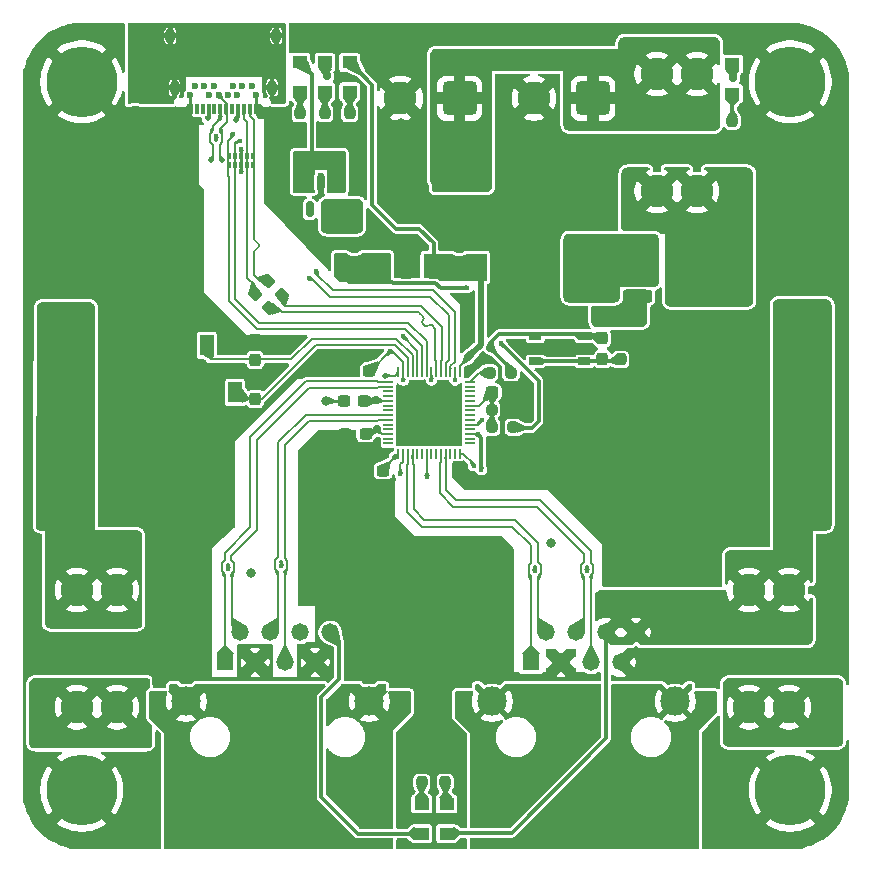
<source format=gbr>
%TF.GenerationSoftware,KiCad,Pcbnew,9.0.0*%
%TF.CreationDate,2025-04-26T11:07:03+02:00*%
%TF.ProjectId,linkertron,6c696e6b-6572-4747-926f-6e2e6b696361,v2*%
%TF.SameCoordinates,Original*%
%TF.FileFunction,Copper,L1,Top*%
%TF.FilePolarity,Positive*%
%FSLAX46Y46*%
G04 Gerber Fmt 4.6, Leading zero omitted, Abs format (unit mm)*
G04 Created by KiCad (PCBNEW 9.0.0) date 2025-04-26 11:07:03*
%MOMM*%
%LPD*%
G01*
G04 APERTURE LIST*
G04 Aperture macros list*
%AMRoundRect*
0 Rectangle with rounded corners*
0 $1 Rounding radius*
0 $2 $3 $4 $5 $6 $7 $8 $9 X,Y pos of 4 corners*
0 Add a 4 corners polygon primitive as box body*
4,1,4,$2,$3,$4,$5,$6,$7,$8,$9,$2,$3,0*
0 Add four circle primitives for the rounded corners*
1,1,$1+$1,$2,$3*
1,1,$1+$1,$4,$5*
1,1,$1+$1,$6,$7*
1,1,$1+$1,$8,$9*
0 Add four rect primitives between the rounded corners*
20,1,$1+$1,$2,$3,$4,$5,0*
20,1,$1+$1,$4,$5,$6,$7,0*
20,1,$1+$1,$6,$7,$8,$9,0*
20,1,$1+$1,$8,$9,$2,$3,0*%
G04 Aperture macros list end*
%TA.AperFunction,ComponentPad*%
%ADD10C,6.000000*%
%TD*%
%TA.AperFunction,SMDPad,CuDef*%
%ADD11RoundRect,0.237500X0.237500X-0.300000X0.237500X0.300000X-0.237500X0.300000X-0.237500X-0.300000X0*%
%TD*%
%TA.AperFunction,SMDPad,CuDef*%
%ADD12R,1.250000X1.100000*%
%TD*%
%TA.AperFunction,ComponentPad*%
%ADD13R,1.478000X1.478000*%
%TD*%
%TA.AperFunction,ComponentPad*%
%ADD14C,1.478000*%
%TD*%
%TA.AperFunction,ComponentPad*%
%ADD15C,2.475000*%
%TD*%
%TA.AperFunction,SMDPad,CuDef*%
%ADD16RoundRect,0.237500X0.250000X0.237500X-0.250000X0.237500X-0.250000X-0.237500X0.250000X-0.237500X0*%
%TD*%
%TA.AperFunction,SMDPad,CuDef*%
%ADD17RoundRect,0.237500X0.237500X-0.250000X0.237500X0.250000X-0.237500X0.250000X-0.237500X-0.250000X0*%
%TD*%
%TA.AperFunction,SMDPad,CuDef*%
%ADD18RoundRect,0.237500X-0.237500X0.250000X-0.237500X-0.250000X0.237500X-0.250000X0.237500X0.250000X0*%
%TD*%
%TA.AperFunction,SMDPad,CuDef*%
%ADD19R,1.050000X0.650000*%
%TD*%
%TA.AperFunction,SMDPad,CuDef*%
%ADD20RoundRect,0.075000X-0.075000X-0.075000X0.075000X-0.075000X0.075000X0.075000X-0.075000X0.075000X0*%
%TD*%
%TA.AperFunction,SMDPad,CuDef*%
%ADD21RoundRect,0.250000X-1.500000X-0.550000X1.500000X-0.550000X1.500000X0.550000X-1.500000X0.550000X0*%
%TD*%
%TA.AperFunction,ComponentPad*%
%ADD22RoundRect,0.280000X1.120000X1.120000X-1.120000X1.120000X-1.120000X-1.120000X1.120000X-1.120000X0*%
%TD*%
%TA.AperFunction,ComponentPad*%
%ADD23C,2.800000*%
%TD*%
%TA.AperFunction,SMDPad,CuDef*%
%ADD24RoundRect,0.237500X-0.237500X0.300000X-0.237500X-0.300000X0.237500X-0.300000X0.237500X0.300000X0*%
%TD*%
%TA.AperFunction,SMDPad,CuDef*%
%ADD25RoundRect,0.075000X0.075000X0.075000X-0.075000X0.075000X-0.075000X-0.075000X0.075000X-0.075000X0*%
%TD*%
%TA.AperFunction,ComponentPad*%
%ADD26C,2.780000*%
%TD*%
%TA.AperFunction,SMDPad,CuDef*%
%ADD27RoundRect,0.237500X0.300000X0.237500X-0.300000X0.237500X-0.300000X-0.237500X0.300000X-0.237500X0*%
%TD*%
%TA.AperFunction,SMDPad,CuDef*%
%ADD28RoundRect,0.237500X0.380070X-0.044194X-0.044194X0.380070X-0.380070X0.044194X0.044194X-0.380070X0*%
%TD*%
%TA.AperFunction,SMDPad,CuDef*%
%ADD29RoundRect,0.237500X-0.250000X-0.237500X0.250000X-0.237500X0.250000X0.237500X-0.250000X0.237500X0*%
%TD*%
%TA.AperFunction,SMDPad,CuDef*%
%ADD30RoundRect,0.150000X-0.150000X0.512500X-0.150000X-0.512500X0.150000X-0.512500X0.150000X0.512500X0*%
%TD*%
%TA.AperFunction,SMDPad,CuDef*%
%ADD31RoundRect,0.375000X0.375000X-0.625000X0.375000X0.625000X-0.375000X0.625000X-0.375000X-0.625000X0*%
%TD*%
%TA.AperFunction,SMDPad,CuDef*%
%ADD32RoundRect,0.500000X1.400000X-0.500000X1.400000X0.500000X-1.400000X0.500000X-1.400000X-0.500000X0*%
%TD*%
%TA.AperFunction,SMDPad,CuDef*%
%ADD33RoundRect,0.150000X-0.825000X-0.150000X0.825000X-0.150000X0.825000X0.150000X-0.825000X0.150000X0*%
%TD*%
%TA.AperFunction,SMDPad,CuDef*%
%ADD34R,1.200000X1.800000*%
%TD*%
%TA.AperFunction,SMDPad,CuDef*%
%ADD35RoundRect,0.237500X-0.300000X-0.237500X0.300000X-0.237500X0.300000X0.237500X-0.300000X0.237500X0*%
%TD*%
%TA.AperFunction,SMDPad,CuDef*%
%ADD36R,0.300000X0.900000*%
%TD*%
%TA.AperFunction,ComponentPad*%
%ADD37C,0.600000*%
%TD*%
%TA.AperFunction,ComponentPad*%
%ADD38O,0.800000X1.400000*%
%TD*%
%TA.AperFunction,SMDPad,CuDef*%
%ADD39RoundRect,0.075000X0.075000X0.200000X-0.075000X0.200000X-0.075000X-0.200000X0.075000X-0.200000X0*%
%TD*%
%TA.AperFunction,SMDPad,CuDef*%
%ADD40R,1.220000X0.910000*%
%TD*%
%TA.AperFunction,SMDPad,CuDef*%
%ADD41RoundRect,0.250000X1.500000X0.550000X-1.500000X0.550000X-1.500000X-0.550000X1.500000X-0.550000X0*%
%TD*%
%TA.AperFunction,SMDPad,CuDef*%
%ADD42R,2.500000X2.500000*%
%TD*%
%TA.AperFunction,SMDPad,CuDef*%
%ADD43RoundRect,0.050000X-0.350000X-0.050000X0.350000X-0.050000X0.350000X0.050000X-0.350000X0.050000X0*%
%TD*%
%TA.AperFunction,SMDPad,CuDef*%
%ADD44RoundRect,0.050000X-0.050000X-0.350000X0.050000X-0.350000X0.050000X0.350000X-0.050000X0.350000X0*%
%TD*%
%TA.AperFunction,HeatsinkPad*%
%ADD45R,4.000000X4.000000*%
%TD*%
%TA.AperFunction,ViaPad*%
%ADD46C,0.800000*%
%TD*%
%TA.AperFunction,ViaPad*%
%ADD47C,0.500000*%
%TD*%
%TA.AperFunction,ViaPad*%
%ADD48C,0.450000*%
%TD*%
%TA.AperFunction,ViaPad*%
%ADD49C,0.700000*%
%TD*%
%TA.AperFunction,ViaPad*%
%ADD50C,1.000000*%
%TD*%
%TA.AperFunction,Conductor*%
%ADD51C,0.250000*%
%TD*%
%TA.AperFunction,Conductor*%
%ADD52C,0.300000*%
%TD*%
%TA.AperFunction,Conductor*%
%ADD53C,0.800000*%
%TD*%
%TA.AperFunction,Conductor*%
%ADD54C,0.200000*%
%TD*%
%TA.AperFunction,Conductor*%
%ADD55C,0.500000*%
%TD*%
%TA.AperFunction,Conductor*%
%ADD56C,0.166400*%
%TD*%
G04 APERTURE END LIST*
D10*
%TO.P,H103,1,1*%
%TO.N,GND*%
X173000000Y-150000000D03*
%TD*%
D11*
%TO.P,C501,1*%
%TO.N,Net-(C501-Pad1)*%
X165800000Y-142462501D03*
%TO.P,C501,2*%
%TO.N,GND*%
X165800000Y-140737499D03*
%TD*%
D12*
%TO.P,D202,1,K*%
%TO.N,Net-(D202-K)*%
X143900000Y-151150000D03*
%TO.P,D202,2,A*%
%TO.N,/Power/PLACERTRON_24V*%
X143900000Y-153650000D03*
%TD*%
D13*
%TO.P,J401,1*%
%TO.N,/Movertron/CAM.DN*%
X125155000Y-139150000D03*
D14*
%TO.P,J401,2*%
%TO.N,/Movertron/CAM.DP*%
X126425000Y-136610000D03*
%TO.P,J401,3*%
%TO.N,GND*%
X127695000Y-139150000D03*
%TO.P,J401,4*%
%TO.N,/Movertron/BRAIN.DN*%
X128965000Y-136610000D03*
%TO.P,J401,5*%
%TO.N,/Movertron/BRAIN.DP*%
X130235000Y-139150000D03*
%TO.P,J401,6*%
%TO.N,/Power/MOVERTRON_24V*%
X131505000Y-136610000D03*
%TO.P,J401,7*%
%TO.N,GND*%
X132775000Y-139150000D03*
%TO.P,J401,8*%
%TO.N,/Power/MOVERTRON_24V*%
X134045000Y-136610000D03*
D15*
%TO.P,J401,SH*%
%TO.N,Net-(C401-Pad1)*%
X121855000Y-142450000D03*
X137345000Y-142450000D03*
%TD*%
D16*
%TO.P,R306,1*%
%TO.N,+3V3*%
X149362500Y-114650000D03*
%TO.P,R306,2*%
%TO.N,/USB3 Controller/~{RESET}*%
X147537500Y-114650000D03*
%TD*%
D17*
%TO.P,R201,1*%
%TO.N,Net-(D202-K)*%
X143800000Y-149312500D03*
%TO.P,R201,2*%
%TO.N,GND*%
X143800000Y-147487500D03*
%TD*%
D10*
%TO.P,H102,1,1*%
%TO.N,GND*%
X173000000Y-90000000D03*
%TD*%
D17*
%TO.P,R501,1*%
%TO.N,Net-(C501-Pad1)*%
X145400000Y-142512500D03*
%TO.P,R501,2*%
%TO.N,GND*%
X145400000Y-140687500D03*
%TD*%
D18*
%TO.P,R204,1*%
%TO.N,Net-(D205-K)*%
X168100000Y-93337500D03*
%TO.P,R204,2*%
%TO.N,GND*%
X168100000Y-95162500D03*
%TD*%
D19*
%TO.P,SW301,1,A*%
%TO.N,+3V3*%
X151425000Y-111525000D03*
X155575000Y-111525000D03*
%TO.P,SW301,2,B*%
%TO.N,Net-(SW301A-B)*%
X151425000Y-113675000D03*
X155575000Y-113675000D03*
%TD*%
D20*
%TO.P,U306,1,D+*%
%TO.N,/Placertron/CAM.DN*%
X151000000Y-131925000D03*
%TO.P,U306,2,D-*%
%TO.N,/Placertron/CAM.DP*%
X151700000Y-131925000D03*
%TO.P,U306,3,GND*%
%TO.N,GND*%
X151350000Y-131075000D03*
%TD*%
D16*
%TO.P,R302,1*%
%TO.N,+5V*%
X149554902Y-119264536D03*
%TO.P,R302,2*%
%TO.N,Net-(U303-VBUS_DET{slash}GPIO16)*%
X147729902Y-119264536D03*
%TD*%
D21*
%TO.P,C202,1*%
%TO.N,/Power/MOVERTRON_24V*%
X111400000Y-110200000D03*
%TO.P,C202,2*%
%TO.N,GND*%
X117000000Y-110200000D03*
%TD*%
D12*
%TO.P,D206,1,K*%
%TO.N,Net-(D206-K)*%
X133600000Y-90850000D03*
%TO.P,D206,2,A*%
%TO.N,+3V3*%
X133600000Y-88350000D03*
%TD*%
D18*
%TO.P,R301,1*%
%TO.N,Net-(J301-SHIELD)*%
X119050000Y-90837500D03*
%TO.P,R301,2*%
%TO.N,GND*%
X119050000Y-92662500D03*
%TD*%
D12*
%TO.P,D207,1,K*%
%TO.N,Net-(D207-K)*%
X135700000Y-90850000D03*
%TO.P,D207,2,A*%
%TO.N,+1V2*%
X135700000Y-88350000D03*
%TD*%
D21*
%TO.P,C206,1*%
%TO.N,/Power/MOVERTRON_24V*%
X111400000Y-117600000D03*
%TO.P,C206,2*%
%TO.N,GND*%
X117000000Y-117600000D03*
%TD*%
D22*
%TO.P,J202,1,Pin_1*%
%TO.N,/Power/DCIN*%
X156300000Y-91400000D03*
D23*
%TO.P,J202,2,Pin_2*%
%TO.N,GND*%
X151300000Y-91400000D03*
%TD*%
D20*
%TO.P,U307,1,D+*%
%TO.N,/Placertron/BRAIN.DN*%
X155450000Y-131925000D03*
%TO.P,U307,2,D-*%
%TO.N,/Placertron/BRAIN.DP*%
X156150000Y-131925000D03*
%TO.P,U307,3,GND*%
%TO.N,GND*%
X155800000Y-131075000D03*
%TD*%
D24*
%TO.P,C303,1*%
%TO.N,GND*%
X127700000Y-111837499D03*
%TO.P,C303,2*%
%TO.N,Net-(U303-XTALO)*%
X127700000Y-113562501D03*
%TD*%
D11*
%TO.P,C209,1*%
%TO.N,+3V3*%
X136150000Y-100675002D03*
%TO.P,C209,2*%
%TO.N,GND*%
X136150000Y-98950000D03*
%TD*%
D25*
%TO.P,U302,1,D+*%
%TO.N,/USB3 Controller/UPLINK.USB2_DP*%
X124762500Y-94097500D03*
%TO.P,U302,2,D-*%
%TO.N,/USB3 Controller/UPLINK.USB2_DN*%
X124062500Y-94097500D03*
%TO.P,U302,3,GND*%
%TO.N,GND*%
X124412500Y-94947500D03*
%TD*%
D12*
%TO.P,D205,1,K*%
%TO.N,Net-(D205-K)*%
X168100000Y-91000000D03*
%TO.P,D205,2,A*%
%TO.N,+24V*%
X168100000Y-88500000D03*
%TD*%
D20*
%TO.P,U304,1,D+*%
%TO.N,/Movertron/CAM.DN*%
X125050000Y-131725000D03*
%TO.P,U304,2,D-*%
%TO.N,/Movertron/CAM.DP*%
X125750000Y-131725000D03*
%TO.P,U304,3,GND*%
%TO.N,GND*%
X125400000Y-130875000D03*
%TD*%
D26*
%TO.P,F201,1*%
%TO.N,+24V*%
X169500000Y-142960000D03*
X172900000Y-142960000D03*
%TO.P,F201,2*%
%TO.N,/Power/PLACERTRON_24V*%
X169500000Y-133040000D03*
X172900000Y-133040000D03*
%TD*%
D27*
%TO.P,C312,1*%
%TO.N,+1V2*%
X137062501Y-119800000D03*
%TO.P,C312,2*%
%TO.N,GND*%
X135337499Y-119800000D03*
%TD*%
D26*
%TO.P,F202,1*%
%TO.N,+24V*%
X112600000Y-142960000D03*
X116000000Y-142960000D03*
%TO.P,F202,2*%
%TO.N,/Power/MOVERTRON_24V*%
X112600000Y-133040000D03*
X116000000Y-133040000D03*
%TD*%
D28*
%TO.P,C305,1*%
%TO.N,/USB3 Controller/UPLINK_USB3_TX_DN*%
X128909880Y-109159880D03*
%TO.P,C305,2*%
%TO.N,/USB3 Controller/UPLINK.USB3_TX_DN*%
X127690120Y-107940120D03*
%TD*%
D26*
%TO.P,F203,1*%
%TO.N,/Power/DCIN*%
X165100000Y-89340000D03*
X161700000Y-89340000D03*
%TO.P,F203,2*%
%TO.N,/Power/post fuse*%
X165100000Y-99260000D03*
X161700000Y-99260000D03*
%TD*%
D11*
%TO.P,C210,1*%
%TO.N,+1V2*%
X144975000Y-105650001D03*
%TO.P,C210,2*%
%TO.N,GND*%
X144975000Y-103924999D03*
%TD*%
D10*
%TO.P,H104,1,1*%
%TO.N,GND*%
X113000000Y-150000000D03*
%TD*%
D29*
%TO.P,R203,1*%
%TO.N,/Power/gate*%
X159987500Y-110000000D03*
%TO.P,R203,2*%
%TO.N,GND*%
X161812500Y-110000000D03*
%TD*%
D30*
%TO.P,U201,1,VIN*%
%TO.N,+5V*%
X134200000Y-98512500D03*
%TO.P,U201,2,GND*%
%TO.N,GND*%
X133250000Y-98512500D03*
%TO.P,U201,3,EN*%
%TO.N,+5V*%
X132300000Y-98512500D03*
%TO.P,U201,4,NC*%
%TO.N,unconnected-(U201-NC-Pad4)*%
X132300000Y-100787500D03*
%TO.P,U201,5,VOUT*%
%TO.N,+3V3*%
X134200000Y-100787500D03*
%TD*%
D24*
%TO.P,C302,1*%
%TO.N,GND*%
X127700000Y-115137499D03*
%TO.P,C302,2*%
%TO.N,Net-(U303-XTALI{slash}CLK_IN)*%
X127700000Y-116862501D03*
%TD*%
D17*
%TO.P,R401,1*%
%TO.N,Net-(C401-Pad1)*%
X139800000Y-142512500D03*
%TO.P,R401,2*%
%TO.N,GND*%
X139800000Y-140687500D03*
%TD*%
D18*
%TO.P,R307,1*%
%TO.N,Net-(D301-K)*%
X131500000Y-92687500D03*
%TO.P,R307,2*%
%TO.N,GND*%
X131500000Y-94512500D03*
%TD*%
D24*
%TO.P,C307,1*%
%TO.N,+3V3*%
X157100000Y-111737499D03*
%TO.P,C307,2*%
%TO.N,Net-(SW301A-B)*%
X157100000Y-113462501D03*
%TD*%
D18*
%TO.P,R308,1*%
%TO.N,GND*%
X158650000Y-111687500D03*
%TO.P,R308,2*%
%TO.N,Net-(SW301A-B)*%
X158650000Y-113512500D03*
%TD*%
D13*
%TO.P,J501,1*%
%TO.N,/Placertron/CAM.DN*%
X151055000Y-139150000D03*
D14*
%TO.P,J501,2*%
%TO.N,/Placertron/CAM.DP*%
X152325000Y-136610000D03*
%TO.P,J501,3*%
%TO.N,GND*%
X153595000Y-139150000D03*
%TO.P,J501,4*%
%TO.N,/Placertron/BRAIN.DN*%
X154865000Y-136610000D03*
%TO.P,J501,5*%
%TO.N,/Placertron/BRAIN.DP*%
X156135000Y-139150000D03*
%TO.P,J501,6*%
%TO.N,/Power/PLACERTRON_24V*%
X157405000Y-136610000D03*
%TO.P,J501,7*%
%TO.N,GND*%
X158675000Y-139150000D03*
%TO.P,J501,8*%
%TO.N,/Power/PLACERTRON_24V*%
X159945000Y-136610000D03*
D15*
%TO.P,J501,SH*%
%TO.N,Net-(C501-Pad1)*%
X147755000Y-142450000D03*
X163245000Y-142450000D03*
%TD*%
D31*
%TO.P,U202,1,VI*%
%TO.N,+5V*%
X138200000Y-105650000D03*
%TO.P,U202,2,GND*%
%TO.N,GND*%
X140500000Y-105650000D03*
D32*
X140500000Y-99350000D03*
D31*
%TO.P,U202,3,VO*%
%TO.N,+1V2*%
X142800000Y-105650000D03*
%TD*%
D33*
%TO.P,Q201,1,S*%
%TO.N,+24V*%
X159925000Y-104095000D03*
%TO.P,Q201,2,S*%
X159925000Y-105365000D03*
%TO.P,Q201,3,S*%
X159925000Y-106635000D03*
%TO.P,Q201,4,G*%
%TO.N,/Power/gate*%
X159925000Y-107905000D03*
%TO.P,Q201,5,D*%
%TO.N,/Power/post fuse*%
X164875000Y-107905000D03*
%TO.P,Q201,6,D*%
X164875000Y-106635000D03*
%TO.P,Q201,7,D*%
X164875000Y-105365000D03*
%TO.P,Q201,8,D*%
X164875000Y-104095000D03*
%TD*%
D17*
%TO.P,R202,1*%
%TO.N,Net-(D203-K)*%
X141800000Y-149312500D03*
%TO.P,R202,2*%
%TO.N,GND*%
X141800000Y-147487500D03*
%TD*%
D34*
%TO.P,Y301,1,1*%
%TO.N,Net-(U303-XTALI{slash}CLK_IN)*%
X126000001Y-116300000D03*
%TO.P,Y301,2,2*%
%TO.N,GND*%
X126000001Y-112300000D03*
%TO.P,Y301,3,3*%
%TO.N,Net-(U303-XTALO)*%
X123599999Y-112300000D03*
%TO.P,Y301,4,4*%
%TO.N,GND*%
X123599999Y-116300000D03*
%TD*%
D10*
%TO.P,H101,1,1*%
%TO.N,GND*%
X113000000Y-90000000D03*
%TD*%
D35*
%TO.P,C304,1*%
%TO.N,Net-(U303-VBUS_DET{slash}GPIO16)*%
X147779901Y-116264536D03*
%TO.P,C304,2*%
%TO.N,GND*%
X149504903Y-116264536D03*
%TD*%
D12*
%TO.P,D301,1,K*%
%TO.N,Net-(D301-K)*%
X131500000Y-90850000D03*
%TO.P,D301,2,A*%
%TO.N,+5V*%
X131500000Y-88350000D03*
%TD*%
D18*
%TO.P,R205,1*%
%TO.N,Net-(D206-K)*%
X133600000Y-92687500D03*
%TO.P,R205,2*%
%TO.N,GND*%
X133600000Y-94512500D03*
%TD*%
D29*
%TO.P,R303,1*%
%TO.N,Net-(U303-VBUS_DET{slash}GPIO16)*%
X147729902Y-117764536D03*
%TO.P,R303,2*%
%TO.N,GND*%
X149554902Y-117764536D03*
%TD*%
D11*
%TO.P,C208,1*%
%TO.N,+5V*%
X136075000Y-105650001D03*
%TO.P,C208,2*%
%TO.N,GND*%
X136075000Y-103924999D03*
%TD*%
D27*
%TO.P,C321,1*%
%TO.N,+3V3*%
X137362501Y-114450000D03*
%TO.P,C321,2*%
%TO.N,GND*%
X135637499Y-114450000D03*
%TD*%
D24*
%TO.P,C301,1*%
%TO.N,Net-(J301-SHIELD)*%
X117550000Y-90887499D03*
%TO.P,C301,2*%
%TO.N,GND*%
X117550000Y-92612501D03*
%TD*%
D35*
%TO.P,C207,1*%
%TO.N,+5V*%
X134487500Y-96650000D03*
%TO.P,C207,2*%
%TO.N,GND*%
X136212500Y-96650000D03*
%TD*%
D36*
%TO.P,J301,A1,GND*%
%TO.N,GND*%
X127750000Y-92302500D03*
%TO.P,J301,A2,TX1+*%
%TO.N,/USB3 Controller/UPLINK.USB3_TX_DP*%
X127250000Y-92302500D03*
%TO.P,J301,A3,TX1-*%
%TO.N,/USB3 Controller/UPLINK.USB3_TX_DN*%
X126750000Y-92302500D03*
%TO.P,J301,A4,VBUS*%
%TO.N,+5V*%
X126250000Y-92302500D03*
%TO.P,J301,A5,CC1*%
%TO.N,unconnected-(J301-CC1-PadA5)*%
X125750000Y-92302500D03*
%TO.P,J301,A6,D+*%
%TO.N,/USB3 Controller/UPLINK.USB2_DP*%
X125250000Y-92302500D03*
%TO.P,J301,A7,D-*%
%TO.N,/USB3 Controller/UPLINK.USB2_DN*%
X124750000Y-92302500D03*
%TO.P,J301,A8,SBU1*%
%TO.N,unconnected-(J301-SBU1-PadA8)*%
X124250000Y-92302500D03*
%TO.P,J301,A9,VBUS*%
%TO.N,+5V*%
X123750000Y-92302500D03*
%TO.P,J301,A10,RX2-*%
%TO.N,unconnected-(J301-RX2--PadA10)*%
X123250000Y-92302500D03*
%TO.P,J301,A11,RX2+*%
%TO.N,unconnected-(J301-RX2+-PadA11)*%
X122750000Y-92302500D03*
%TO.P,J301,A12,GND*%
%TO.N,GND*%
X122250000Y-92302500D03*
D37*
%TO.P,J301,B1,GND*%
X122200000Y-91092500D03*
%TO.P,J301,B2,TX2+*%
%TO.N,unconnected-(J301-TX2+-PadB2)*%
X122600000Y-90392500D03*
%TO.P,J301,B3,TX2-*%
%TO.N,unconnected-(J301-TX2--PadB3)*%
X123400000Y-90392500D03*
%TO.P,J301,B4,VBUS*%
%TO.N,+5V*%
X123800000Y-91092500D03*
%TO.P,J301,B5,CC2*%
%TO.N,unconnected-(J301-CC2-PadB5)*%
X124200000Y-90392500D03*
%TO.P,J301,B6,D+*%
%TO.N,/USB3 Controller/UPLINK.USB2_DP*%
X124600000Y-91092500D03*
%TO.P,J301,B7,D-*%
%TO.N,/USB3 Controller/UPLINK.USB2_DN*%
X125400000Y-91092500D03*
%TO.P,J301,B8,SBU2*%
%TO.N,unconnected-(J301-SBU2-PadB8)*%
X125800000Y-90392500D03*
%TO.P,J301,B9,VBUS*%
%TO.N,+5V*%
X126200000Y-91092500D03*
%TO.P,J301,B10,RX1-*%
%TO.N,/USB3 Controller/UPLINK.USB3_RX_DN*%
X126600000Y-90392500D03*
%TO.P,J301,B11,RX1+*%
%TO.N,/USB3 Controller/UPLINK.USB3_RX_DP*%
X127400000Y-90392500D03*
%TO.P,J301,B12,GND*%
%TO.N,GND*%
X127800000Y-91092500D03*
D38*
%TO.P,J301,S1,SHIELD*%
%TO.N,Net-(J301-SHIELD)*%
X129490000Y-86102500D03*
X129130000Y-90502500D03*
X120870000Y-90502500D03*
X120510000Y-86102500D03*
%TD*%
D20*
%TO.P,U305,1,D+*%
%TO.N,/Movertron/BRAIN.DN*%
X129550000Y-131525000D03*
%TO.P,U305,2,D-*%
%TO.N,/Movertron/BRAIN.DP*%
X130250000Y-131525000D03*
%TO.P,U305,3,GND*%
%TO.N,GND*%
X129900000Y-130675000D03*
%TD*%
D22*
%TO.P,J201,1,Pin_1*%
%TO.N,/Power/DCIN*%
X145000000Y-91400000D03*
D23*
%TO.P,J201,2,Pin_2*%
%TO.N,GND*%
X140000000Y-91400000D03*
%TD*%
D27*
%TO.P,C316,1*%
%TO.N,+1V2*%
X138512501Y-122950000D03*
%TO.P,C316,2*%
%TO.N,GND*%
X136787499Y-122950000D03*
%TD*%
D11*
%TO.P,C401,1*%
%TO.N,Net-(C401-Pad1)*%
X119500000Y-142425002D03*
%TO.P,C401,2*%
%TO.N,GND*%
X119500000Y-140700000D03*
%TD*%
D12*
%TO.P,D203,1,K*%
%TO.N,Net-(D203-K)*%
X141800000Y-151150000D03*
%TO.P,D203,2,A*%
%TO.N,/Power/MOVERTRON_24V*%
X141800000Y-153650000D03*
%TD*%
D39*
%TO.P,U301,1,D1+*%
%TO.N,/USB3 Controller/UPLINK.USB3_TX_DP*%
X127500000Y-96300000D03*
%TO.P,U301,2,D1-*%
%TO.N,/USB3 Controller/UPLINK.USB3_TX_DN*%
X127000000Y-96299999D03*
%TO.P,U301,3,GND*%
%TO.N,GND*%
X126500000Y-96300000D03*
%TO.P,U301,4,D2+*%
%TO.N,/USB3 Controller/UPLINK.USB3_RX_DP*%
X126000000Y-96299999D03*
%TO.P,U301,5,D2-*%
%TO.N,/USB3 Controller/UPLINK.USB3_RX_DN*%
X125500000Y-96300000D03*
%TO.P,U301,6,NC*%
X125500000Y-97070000D03*
%TO.P,U301,7,NC*%
%TO.N,/USB3 Controller/UPLINK.USB3_RX_DP*%
X126000000Y-97070001D03*
%TO.P,U301,8,GND*%
%TO.N,GND*%
X126500000Y-97070000D03*
%TO.P,U301,9,NC*%
%TO.N,/USB3 Controller/UPLINK.USB3_TX_DN*%
X127000000Y-97070001D03*
%TO.P,U301,10,NC*%
%TO.N,/USB3 Controller/UPLINK.USB3_TX_DP*%
X127500000Y-97070000D03*
%TD*%
D40*
%TO.P,D204,1,K*%
%TO.N,+24V*%
X157300000Y-106665000D03*
%TO.P,D204,2,A*%
%TO.N,/Power/gate*%
X157300000Y-109935000D03*
%TD*%
D41*
%TO.P,C201,1*%
%TO.N,/Power/PLACERTRON_24V*%
X173900000Y-111100000D03*
%TO.P,C201,2*%
%TO.N,GND*%
X168300000Y-111100000D03*
%TD*%
%TO.P,C203,1*%
%TO.N,/Power/PLACERTRON_24V*%
X173900000Y-125900000D03*
%TO.P,C203,2*%
%TO.N,GND*%
X168300000Y-125900000D03*
%TD*%
D42*
%TO.P,D201,1,A1*%
%TO.N,GND*%
X149750000Y-97650000D03*
%TO.P,D201,2,A2*%
%TO.N,/Power/DCIN*%
X145850000Y-97700000D03*
%TD*%
D18*
%TO.P,R206,1*%
%TO.N,Net-(D207-K)*%
X135700000Y-92687500D03*
%TO.P,R206,2*%
%TO.N,GND*%
X135700000Y-94512500D03*
%TD*%
D21*
%TO.P,C204,1*%
%TO.N,/Power/MOVERTRON_24V*%
X111400000Y-125600000D03*
%TO.P,C204,2*%
%TO.N,GND*%
X117000000Y-125600000D03*
%TD*%
D27*
%TO.P,C309,1*%
%TO.N,+1V2*%
X136912501Y-117050000D03*
%TO.P,C309,2*%
%TO.N,GND*%
X135187499Y-117050000D03*
%TD*%
D28*
%TO.P,C306,1*%
%TO.N,/USB3 Controller/UPLINK_USB3_TX_DP*%
X130009880Y-108059880D03*
%TO.P,C306,2*%
%TO.N,/USB3 Controller/UPLINK.USB3_TX_DP*%
X128790120Y-106840120D03*
%TD*%
D43*
%TO.P,U303,1,USB2DN_DP1/PRT_DIS_P1*%
%TO.N,/Movertron/CAM.DN*%
X138975000Y-115425000D03*
%TO.P,U303,2,USB2DN_DM1/PRT_DIS_M1*%
%TO.N,/Movertron/CAM.DP*%
X138975000Y-115825000D03*
%TO.P,U303,3,USB3DN_TXDP1*%
%TO.N,unconnected-(U303-USB3DN_TXDP1-Pad3)*%
X138975000Y-116225000D03*
%TO.P,U303,4,USB3DN_TXDM1*%
%TO.N,unconnected-(U303-USB3DN_TXDM1-Pad4)*%
X138975000Y-116625000D03*
%TO.P,U303,5,VDD12*%
%TO.N,+1V2*%
X138975000Y-117025000D03*
%TO.P,U303,6,USB3DN_RXDP1*%
%TO.N,unconnected-(U303-USB3DN_RXDP1-Pad6)*%
X138975000Y-117425000D03*
%TO.P,U303,7,USB3DN_RXDM1*%
%TO.N,unconnected-(U303-USB3DN_RXDM1-Pad7)*%
X138975000Y-117825000D03*
%TO.P,U303,8,USB2DN_DP2/PRT_DIS_P2*%
%TO.N,/Movertron/BRAIN.DN*%
X138975000Y-118225000D03*
%TO.P,U303,9,USB2DN_DM2/PRT_DIS_M2*%
%TO.N,/Movertron/BRAIN.DP*%
X138975000Y-118625000D03*
%TO.P,U303,10,USB3DN_TXDP2*%
%TO.N,unconnected-(U303-USB3DN_TXDP2-Pad10)*%
X138975000Y-119025000D03*
%TO.P,U303,11,USB3DN_TXDM2*%
%TO.N,unconnected-(U303-USB3DN_TXDM2-Pad11)*%
X138975000Y-119425000D03*
%TO.P,U303,12,VDD12*%
%TO.N,+1V2*%
X138975000Y-119825000D03*
%TO.P,U303,13,USB3DN_RXDP2*%
%TO.N,unconnected-(U303-USB3DN_RXDP2-Pad13)*%
X138975000Y-120225000D03*
%TO.P,U303,14,USB3DN_RXDM2*%
%TO.N,unconnected-(U303-USB3DN_RXDM2-Pad14)*%
X138975000Y-120625000D03*
D44*
%TO.P,U303,15,VDD12*%
%TO.N,+1V2*%
X139825000Y-121475000D03*
%TO.P,U303,16,VDD33*%
%TO.N,+3V3*%
X140225000Y-121475000D03*
%TO.P,U303,17,USB2DN_DP3/PRT_DIS_P3*%
%TO.N,/Placertron/CAM.DN*%
X140625000Y-121475000D03*
%TO.P,U303,18,USB2DN_DM3/PRT_DIS_M3*%
%TO.N,/Placertron/CAM.DP*%
X141025000Y-121475000D03*
%TO.P,U303,19,USB3DN_TXDP3*%
%TO.N,unconnected-(U303-USB3DN_TXDP3-Pad19)*%
X141425000Y-121475000D03*
%TO.P,U303,20,USB3DN_TXDM3*%
%TO.N,unconnected-(U303-USB3DN_TXDM3-Pad20)*%
X141825000Y-121475000D03*
%TO.P,U303,21,VDD12*%
%TO.N,+1V2*%
X142225000Y-121475000D03*
%TO.P,U303,22,USB3DN_RXDP3*%
%TO.N,unconnected-(U303-USB3DN_RXDP3-Pad22)*%
X142625000Y-121475000D03*
%TO.P,U303,23,USB3DN_RXDM3*%
%TO.N,unconnected-(U303-USB3DN_RXDM3-Pad23)*%
X143025000Y-121475000D03*
%TO.P,U303,24,USB2DN_DP4/PRT_DIS_P4*%
%TO.N,/Placertron/BRAIN.DN*%
X143425000Y-121475000D03*
%TO.P,U303,25,USB2DN_DM4/PRT_DIS_M4*%
%TO.N,/Placertron/BRAIN.DP*%
X143825000Y-121475000D03*
%TO.P,U303,26,USB3DN_TXDP4*%
%TO.N,unconnected-(U303-USB3DN_TXDP4-Pad26)*%
X144225000Y-121475000D03*
%TO.P,U303,27,USB3DN_TXDM4*%
%TO.N,unconnected-(U303-USB3DN_TXDM4-Pad27)*%
X144625000Y-121475000D03*
%TO.P,U303,28,VDD12*%
%TO.N,+1V2*%
X145025000Y-121475000D03*
D43*
%TO.P,U303,29,USB3DN_RXDP4*%
%TO.N,unconnected-(U303-USB3DN_RXDP4-Pad29)*%
X145875000Y-120625000D03*
%TO.P,U303,30,USB3DN_RXDM4*%
%TO.N,unconnected-(U303-USB3DN_RXDM4-Pad30)*%
X145875000Y-120225000D03*
%TO.P,U303,31,VDD33*%
%TO.N,+3V3*%
X145875000Y-119825000D03*
%TO.P,U303,32,PRT_CTL4/GANG_PWR*%
%TO.N,unconnected-(U303-PRT_CTL4{slash}GANG_PWR-Pad32)*%
X145875000Y-119425000D03*
%TO.P,U303,33,VDD12*%
%TO.N,+1V2*%
X145875000Y-119025000D03*
%TO.P,U303,34,PRT_CTL3*%
%TO.N,unconnected-(U303-PRT_CTL3-Pad34)*%
X145875000Y-118625000D03*
%TO.P,U303,35,PRT_CTL2*%
%TO.N,unconnected-(U303-PRT_CTL2-Pad35)*%
X145875000Y-118225000D03*
%TO.P,U303,36,PRT_CTL1*%
%TO.N,unconnected-(U303-PRT_CTL1-Pad36)*%
X145875000Y-117825000D03*
%TO.P,U303,37,VBUS_DET/GPIO16*%
%TO.N,Net-(U303-VBUS_DET{slash}GPIO16)*%
X145875000Y-117425000D03*
%TO.P,U303,38,SPI_CLK/SMCLK/GPIO4*%
%TO.N,unconnected-(U303-SPI_CLK{slash}SMCLK{slash}GPIO4-Pad38)*%
X145875000Y-117025000D03*
%TO.P,U303,39,SPI_DO/SMDAT/GPIO5*%
%TO.N,unconnected-(U303-SPI_DO{slash}SMDAT{slash}GPIO5-Pad39)*%
X145875000Y-116625000D03*
%TO.P,U303,40,SPI_DI/CFG_BC_EN/GPIO9*%
%TO.N,unconnected-(U303-SPI_DI{slash}CFG_BC_EN{slash}GPIO9-Pad40)*%
X145875000Y-116225000D03*
%TO.P,U303,41,SPI_CE_N/CFG_NON_REM/GPIO7*%
%TO.N,unconnected-(U303-SPI_CE_N{slash}CFG_NON_REM{slash}GPIO7-Pad41)*%
X145875000Y-115825000D03*
%TO.P,U303,42,RESET_N*%
%TO.N,/USB3 Controller/~{RESET}*%
X145875000Y-115425000D03*
D44*
%TO.P,U303,43,VDD12*%
%TO.N,+1V2*%
X145025000Y-114575000D03*
%TO.P,U303,44,VDD33*%
%TO.N,+3V3*%
X144625000Y-114575000D03*
%TO.P,U303,45,USB2UP_DP*%
%TO.N,/USB3 Controller/UPLINK.USB2_DP*%
X144225000Y-114575000D03*
%TO.P,U303,46,USB2UP_DM*%
%TO.N,/USB3 Controller/UPLINK.USB2_DN*%
X143825000Y-114575000D03*
%TO.P,U303,47,USB3UP_TXDP*%
%TO.N,/USB3 Controller/UPLINK_USB3_TX_DP*%
X143425000Y-114575000D03*
%TO.P,U303,48,USB3UP_TXDM*%
%TO.N,/USB3 Controller/UPLINK_USB3_TX_DN*%
X143025000Y-114575000D03*
%TO.P,U303,49,VDD12*%
%TO.N,+1V2*%
X142625000Y-114575000D03*
%TO.P,U303,50,USB3UP_RXDP*%
%TO.N,/USB3 Controller/UPLINK.USB3_RX_DP*%
X142225000Y-114575000D03*
%TO.P,U303,51,USB3UP_RXDM*%
%TO.N,/USB3 Controller/UPLINK.USB3_RX_DN*%
X141825000Y-114575000D03*
%TO.P,U303,52,ATEST*%
%TO.N,Net-(U303-ATEST)*%
X141425000Y-114575000D03*
%TO.P,U303,53,XTALO*%
%TO.N,Net-(U303-XTALO)*%
X141025000Y-114575000D03*
%TO.P,U303,54,XTALI/CLK_IN*%
%TO.N,Net-(U303-XTALI{slash}CLK_IN)*%
X140625000Y-114575000D03*
%TO.P,U303,55,VDD33*%
%TO.N,+3V3*%
X140225000Y-114575000D03*
%TO.P,U303,56,RBIAS*%
%TO.N,Net-(U303-RBIAS)*%
X139825000Y-114575000D03*
D45*
%TO.P,U303,57,VSS*%
%TO.N,GND*%
X142425000Y-118025000D03*
%TD*%
D41*
%TO.P,C205,1*%
%TO.N,/Power/PLACERTRON_24V*%
X173900000Y-118500000D03*
%TO.P,C205,2*%
%TO.N,GND*%
X168300000Y-118500000D03*
%TD*%
D46*
%TO.N,GND*%
X122240000Y-118857500D03*
X145800000Y-111100000D03*
X134940000Y-134097500D03*
D47*
X150950000Y-117650000D03*
X142900000Y-118250000D03*
D46*
X167960000Y-139177500D03*
X152720000Y-98537500D03*
X157800000Y-121397500D03*
X160340000Y-113777500D03*
X133900000Y-113800000D03*
X117160000Y-121397500D03*
D47*
X141950000Y-118250000D03*
D48*
X129919072Y-131019841D03*
D46*
X140020000Y-101077500D03*
X140020000Y-131557500D03*
X165420000Y-131557500D03*
X127320000Y-131557500D03*
X112080000Y-106157500D03*
X109540000Y-93457500D03*
X114620000Y-95997500D03*
X147640000Y-101077500D03*
D47*
X141950000Y-117500000D03*
D46*
X142560000Y-144257500D03*
X157800000Y-131557500D03*
D47*
X142900000Y-117500000D03*
D46*
X145100000Y-129017500D03*
D47*
X141950000Y-119200000D03*
D46*
X132400000Y-121397500D03*
X142560000Y-136637500D03*
D48*
X133100000Y-99700000D03*
D46*
X155260000Y-116317500D03*
D47*
X142900000Y-119200000D03*
D46*
X165420000Y-123937500D03*
D48*
X126516660Y-97650000D03*
D46*
X145100000Y-149337500D03*
X160340000Y-139177500D03*
X124780000Y-123937500D03*
X122240000Y-103617500D03*
D48*
X124400171Y-94598318D03*
D46*
X119700000Y-113777500D03*
D47*
X143400000Y-116950000D03*
D46*
X119700000Y-126477500D03*
X170500000Y-121397500D03*
X150180000Y-106157500D03*
D47*
X141350000Y-117050000D03*
D46*
X162880000Y-118857500D03*
X109540000Y-101077500D03*
X137480000Y-126477500D03*
X117160000Y-108697500D03*
D48*
X125419070Y-131219842D03*
D46*
X109540000Y-151877500D03*
X167960000Y-116317500D03*
X124780000Y-111237500D03*
X170500000Y-93457500D03*
D48*
X151350783Y-131431881D03*
D46*
X147640000Y-134097500D03*
X140020000Y-93457500D03*
X173040000Y-98537500D03*
X165420000Y-111237500D03*
X129860000Y-93457500D03*
X129900000Y-112100000D03*
X175580000Y-103617500D03*
D47*
X141250000Y-118500000D03*
X150950000Y-116000000D03*
D46*
X150180000Y-93457500D03*
X154300000Y-112600000D03*
D49*
X140500000Y-103850000D03*
D46*
X150180000Y-123937500D03*
D47*
X143600000Y-118500000D03*
D46*
X137480000Y-88377500D03*
D47*
X150950000Y-116800000D03*
D46*
X152720000Y-129017500D03*
D48*
X155800000Y-131400000D03*
D46*
X119700000Y-134097500D03*
X122240000Y-139177500D03*
X133700000Y-117000000D03*
X117160000Y-101077500D03*
X160340000Y-126477500D03*
X122240000Y-93457500D03*
X109540000Y-139177500D03*
X132400000Y-129017500D03*
X167960000Y-151877500D03*
X137480000Y-139177500D03*
D48*
X126525399Y-95700000D03*
%TO.N,+5V*%
X145650000Y-107450000D03*
D47*
X126050000Y-93200000D03*
D49*
X134850000Y-105050000D03*
D50*
X132950000Y-96650000D03*
D49*
X134850000Y-106200000D03*
D47*
X123689505Y-93097011D03*
D48*
X148500000Y-112150000D03*
%TO.N,+3V3*%
X139150000Y-112800000D03*
D49*
X133800000Y-89550000D03*
X133850000Y-102250000D03*
X136200000Y-102250000D03*
D48*
X146850000Y-122850000D03*
D49*
X135000000Y-102250000D03*
D48*
X144625000Y-115247509D03*
X146547508Y-119825000D03*
X140237963Y-115261101D03*
X140000000Y-123250000D03*
D49*
X147600000Y-112500000D03*
D50*
%TO.N,+24V*%
X155100000Y-103700000D03*
X157300000Y-105200000D03*
X157300000Y-103800000D03*
X155100000Y-105200000D03*
D49*
X168150000Y-89700000D03*
D50*
X155100000Y-107100000D03*
D49*
%TO.N,+1V2*%
X137900000Y-116950000D03*
X146500000Y-106300000D03*
D48*
X146187499Y-122512501D03*
D49*
X146500000Y-105200000D03*
D47*
X139519975Y-121780025D03*
D49*
X145750000Y-113300000D03*
D48*
X142625000Y-115247508D03*
X142250000Y-123450000D03*
D49*
X138025000Y-119396789D03*
D48*
X146900000Y-118650000D03*
%TO.N,/USB3 Controller/UPLINK.USB2_DP*%
X132850521Y-106049479D03*
D47*
X124862500Y-96601510D03*
%TO.N,/USB3 Controller/UPLINK.USB2_DN*%
X123962500Y-96601510D03*
D48*
X124734911Y-93014150D03*
X132249479Y-106650521D03*
%TO.N,/USB3 Controller/UPLINK.USB3_RX_DN*%
X125799878Y-94399479D03*
%TO.N,/USB3 Controller/UPLINK.USB3_RX_DP*%
X126400920Y-95000521D03*
D47*
%TO.N,Net-(U303-RBIAS)*%
X138652102Y-114872522D03*
D48*
%TO.N,Net-(U303-ATEST)*%
X140216153Y-111566153D03*
%TD*%
D51*
%TO.N,GND*%
X127800000Y-91092500D02*
X127800000Y-92252500D01*
X127800000Y-92252500D02*
X127750000Y-92302500D01*
X122200000Y-91092500D02*
X122200000Y-92252500D01*
X122200000Y-92252500D02*
X122250000Y-92302500D01*
D52*
%TO.N,/Power/PLACERTRON_24V*%
X144400000Y-153600000D02*
X149400000Y-153600000D01*
X149400000Y-153600000D02*
X157405000Y-145595000D01*
X144400000Y-153650000D02*
X144400000Y-153600000D01*
X157405000Y-145595000D02*
X157405000Y-136610000D01*
D51*
%TO.N,GND*%
X151350000Y-131431098D02*
X151350783Y-131431881D01*
X126500000Y-97070000D02*
X126500000Y-95725399D01*
D52*
X133250000Y-98512500D02*
X133250000Y-99550000D01*
D53*
X140500000Y-105649999D02*
X140500000Y-103850000D01*
D51*
X126516660Y-97650000D02*
X126500000Y-97633340D01*
X129900000Y-131000769D02*
X129919072Y-131019841D01*
X124412500Y-94947499D02*
X124412500Y-94610647D01*
D52*
X133250000Y-99550000D02*
X133100000Y-99700000D01*
D51*
X126500000Y-97633340D02*
X126500000Y-97070000D01*
X129900000Y-130675000D02*
X129900000Y-131000769D01*
X133750000Y-117050000D02*
X133700000Y-117000000D01*
X124412500Y-94610647D02*
X124400171Y-94598318D01*
X135187499Y-117050000D02*
X133750000Y-117050000D01*
X155800000Y-131075000D02*
X155800000Y-131400000D01*
X125400000Y-131200772D02*
X125400000Y-130875000D01*
X151350000Y-131075000D02*
X151350000Y-131431098D01*
X125419070Y-131219842D02*
X125400000Y-131200772D01*
X126500000Y-95725399D02*
X126525399Y-95700000D01*
D52*
%TO.N,/Power/MOVERTRON_24V*%
X134800000Y-137365000D02*
X134045000Y-136610000D01*
X133300000Y-150550000D02*
X133300000Y-142100000D01*
X141800000Y-153650000D02*
X136400000Y-153650000D01*
X136400000Y-153650000D02*
X133300000Y-150550000D01*
X134800000Y-140600000D02*
X134800000Y-137365000D01*
X133300000Y-142100000D02*
X134800000Y-140600000D01*
%TO.N,+5V*%
X148500000Y-112150000D02*
X151700000Y-115350000D01*
X135600000Y-106950000D02*
X134850000Y-106200000D01*
X145650000Y-107450000D02*
X143400000Y-107450000D01*
X151700000Y-118750000D02*
X151150000Y-119300000D01*
X123750000Y-92302500D02*
X123750000Y-93036516D01*
X132476000Y-89326001D02*
X131500000Y-88350001D01*
X132950000Y-96650000D02*
X132476000Y-96176000D01*
X123750000Y-93036516D02*
X123689505Y-93097011D01*
X132476000Y-96176000D02*
X132476000Y-89326001D01*
X143400000Y-107450000D02*
X142950999Y-107000999D01*
X139300000Y-106950000D02*
X135600000Y-106950000D01*
X126250000Y-92302500D02*
X126250000Y-93000000D01*
X139350999Y-107000999D02*
X139300000Y-106950000D01*
X142950999Y-107000999D02*
X139350999Y-107000999D01*
X151700000Y-115350000D02*
X151700000Y-118750000D01*
X149590366Y-119300000D02*
X149554902Y-119264536D01*
X126250000Y-93000000D02*
X126050000Y-93200000D01*
X151150000Y-119300000D02*
X149590366Y-119300000D01*
%TO.N,+3V3*%
X155400000Y-111350000D02*
X155575000Y-111525000D01*
X146850000Y-120127492D02*
X146547508Y-119825000D01*
X155575000Y-111525000D02*
X156887501Y-111525000D01*
X147600000Y-112500000D02*
X147600000Y-112100000D01*
X146850000Y-122850000D02*
X146850000Y-120127492D01*
X133600000Y-88350000D02*
X133600000Y-89350000D01*
X148350000Y-111350000D02*
X155400000Y-111350000D01*
D54*
X146547508Y-119825000D02*
X145875000Y-119825000D01*
X140000000Y-122400000D02*
X140000000Y-123250000D01*
D52*
X147600000Y-112100000D02*
X148350000Y-111350000D01*
X133600000Y-89350000D02*
X133800000Y-89550000D01*
D54*
X140225000Y-121475000D02*
X140225000Y-122175000D01*
D52*
X149300000Y-114200000D02*
X149300000Y-114587500D01*
X149300000Y-114587500D02*
X149362500Y-114650000D01*
D54*
X140225000Y-114575000D02*
X140225000Y-115248138D01*
D52*
X147600000Y-112500000D02*
X149300000Y-114200000D01*
D54*
X139307539Y-112800000D02*
X140225000Y-113717461D01*
X140225000Y-113717461D02*
X140225000Y-114575000D01*
D52*
X156887501Y-111525000D02*
X157100000Y-111737499D01*
D54*
X139150000Y-112800000D02*
X139307539Y-112800000D01*
X137500000Y-114450000D02*
X137362501Y-114450000D01*
X139150000Y-112800000D02*
X137500000Y-114450000D01*
X140225000Y-122175000D02*
X140000000Y-122400000D01*
X140225000Y-115248138D02*
X140237963Y-115261101D01*
X144625000Y-115247509D02*
X144625000Y-114575000D01*
D52*
%TO.N,Net-(D301-K)*%
X131500000Y-90849999D02*
X131500000Y-92687500D01*
D51*
%TO.N,Net-(D202-K)*%
X144300000Y-151050000D02*
X144400000Y-151150000D01*
X143800000Y-149312500D02*
X143800000Y-151050000D01*
%TO.N,Net-(D203-K)*%
X141800000Y-149312500D02*
X141800000Y-151150000D01*
D52*
%TO.N,+24V*%
X168150000Y-88550000D02*
X168100000Y-88500000D01*
X168150000Y-89700000D02*
X168150000Y-88550000D01*
%TO.N,Net-(D205-K)*%
X168100000Y-91000000D02*
X168100000Y-93337500D01*
%TO.N,Net-(D206-K)*%
X133600000Y-90850000D02*
X133600000Y-92687500D01*
%TO.N,+1V2*%
X136912501Y-117050000D02*
X137800000Y-117050000D01*
D54*
X138512501Y-122787499D02*
X139825000Y-121475000D01*
D52*
X137800000Y-117050000D02*
X137900000Y-116950000D01*
X137600000Y-100400000D02*
X139650000Y-102450000D01*
D55*
X145750000Y-113300000D02*
X146800000Y-112250000D01*
D52*
X137621789Y-119800000D02*
X138025000Y-119396789D01*
D55*
X146800000Y-106600000D02*
X146500000Y-106300000D01*
D52*
X137062501Y-119800000D02*
X137621789Y-119800000D01*
D54*
X138512501Y-122950000D02*
X138512501Y-122787499D01*
X146525000Y-119025000D02*
X145875000Y-119025000D01*
X142250000Y-123450000D02*
X142225000Y-123425000D01*
D52*
X139650000Y-102450000D02*
X141600000Y-102450000D01*
D54*
X146187499Y-122337499D02*
X145325000Y-121475000D01*
D52*
X137600000Y-90250001D02*
X137600000Y-100400000D01*
D54*
X142225000Y-123425000D02*
X142225000Y-121475000D01*
X145325000Y-121475000D02*
X145025000Y-121475000D01*
X138975000Y-117025000D02*
X137975000Y-117025000D01*
D52*
X141600000Y-102450000D02*
X142800000Y-103650000D01*
D54*
X145025000Y-114025000D02*
X145025000Y-114575000D01*
X137975000Y-117025000D02*
X137900000Y-116950000D01*
X138453211Y-119825000D02*
X138025000Y-119396789D01*
X145750000Y-113300000D02*
X145025000Y-114025000D01*
D52*
X135700000Y-88350001D02*
X137600000Y-90250001D01*
D55*
X146800000Y-112250000D02*
X146800000Y-106600000D01*
D54*
X146900000Y-118650000D02*
X146525000Y-119025000D01*
X142625000Y-115247508D02*
X142625000Y-114575000D01*
X146187499Y-122512501D02*
X146187499Y-122337499D01*
X138975000Y-119825000D02*
X138453211Y-119825000D01*
D52*
X142800000Y-103650000D02*
X142800000Y-105650000D01*
D54*
%TO.N,Net-(U303-XTALI{slash}CLK_IN)*%
X126000001Y-116575002D02*
X126287500Y-116862501D01*
X139500000Y-112250000D02*
X140625000Y-113375000D01*
X126287500Y-116862501D02*
X128237499Y-116862501D01*
X126000001Y-116300000D02*
X126000001Y-116575002D01*
X128237499Y-116862501D02*
X132850000Y-112250000D01*
X140625000Y-113375000D02*
X140625000Y-114575000D01*
X132850000Y-112250000D02*
X139500000Y-112250000D01*
%TO.N,Net-(U303-XTALO)*%
X139600000Y-111750000D02*
X141025000Y-113175000D01*
X132500000Y-111750000D02*
X139600000Y-111750000D01*
X123949999Y-113500000D02*
X130750000Y-113500000D01*
X141025000Y-113175000D02*
X141025000Y-114575000D01*
X130750000Y-113500000D02*
X132500000Y-111750000D01*
X123599999Y-113150000D02*
X123949999Y-113500000D01*
X123599999Y-112300000D02*
X123599999Y-113150000D01*
%TO.N,Net-(U303-VBUS_DET{slash}GPIO16)*%
X146619437Y-117425000D02*
X147779901Y-116264536D01*
D52*
X147729902Y-119264536D02*
X147729902Y-116314535D01*
D54*
X145875000Y-117425000D02*
X146619437Y-117425000D01*
D52*
X147729902Y-116314535D02*
X147779901Y-116264536D01*
D56*
%TO.N,/USB3 Controller/UPLINK.USB3_TX_DN*%
X127033599Y-106584105D02*
X127690120Y-107240626D01*
X126716799Y-92335701D02*
X126716799Y-93117305D01*
X127690120Y-107240626D02*
X127690120Y-107940120D01*
X127033599Y-93434105D02*
X127033599Y-106584105D01*
X126716799Y-93117305D02*
X127033599Y-93434105D01*
X126750000Y-92302500D02*
X126716799Y-92335701D01*
%TO.N,/USB3 Controller/UPLINK_USB3_TX_DN*%
X142950000Y-110950506D02*
X142632672Y-110633178D01*
X129609374Y-109159880D02*
X128909880Y-109159880D01*
X141896285Y-109896791D02*
X141784143Y-109784649D01*
X129982694Y-109533200D02*
X129609374Y-109159880D01*
X142950000Y-113575000D02*
X142950000Y-110950506D01*
X141532694Y-109533200D02*
X129982694Y-109533200D01*
X141676533Y-109677039D02*
X141532694Y-109533200D01*
X143025000Y-113650000D02*
X142950000Y-113575000D01*
X142008428Y-110633178D02*
X141896285Y-110521035D01*
X143025000Y-114575001D02*
X143025000Y-113650000D01*
X141784143Y-109784649D02*
X141676533Y-109677039D01*
X142320550Y-110633178D02*
G75*
G02*
X142008428Y-110633178I-156061J156060D01*
G01*
X141896285Y-110521035D02*
G75*
G02*
X141896311Y-110208939I156015J156035D01*
G01*
X142632672Y-110633178D02*
G75*
G03*
X142320550Y-110633178I-156061J-156060D01*
G01*
X141896285Y-110208913D02*
G75*
G03*
X141896237Y-109896839I-156085J156013D01*
G01*
%TO.N,/USB3 Controller/UPLINK_USB3_TX_DP*%
X130009880Y-108759374D02*
X130009880Y-108059880D01*
X130217306Y-108966800D02*
X130009880Y-108759374D01*
X141767306Y-108966800D02*
X130217306Y-108966800D01*
X143550000Y-113550000D02*
X143550000Y-110749494D01*
X143425000Y-114575000D02*
X143425000Y-113675000D01*
X143550000Y-110749494D02*
X141767306Y-108966800D01*
X143425000Y-113675000D02*
X143550000Y-113550000D01*
%TO.N,/USB3 Controller/UPLINK.USB3_TX_DP*%
X127283201Y-92882695D02*
X127283201Y-92335701D01*
X128790120Y-106840120D02*
X128090626Y-106840120D01*
X127600000Y-103341677D02*
X127600000Y-103152711D01*
X127600000Y-106349494D02*
X127600000Y-104352711D01*
X128090626Y-106840120D02*
X127600000Y-106349494D01*
X127600000Y-93199494D02*
X127283201Y-92882695D01*
X127600000Y-103152711D02*
X127600000Y-102729457D01*
X128011034Y-103941677D02*
X128011034Y-103752711D01*
X127283201Y-92335701D02*
X127250000Y-92302500D01*
X127600000Y-102729457D02*
X127600000Y-93199494D01*
X127600000Y-104352711D02*
G75*
G02*
X127805517Y-104147200I205500J11D01*
G01*
X127805517Y-104147194D02*
G75*
G03*
X128010994Y-103941677I-17J205494D01*
G01*
X128011034Y-103752711D02*
G75*
G03*
X127805517Y-103547166I-205534J11D01*
G01*
X127805517Y-103547194D02*
G75*
G02*
X127600006Y-103341677I-17J205494D01*
G01*
D52*
%TO.N,Net-(D207-K)*%
X135700000Y-90849999D02*
X135700000Y-92687500D01*
D56*
%TO.N,/USB3 Controller/UPLINK.USB2_DP*%
X124695701Y-94005111D02*
X125283201Y-93417611D01*
X142767306Y-107666800D02*
X134267306Y-107666800D01*
X124695701Y-96434711D02*
X124862500Y-96601510D01*
X124695700Y-95663899D02*
X124695701Y-95663900D01*
X124762500Y-94097500D02*
X124762500Y-94240529D01*
X134267306Y-107666800D02*
X132850521Y-106250015D01*
X124695701Y-94030701D02*
X124695701Y-94005111D01*
X124762500Y-94240529D02*
X124909371Y-94387400D01*
X124909371Y-95110692D02*
X124695700Y-95324363D01*
X132850521Y-106250015D02*
X132850521Y-106049479D01*
X144633200Y-113692785D02*
X144633200Y-109532694D01*
X124695701Y-95663900D02*
X124695701Y-96434711D01*
X144225000Y-114100985D02*
X144633200Y-113692785D01*
X125283201Y-92335701D02*
X125250000Y-92302500D01*
X124909371Y-94387400D02*
X124909371Y-95110692D01*
X124695700Y-95324363D02*
X124695700Y-95663899D01*
X144225000Y-114575000D02*
X144225000Y-114100985D01*
X125250000Y-91768684D02*
X125250000Y-92302500D01*
X144633200Y-109532694D02*
X142767306Y-107666800D01*
X124762500Y-94097500D02*
X124695701Y-94030701D01*
X124600000Y-91118684D02*
X125250000Y-91768684D01*
X125283201Y-93417611D02*
X125283201Y-92335701D01*
X124600000Y-91092500D02*
X124600000Y-91118684D01*
%TO.N,/USB3 Controller/UPLINK.USB2_DN*%
X143825000Y-113794582D02*
X144066800Y-113552782D01*
X124129299Y-95663900D02*
X124129299Y-96434711D01*
X144066800Y-113552782D02*
X144066800Y-109767306D01*
X124062500Y-94097500D02*
X124062500Y-94215871D01*
X142532694Y-108233200D02*
X134032694Y-108233200D01*
X143825000Y-114575000D02*
X143825000Y-113794582D01*
X124062500Y-94215871D02*
X123890971Y-94387400D01*
X124129300Y-95324363D02*
X124129300Y-95663899D01*
X123890971Y-94387400D02*
X123890971Y-95086034D01*
X134032694Y-108233200D02*
X132450015Y-106650521D01*
X124129300Y-95663899D02*
X124129299Y-95663900D01*
X132450015Y-106650521D02*
X132249479Y-106650521D01*
X144066800Y-109767306D02*
X142532694Y-108233200D01*
X124062500Y-94097500D02*
X124129299Y-94030701D01*
X123890971Y-95086034D02*
X124129300Y-95324363D01*
X124129299Y-96434711D02*
X123962500Y-96601510D01*
X124129299Y-94030701D02*
X124129299Y-93770501D01*
X124716799Y-93183001D02*
X124716799Y-92335701D01*
X124129299Y-93770501D02*
X124716799Y-93183001D01*
X124716799Y-92335701D02*
X124750000Y-92302500D01*
%TO.N,/USB3 Controller/UPLINK.USB3_RX_DN*%
X125500000Y-97070000D02*
X125466800Y-97036800D01*
X125799878Y-94600015D02*
X125400000Y-94999893D01*
X125442059Y-98000000D02*
X125442059Y-108592565D01*
X141825000Y-112373990D02*
X141825000Y-114575001D01*
X140417410Y-110966400D02*
X141825000Y-112373990D01*
X127815894Y-110966400D02*
X140417410Y-110966400D01*
X125400000Y-94999893D02*
X125400000Y-97957941D01*
X125799878Y-94399479D02*
X125799878Y-94600015D01*
X125442059Y-108592565D02*
X127815894Y-110966400D01*
X125400000Y-97957941D02*
X125442059Y-98000000D01*
%TO.N,/USB3 Controller/UPLINK.USB3_RX_DP*%
X128050506Y-110400000D02*
X140652020Y-110400000D01*
X126008461Y-95192444D02*
X126008461Y-108357955D01*
X126008461Y-108357955D02*
X128050506Y-110400000D01*
X126200384Y-95000521D02*
X126008461Y-95192444D01*
X140652020Y-110400000D02*
X142225000Y-111972980D01*
X126400920Y-95000521D02*
X126200384Y-95000521D01*
X142225000Y-111972980D02*
X142225000Y-114575000D01*
%TO.N,/Movertron/CAM.DP*%
X125683200Y-130117306D02*
X127833200Y-127967306D01*
X127833200Y-120317812D02*
X127833200Y-122750000D01*
X125750000Y-131725000D02*
X125750000Y-131609030D01*
X132243446Y-115907566D02*
X127833200Y-120317812D01*
X138026587Y-115907566D02*
X132243446Y-115907566D01*
X138109153Y-115825000D02*
X138026587Y-115907566D01*
X125928270Y-130743206D02*
X125683200Y-130498136D01*
X125721400Y-135906400D02*
X126425000Y-136610000D01*
X125928270Y-131430760D02*
X125928270Y-130743206D01*
X127833200Y-127967306D02*
X127833200Y-122750000D01*
X125721400Y-131637630D02*
X125721400Y-135906400D01*
X125683200Y-130498136D02*
X125683200Y-130117306D01*
X125750000Y-131609030D02*
X125928270Y-131430760D01*
X138975001Y-115825000D02*
X138109153Y-115825000D01*
%TO.N,/Movertron/BRAIN.DP*%
X130428272Y-131230759D02*
X130428272Y-130543208D01*
X130235000Y-120765506D02*
X132236917Y-118763589D01*
X132236917Y-118763589D02*
X138042870Y-118763589D01*
X130428272Y-130543208D02*
X130235000Y-130349936D01*
X138042870Y-118763589D02*
X138181459Y-118625000D01*
X130235000Y-131424031D02*
X130428272Y-131230759D01*
X138181459Y-118625000D02*
X138975001Y-118625000D01*
X130235000Y-130349936D02*
X130235000Y-120765506D01*
X130235000Y-139150000D02*
X130235000Y-131424031D01*
%TO.N,/Movertron/CAM.DN*%
X127266799Y-120083201D02*
X127266799Y-122750000D01*
X125155000Y-139150000D02*
X125155000Y-131675890D01*
X138975000Y-115425000D02*
X138110421Y-115425000D01*
X138110421Y-115425000D02*
X138026587Y-115341166D01*
X125050000Y-131725000D02*
X125050000Y-131570890D01*
X132008834Y-115341166D02*
X127266799Y-120083201D01*
X124909870Y-130705066D02*
X125116800Y-130498136D01*
X125050000Y-131570890D02*
X124909870Y-131430760D01*
X127266800Y-127732694D02*
X127266800Y-122750000D01*
X125116800Y-129882694D02*
X127266800Y-127732694D01*
X138026587Y-115341166D02*
X132008834Y-115341166D01*
X124909870Y-131430760D02*
X124909870Y-130705066D01*
X125116800Y-130498136D02*
X125116800Y-129882694D01*
%TO.N,/Movertron/BRAIN.DN*%
X129668600Y-131489487D02*
X129409872Y-131230759D01*
X138070681Y-118225000D02*
X138975000Y-118225000D01*
X128965000Y-136610000D02*
X129668600Y-135906400D01*
X129668600Y-135906400D02*
X129668600Y-131489487D01*
X138042870Y-118197189D02*
X138070681Y-118225000D01*
X129409872Y-131230759D02*
X129409872Y-130505064D01*
X132002305Y-118197189D02*
X138042870Y-118197189D01*
X129668600Y-120530894D02*
X132002305Y-118197189D01*
X129409872Y-130505064D02*
X129668600Y-130246336D01*
X129668600Y-130246336D02*
X129668600Y-120530894D01*
%TO.N,/Placertron/CAM.DP*%
X149717306Y-127116800D02*
X142017306Y-127116800D01*
X151621400Y-131881382D02*
X151859983Y-131642799D01*
X152325000Y-136610000D02*
X151621400Y-135906400D01*
X141104143Y-122424208D02*
X141025000Y-122345065D01*
X141025000Y-122345065D02*
X141025000Y-121475000D01*
X151621400Y-129020894D02*
X149717306Y-127116800D01*
X151621400Y-130686336D02*
X151621400Y-129020894D01*
X151859983Y-131642799D02*
X151859983Y-130924919D01*
X142017306Y-127116800D02*
X141104143Y-126203637D01*
X141104143Y-126203637D02*
X141104143Y-122424208D01*
X151859983Y-130924919D02*
X151621400Y-130686336D01*
X151621400Y-135906400D02*
X151621400Y-131881382D01*
%TO.N,/Placertron/BRAIN.DN*%
X143316800Y-124817306D02*
X143316800Y-122312757D01*
X154865000Y-136610000D02*
X155568600Y-135906400D01*
X144482694Y-125983200D02*
X143316800Y-124817306D01*
X155568600Y-130646336D02*
X155568600Y-129969106D01*
X143316800Y-122312757D02*
X143425000Y-122204557D01*
X155568600Y-131888718D02*
X155290800Y-131610918D01*
X155290800Y-130924136D02*
X155568600Y-130646336D01*
X155568600Y-135906400D02*
X155568600Y-131888718D01*
X155568600Y-129969106D02*
X151582694Y-125983200D01*
X143425000Y-122204557D02*
X143425000Y-121475000D01*
X155290800Y-131610918D02*
X155290800Y-130924136D01*
X151582694Y-125983200D02*
X144482694Y-125983200D01*
%TO.N,/Placertron/CAM.DN*%
X140537743Y-126438249D02*
X140537743Y-122424208D01*
X150841583Y-130923353D02*
X151055000Y-130709936D01*
X151055000Y-131856216D02*
X150841583Y-131642799D01*
X151055000Y-129255506D02*
X149482694Y-127683200D01*
X149482694Y-127683200D02*
X141782694Y-127683200D01*
X151055000Y-139150000D02*
X151055000Y-131856216D01*
X140537743Y-122424208D02*
X140625000Y-122336951D01*
X140625000Y-122336951D02*
X140625000Y-121475000D01*
X141782694Y-127683200D02*
X140537743Y-126438249D01*
X150841583Y-131642799D02*
X150841583Y-130923353D01*
X151055000Y-130709936D02*
X151055000Y-129255506D01*
%TO.N,/Placertron/BRAIN.DP*%
X156309200Y-130924136D02*
X156135000Y-130749936D01*
X156135000Y-129734494D02*
X151817306Y-125416800D01*
X143825000Y-122254557D02*
X143825000Y-121475000D01*
X144717306Y-125416800D02*
X143883200Y-124582694D01*
X156309200Y-131610918D02*
X156309200Y-130924136D01*
X156135000Y-130749936D02*
X156135000Y-129734494D01*
X143883200Y-122312757D02*
X143825000Y-122254557D01*
X151817306Y-125416800D02*
X144717306Y-125416800D01*
X143883200Y-124582694D02*
X143883200Y-122312757D01*
X156135000Y-139150000D02*
X156135000Y-131785118D01*
X156135000Y-131785118D02*
X156309200Y-131610918D01*
D54*
%TO.N,Net-(U303-RBIAS)*%
X139527478Y-114872522D02*
X139825000Y-114575000D01*
X138652102Y-114872522D02*
X139527478Y-114872522D01*
%TO.N,Net-(U303-ATEST)*%
X141425000Y-112775000D02*
X141425000Y-114575000D01*
X140216153Y-111566153D02*
X141425000Y-112775000D01*
%TO.N,/USB3 Controller/~{RESET}*%
X146650000Y-114650000D02*
X145875000Y-115425000D01*
X147537500Y-114650000D02*
X146650000Y-114650000D01*
D52*
%TO.N,Net-(SW301A-B)*%
X158487500Y-113675000D02*
X158650000Y-113512500D01*
X151425000Y-113675000D02*
X158487500Y-113675000D01*
%TD*%
%TA.AperFunction,Conductor*%
%TO.N,/Power/gate*%
G36*
X160771048Y-107611526D02*
G01*
X160784923Y-107613723D01*
X160808447Y-107619860D01*
X160849281Y-107634926D01*
X160905576Y-107648441D01*
X160965220Y-107655500D01*
X160965223Y-107655500D01*
X161152437Y-107655500D01*
X161171619Y-107661132D01*
X161191600Y-107661847D01*
X161204458Y-107670775D01*
X161219476Y-107675185D01*
X161232567Y-107690292D01*
X161248991Y-107701697D01*
X161263198Y-107725642D01*
X161265231Y-107727989D01*
X161267000Y-107732051D01*
X161276717Y-107755512D01*
X161285093Y-107786775D01*
X161298939Y-107891939D01*
X161300000Y-107908125D01*
X161300000Y-108487789D01*
X161297617Y-108511982D01*
X161289588Y-108552344D01*
X161286397Y-108560046D01*
X161286305Y-108565206D01*
X161271072Y-108597043D01*
X161255122Y-108620913D01*
X161220913Y-108655122D01*
X161197043Y-108671072D01*
X161152344Y-108689588D01*
X161135841Y-108692870D01*
X161111978Y-108697617D01*
X161087789Y-108700000D01*
X160900000Y-108700000D01*
X160900000Y-110241874D01*
X160898939Y-110258059D01*
X160898939Y-110258060D01*
X160885093Y-110363224D01*
X160876715Y-110394491D01*
X160839259Y-110484918D01*
X160823074Y-110512951D01*
X160763491Y-110590601D01*
X160740601Y-110613491D01*
X160662951Y-110673074D01*
X160634918Y-110689259D01*
X160544491Y-110726715D01*
X160513224Y-110735093D01*
X160419398Y-110747446D01*
X160408058Y-110748939D01*
X160391874Y-110750000D01*
X156658126Y-110750000D01*
X156641941Y-110748939D01*
X156628917Y-110747224D01*
X156536775Y-110735093D01*
X156505508Y-110726715D01*
X156415081Y-110689259D01*
X156387048Y-110673074D01*
X156309398Y-110613491D01*
X156286508Y-110590601D01*
X156226925Y-110512951D01*
X156210740Y-110484918D01*
X156173284Y-110394491D01*
X156164906Y-110363223D01*
X156151061Y-110258059D01*
X156150000Y-110241874D01*
X156150000Y-109208125D01*
X156151061Y-109191940D01*
X156164906Y-109086776D01*
X156173284Y-109055508D01*
X156183002Y-109032047D01*
X156226843Y-108977643D01*
X156293138Y-108955579D01*
X156297563Y-108955500D01*
X158091862Y-108955500D01*
X158091874Y-108955500D01*
X158108588Y-108954953D01*
X158124772Y-108953892D01*
X158141409Y-108952253D01*
X158246575Y-108938407D01*
X158279353Y-108931887D01*
X158310620Y-108923509D01*
X158342266Y-108912766D01*
X158432693Y-108875310D01*
X158462669Y-108860528D01*
X158490702Y-108844343D01*
X158518490Y-108825776D01*
X158596140Y-108766193D01*
X158621267Y-108744157D01*
X158644157Y-108721267D01*
X158666193Y-108696140D01*
X158725776Y-108618490D01*
X158744343Y-108590702D01*
X158760528Y-108562669D01*
X158775310Y-108532693D01*
X158812766Y-108442266D01*
X158823509Y-108410620D01*
X158831887Y-108379353D01*
X158838407Y-108346576D01*
X158852253Y-108241412D01*
X158853892Y-108224772D01*
X158854953Y-108208586D01*
X158855500Y-108191874D01*
X158855500Y-107767544D01*
X158862867Y-107742452D01*
X158866470Y-107716552D01*
X158872554Y-107709464D01*
X158875185Y-107700505D01*
X158894944Y-107683383D01*
X158911981Y-107663538D01*
X158923613Y-107658541D01*
X158927989Y-107654750D01*
X158944018Y-107648729D01*
X158947267Y-107647758D01*
X159000719Y-107634926D01*
X159045224Y-107618505D01*
X159048979Y-107617384D01*
X159051083Y-107617374D01*
X159065070Y-107613725D01*
X159078959Y-107611526D01*
X159098350Y-107610000D01*
X160751655Y-107610000D01*
X160771048Y-107611526D01*
G37*
%TD.AperFunction*%
%TD*%
%TA.AperFunction,Conductor*%
%TO.N,/Power/post fuse*%
G36*
X161057411Y-97269685D02*
G01*
X161103166Y-97322489D01*
X161113110Y-97391647D01*
X161084085Y-97455203D01*
X161037825Y-97488561D01*
X160862287Y-97561271D01*
X160862277Y-97561275D01*
X160764712Y-97617605D01*
X161532907Y-98385800D01*
X161440397Y-98404203D01*
X161278427Y-98471293D01*
X161132658Y-98568692D01*
X161008692Y-98692658D01*
X160911293Y-98838427D01*
X160844203Y-99000397D01*
X160825801Y-99092907D01*
X160057605Y-98324712D01*
X160001275Y-98422277D01*
X160001271Y-98422287D01*
X159906465Y-98651168D01*
X159906460Y-98651182D01*
X159842340Y-98890485D01*
X159842338Y-98890496D01*
X159810000Y-99136115D01*
X159810000Y-99383884D01*
X159842338Y-99629503D01*
X159842340Y-99629514D01*
X159906460Y-99868817D01*
X159906465Y-99868831D01*
X160001272Y-100097715D01*
X160001274Y-100097719D01*
X160057605Y-100195286D01*
X160057606Y-100195287D01*
X160825800Y-99427092D01*
X160844203Y-99519603D01*
X160911293Y-99681573D01*
X161008692Y-99827342D01*
X161132658Y-99951308D01*
X161278427Y-100048707D01*
X161440397Y-100115797D01*
X161532906Y-100134198D01*
X160764711Y-100902393D01*
X160764711Y-100902394D01*
X160862272Y-100958721D01*
X160862273Y-100958722D01*
X161091169Y-101053534D01*
X161091182Y-101053539D01*
X161330485Y-101117659D01*
X161330496Y-101117661D01*
X161576115Y-101149999D01*
X161576130Y-101150000D01*
X161823870Y-101150000D01*
X161823884Y-101149999D01*
X162069503Y-101117661D01*
X162069514Y-101117659D01*
X162308817Y-101053539D01*
X162308830Y-101053534D01*
X162537713Y-100958728D01*
X162537715Y-100958726D01*
X162635287Y-100902393D01*
X161867093Y-100134198D01*
X161959603Y-100115797D01*
X162121573Y-100048707D01*
X162267342Y-99951308D01*
X162391308Y-99827342D01*
X162488707Y-99681573D01*
X162555797Y-99519603D01*
X162574198Y-99427092D01*
X163342393Y-100195287D01*
X163383817Y-100189834D01*
X163416188Y-100189834D01*
X163457606Y-100195287D01*
X164225800Y-99427092D01*
X164244203Y-99519603D01*
X164311293Y-99681573D01*
X164408692Y-99827342D01*
X164532658Y-99951308D01*
X164678427Y-100048707D01*
X164840397Y-100115797D01*
X164932906Y-100134198D01*
X164164711Y-100902393D01*
X164164711Y-100902394D01*
X164262272Y-100958721D01*
X164262273Y-100958722D01*
X164491169Y-101053534D01*
X164491182Y-101053539D01*
X164730485Y-101117659D01*
X164730496Y-101117661D01*
X164976115Y-101149999D01*
X164976130Y-101150000D01*
X165223870Y-101150000D01*
X165223884Y-101149999D01*
X165469503Y-101117661D01*
X165469514Y-101117659D01*
X165708817Y-101053539D01*
X165708830Y-101053534D01*
X165937713Y-100958728D01*
X165937715Y-100958726D01*
X166035287Y-100902393D01*
X165267093Y-100134198D01*
X165359603Y-100115797D01*
X165521573Y-100048707D01*
X165667342Y-99951308D01*
X165791308Y-99827342D01*
X165888707Y-99681573D01*
X165955797Y-99519603D01*
X165974198Y-99427092D01*
X166742393Y-100195287D01*
X166798726Y-100097715D01*
X166798728Y-100097713D01*
X166893534Y-99868830D01*
X166893539Y-99868817D01*
X166957659Y-99629514D01*
X166957661Y-99629503D01*
X166989999Y-99383884D01*
X166990000Y-99383870D01*
X166990000Y-99136129D01*
X166989999Y-99136115D01*
X166957661Y-98890496D01*
X166957659Y-98890485D01*
X166893539Y-98651182D01*
X166893534Y-98651169D01*
X166798722Y-98422273D01*
X166798721Y-98422272D01*
X166742394Y-98324711D01*
X166742393Y-98324711D01*
X165974198Y-99092906D01*
X165955797Y-99000397D01*
X165888707Y-98838427D01*
X165791308Y-98692658D01*
X165667342Y-98568692D01*
X165521573Y-98471293D01*
X165359603Y-98404203D01*
X165267092Y-98385801D01*
X166035287Y-97617606D01*
X166035286Y-97617605D01*
X165937719Y-97561274D01*
X165937715Y-97561272D01*
X165762175Y-97488561D01*
X165707772Y-97444720D01*
X165685707Y-97378426D01*
X165702986Y-97310727D01*
X165754123Y-97263116D01*
X165809628Y-97250000D01*
X169341874Y-97250000D01*
X169358059Y-97251061D01*
X169463223Y-97264906D01*
X169494491Y-97273284D01*
X169584918Y-97310740D01*
X169612952Y-97326925D01*
X169690602Y-97386509D01*
X169713491Y-97409398D01*
X169773074Y-97487048D01*
X169789259Y-97515081D01*
X169826715Y-97605508D01*
X169835093Y-97636775D01*
X169848939Y-97741939D01*
X169850000Y-97758125D01*
X169850000Y-108541874D01*
X169848939Y-108558059D01*
X169848939Y-108558060D01*
X169835093Y-108663224D01*
X169826715Y-108694491D01*
X169789259Y-108784918D01*
X169773074Y-108812951D01*
X169713491Y-108890601D01*
X169690601Y-108913491D01*
X169612951Y-108973074D01*
X169584918Y-108989259D01*
X169494491Y-109026715D01*
X169463224Y-109035093D01*
X169369398Y-109047446D01*
X169358058Y-109048939D01*
X169341874Y-109050000D01*
X162908126Y-109050000D01*
X162891941Y-109048939D01*
X162878917Y-109047224D01*
X162786775Y-109035093D01*
X162755508Y-109026715D01*
X162665081Y-108989259D01*
X162637048Y-108973074D01*
X162559398Y-108913491D01*
X162536508Y-108890601D01*
X162476925Y-108812951D01*
X162460740Y-108784918D01*
X162423284Y-108694491D01*
X162414906Y-108663223D01*
X162401061Y-108558059D01*
X162400000Y-108541874D01*
X162400000Y-102850000D01*
X162016787Y-102850000D01*
X161949748Y-102830315D01*
X161929106Y-102813681D01*
X161921267Y-102805842D01*
X161918513Y-102803427D01*
X161896142Y-102783809D01*
X161865576Y-102760355D01*
X161818490Y-102724223D01*
X161818488Y-102724222D01*
X161790699Y-102705654D01*
X161790693Y-102705650D01*
X161790681Y-102705643D01*
X161762675Y-102689475D01*
X161762665Y-102689469D01*
X161732693Y-102674689D01*
X161732691Y-102674688D01*
X161732681Y-102674683D01*
X161732675Y-102674681D01*
X161642275Y-102637236D01*
X161610612Y-102626487D01*
X161579346Y-102618110D01*
X161579343Y-102618109D01*
X161546577Y-102611593D01*
X161546572Y-102611592D01*
X161489545Y-102604084D01*
X161441395Y-102597745D01*
X161424797Y-102596109D01*
X161408589Y-102595047D01*
X161406358Y-102594974D01*
X161391874Y-102594500D01*
X158847563Y-102594500D01*
X158828382Y-102588867D01*
X158808403Y-102588154D01*
X158795543Y-102579225D01*
X158780524Y-102574815D01*
X158767433Y-102559707D01*
X158751011Y-102548305D01*
X158736800Y-102524355D01*
X158734769Y-102522011D01*
X158733013Y-102517980D01*
X158723282Y-102494487D01*
X158714906Y-102463223D01*
X158701061Y-102358059D01*
X158700000Y-102341874D01*
X158700000Y-97758125D01*
X158701061Y-97741940D01*
X158714906Y-97636776D01*
X158714906Y-97636775D01*
X158723284Y-97605508D01*
X158760740Y-97515081D01*
X158776923Y-97487050D01*
X158836513Y-97409392D01*
X158859392Y-97386513D01*
X158937050Y-97326923D01*
X158965079Y-97310740D01*
X159055509Y-97273283D01*
X159086775Y-97264906D01*
X159191941Y-97251061D01*
X159208126Y-97250000D01*
X160990372Y-97250000D01*
X161057411Y-97269685D01*
G37*
%TD.AperFunction*%
%TA.AperFunction,Conductor*%
G36*
X164457411Y-97269685D02*
G01*
X164503166Y-97322489D01*
X164513110Y-97391647D01*
X164484085Y-97455203D01*
X164437825Y-97488561D01*
X164262287Y-97561271D01*
X164262277Y-97561275D01*
X164164712Y-97617605D01*
X164932907Y-98385800D01*
X164840397Y-98404203D01*
X164678427Y-98471293D01*
X164532658Y-98568692D01*
X164408692Y-98692658D01*
X164311293Y-98838427D01*
X164244203Y-99000397D01*
X164225801Y-99092907D01*
X163457605Y-98324711D01*
X163416187Y-98330164D01*
X163383818Y-98330164D01*
X163342394Y-98324710D01*
X162574198Y-99092906D01*
X162555797Y-99000397D01*
X162488707Y-98838427D01*
X162391308Y-98692658D01*
X162267342Y-98568692D01*
X162121573Y-98471293D01*
X161959603Y-98404203D01*
X161867092Y-98385801D01*
X162635287Y-97617606D01*
X162635286Y-97617605D01*
X162537719Y-97561274D01*
X162537715Y-97561272D01*
X162362175Y-97488561D01*
X162307772Y-97444720D01*
X162285707Y-97378426D01*
X162302986Y-97310727D01*
X162354123Y-97263116D01*
X162409628Y-97250000D01*
X164390372Y-97250000D01*
X164457411Y-97269685D01*
G37*
%TD.AperFunction*%
%TD*%
%TA.AperFunction,Conductor*%
%TO.N,/Power/DCIN*%
G36*
X166558059Y-86201061D02*
G01*
X166663223Y-86214906D01*
X166694491Y-86223284D01*
X166784918Y-86260740D01*
X166812952Y-86276925D01*
X166890602Y-86336509D01*
X166913491Y-86359398D01*
X166973074Y-86437048D01*
X166989259Y-86465081D01*
X167026715Y-86555508D01*
X167035093Y-86586775D01*
X167048939Y-86691939D01*
X167050000Y-86708125D01*
X167050000Y-88485521D01*
X167030315Y-88552560D01*
X166977511Y-88598315D01*
X166908353Y-88608259D01*
X166844797Y-88579234D01*
X166811439Y-88532974D01*
X166798722Y-88502273D01*
X166798721Y-88502272D01*
X166742394Y-88404711D01*
X166742393Y-88404711D01*
X165974198Y-89172906D01*
X165955797Y-89080397D01*
X165888707Y-88918427D01*
X165791308Y-88772658D01*
X165667342Y-88648692D01*
X165521573Y-88551293D01*
X165359603Y-88484203D01*
X165267092Y-88465801D01*
X166035287Y-87697606D01*
X166035286Y-87697605D01*
X165937719Y-87641274D01*
X165937715Y-87641272D01*
X165708831Y-87546465D01*
X165708817Y-87546460D01*
X165469514Y-87482340D01*
X165469503Y-87482338D01*
X165223884Y-87450000D01*
X164976115Y-87450000D01*
X164730496Y-87482338D01*
X164730485Y-87482340D01*
X164491182Y-87546460D01*
X164491168Y-87546465D01*
X164262287Y-87641271D01*
X164262277Y-87641275D01*
X164164712Y-87697605D01*
X164932907Y-88465800D01*
X164840397Y-88484203D01*
X164678427Y-88551293D01*
X164532658Y-88648692D01*
X164408692Y-88772658D01*
X164311293Y-88918427D01*
X164244203Y-89080397D01*
X164225801Y-89172907D01*
X163457605Y-88404711D01*
X163416187Y-88410164D01*
X163383818Y-88410164D01*
X163342394Y-88404710D01*
X162574198Y-89172906D01*
X162555797Y-89080397D01*
X162488707Y-88918427D01*
X162391308Y-88772658D01*
X162267342Y-88648692D01*
X162121573Y-88551293D01*
X161959603Y-88484203D01*
X161867092Y-88465801D01*
X162635287Y-87697606D01*
X162635286Y-87697605D01*
X162537719Y-87641274D01*
X162537715Y-87641272D01*
X162308831Y-87546465D01*
X162308817Y-87546460D01*
X162069514Y-87482340D01*
X162069503Y-87482338D01*
X161823884Y-87450000D01*
X161576115Y-87450000D01*
X161330496Y-87482338D01*
X161330485Y-87482340D01*
X161091182Y-87546460D01*
X161091168Y-87546465D01*
X160862287Y-87641271D01*
X160862277Y-87641275D01*
X160764712Y-87697605D01*
X161532907Y-88465800D01*
X161440397Y-88484203D01*
X161278427Y-88551293D01*
X161132658Y-88648692D01*
X161008692Y-88772658D01*
X160911293Y-88918427D01*
X160844203Y-89080397D01*
X160825801Y-89172907D01*
X160057605Y-88404712D01*
X160001275Y-88502277D01*
X160001271Y-88502287D01*
X159906465Y-88731168D01*
X159906460Y-88731182D01*
X159842340Y-88970485D01*
X159842338Y-88970496D01*
X159810000Y-89216115D01*
X159810000Y-89463884D01*
X159842338Y-89709503D01*
X159842340Y-89709514D01*
X159906460Y-89948817D01*
X159906465Y-89948831D01*
X160001272Y-90177715D01*
X160001274Y-90177719D01*
X160057605Y-90275286D01*
X160057606Y-90275287D01*
X160825800Y-89507092D01*
X160844203Y-89599603D01*
X160911293Y-89761573D01*
X161008692Y-89907342D01*
X161132658Y-90031308D01*
X161278427Y-90128707D01*
X161440397Y-90195797D01*
X161532906Y-90214198D01*
X160764711Y-90982393D01*
X160764711Y-90982394D01*
X160862272Y-91038721D01*
X160862273Y-91038722D01*
X161091169Y-91133534D01*
X161091182Y-91133539D01*
X161330485Y-91197659D01*
X161330496Y-91197661D01*
X161576115Y-91229999D01*
X161576130Y-91230000D01*
X161823870Y-91230000D01*
X161823884Y-91229999D01*
X162069503Y-91197661D01*
X162069514Y-91197659D01*
X162308817Y-91133539D01*
X162308830Y-91133534D01*
X162537713Y-91038728D01*
X162537715Y-91038726D01*
X162635287Y-90982393D01*
X161867093Y-90214198D01*
X161959603Y-90195797D01*
X162121573Y-90128707D01*
X162267342Y-90031308D01*
X162391308Y-89907342D01*
X162488707Y-89761573D01*
X162555797Y-89599603D01*
X162574198Y-89507092D01*
X163342393Y-90275287D01*
X163383817Y-90269834D01*
X163416188Y-90269834D01*
X163457606Y-90275287D01*
X164225800Y-89507092D01*
X164244203Y-89599603D01*
X164311293Y-89761573D01*
X164408692Y-89907342D01*
X164532658Y-90031308D01*
X164678427Y-90128707D01*
X164840397Y-90195797D01*
X164932906Y-90214198D01*
X164164711Y-90982393D01*
X164164711Y-90982394D01*
X164262272Y-91038721D01*
X164262273Y-91038722D01*
X164491169Y-91133534D01*
X164491182Y-91133539D01*
X164730485Y-91197659D01*
X164730496Y-91197661D01*
X164976115Y-91229999D01*
X164976130Y-91230000D01*
X165223870Y-91230000D01*
X165223884Y-91229999D01*
X165469503Y-91197661D01*
X165469514Y-91197659D01*
X165708817Y-91133539D01*
X165708830Y-91133534D01*
X165937713Y-91038728D01*
X165937715Y-91038726D01*
X166035287Y-90982393D01*
X165267093Y-90214198D01*
X165359603Y-90195797D01*
X165521573Y-90128707D01*
X165667342Y-90031308D01*
X165791308Y-89907342D01*
X165888707Y-89761573D01*
X165955797Y-89599603D01*
X165974198Y-89507092D01*
X166742393Y-90275287D01*
X166798726Y-90177715D01*
X166798730Y-90177708D01*
X166811439Y-90147027D01*
X166855280Y-90092623D01*
X166921574Y-90070558D01*
X166989273Y-90087837D01*
X167036884Y-90138974D01*
X167050000Y-90194479D01*
X167050000Y-93641874D01*
X167048939Y-93658059D01*
X167048939Y-93658060D01*
X167035093Y-93763224D01*
X167026715Y-93794491D01*
X166989259Y-93884918D01*
X166973074Y-93912951D01*
X166913491Y-93990601D01*
X166890601Y-94013491D01*
X166812951Y-94073074D01*
X166784918Y-94089259D01*
X166694491Y-94126715D01*
X166663224Y-94135093D01*
X166569398Y-94147446D01*
X166558058Y-94148939D01*
X166541874Y-94150000D01*
X154308126Y-94150000D01*
X154291941Y-94148939D01*
X154278917Y-94147224D01*
X154186775Y-94135093D01*
X154155508Y-94126715D01*
X154065081Y-94089259D01*
X154037048Y-94073074D01*
X153959398Y-94013491D01*
X153936508Y-93990601D01*
X153876925Y-93912951D01*
X153860740Y-93884918D01*
X153823284Y-93794491D01*
X153814906Y-93763223D01*
X153801061Y-93658059D01*
X153800000Y-93641874D01*
X153800000Y-92563814D01*
X154400000Y-92563814D01*
X154414742Y-92694659D01*
X154414745Y-92694672D01*
X154472795Y-92860567D01*
X154566312Y-93009400D01*
X154690599Y-93133687D01*
X154839432Y-93227204D01*
X155005327Y-93285254D01*
X155005340Y-93285257D01*
X155136185Y-93299999D01*
X155136189Y-93300000D01*
X155800000Y-93300000D01*
X156800000Y-93300000D01*
X157463811Y-93300000D01*
X157463814Y-93299999D01*
X157594659Y-93285257D01*
X157594672Y-93285254D01*
X157760567Y-93227204D01*
X157909400Y-93133687D01*
X158033687Y-93009400D01*
X158127204Y-92860567D01*
X158185254Y-92694672D01*
X158185257Y-92694659D01*
X158199999Y-92563814D01*
X158200000Y-92563810D01*
X158200000Y-91900000D01*
X156800000Y-91900000D01*
X156800000Y-93300000D01*
X155800000Y-93300000D01*
X155800000Y-91900000D01*
X154400000Y-91900000D01*
X154400000Y-92563814D01*
X153800000Y-92563814D01*
X153800000Y-91335981D01*
X155650000Y-91335981D01*
X155650000Y-91464019D01*
X155674979Y-91589598D01*
X155723978Y-91707890D01*
X155795112Y-91814351D01*
X155885649Y-91904888D01*
X155992110Y-91976022D01*
X156110402Y-92025021D01*
X156235981Y-92050000D01*
X156364019Y-92050000D01*
X156489598Y-92025021D01*
X156607890Y-91976022D01*
X156714351Y-91904888D01*
X156804888Y-91814351D01*
X156876022Y-91707890D01*
X156925021Y-91589598D01*
X156950000Y-91464019D01*
X156950000Y-91335981D01*
X156925021Y-91210402D01*
X156876022Y-91092110D01*
X156804888Y-90985649D01*
X156719239Y-90900000D01*
X156800000Y-90900000D01*
X158200000Y-90900000D01*
X158200000Y-90236189D01*
X158199999Y-90236185D01*
X158185257Y-90105340D01*
X158185254Y-90105327D01*
X158127204Y-89939432D01*
X158033687Y-89790599D01*
X157909400Y-89666312D01*
X157760567Y-89572795D01*
X157594672Y-89514745D01*
X157594659Y-89514742D01*
X157463814Y-89500000D01*
X156800000Y-89500000D01*
X156800000Y-90900000D01*
X156719239Y-90900000D01*
X156714351Y-90895112D01*
X156607890Y-90823978D01*
X156489598Y-90774979D01*
X156364019Y-90750000D01*
X156235981Y-90750000D01*
X156110402Y-90774979D01*
X155992110Y-90823978D01*
X155885649Y-90895112D01*
X155795112Y-90985649D01*
X155723978Y-91092110D01*
X155674979Y-91210402D01*
X155650000Y-91335981D01*
X153800000Y-91335981D01*
X153800000Y-90236185D01*
X154400000Y-90236185D01*
X154400000Y-90900000D01*
X155800000Y-90900000D01*
X155800000Y-89500000D01*
X155136185Y-89500000D01*
X155005340Y-89514742D01*
X155005327Y-89514745D01*
X154839432Y-89572795D01*
X154690599Y-89666312D01*
X154566312Y-89790599D01*
X154472795Y-89939432D01*
X154414745Y-90105327D01*
X154414742Y-90105340D01*
X154400000Y-90236185D01*
X153800000Y-90236185D01*
X153800000Y-89050000D01*
X153300000Y-89050000D01*
X148250000Y-89050000D01*
X147750000Y-89050000D01*
X147750000Y-98841874D01*
X147748939Y-98858060D01*
X147735093Y-98963224D01*
X147726715Y-98994491D01*
X147689259Y-99084918D01*
X147673074Y-99112951D01*
X147613491Y-99190601D01*
X147590601Y-99213491D01*
X147512951Y-99273074D01*
X147484918Y-99289259D01*
X147394491Y-99326715D01*
X147363224Y-99335093D01*
X147269398Y-99347446D01*
X147258058Y-99348939D01*
X147241874Y-99350000D01*
X143008126Y-99350000D01*
X142991941Y-99348939D01*
X142978917Y-99347224D01*
X142886775Y-99335093D01*
X142855508Y-99326715D01*
X142765081Y-99289259D01*
X142737046Y-99273073D01*
X142699011Y-99243887D01*
X142657809Y-99187459D01*
X142650499Y-99145512D01*
X142650499Y-98799998D01*
X142650498Y-98799981D01*
X142639999Y-98697203D01*
X142639998Y-98697200D01*
X142608309Y-98601569D01*
X142584814Y-98530666D01*
X142584810Y-98530659D01*
X142518461Y-98423089D01*
X142500000Y-98357993D01*
X142500000Y-92563814D01*
X143100000Y-92563814D01*
X143114742Y-92694659D01*
X143114745Y-92694672D01*
X143172795Y-92860567D01*
X143266312Y-93009400D01*
X143390599Y-93133687D01*
X143539432Y-93227204D01*
X143705327Y-93285254D01*
X143705340Y-93285257D01*
X143836185Y-93299999D01*
X143836189Y-93300000D01*
X144500000Y-93300000D01*
X145500000Y-93300000D01*
X146163811Y-93300000D01*
X146163814Y-93299999D01*
X146294659Y-93285257D01*
X146294672Y-93285254D01*
X146460567Y-93227204D01*
X146609400Y-93133687D01*
X146733687Y-93009400D01*
X146827204Y-92860567D01*
X146885254Y-92694672D01*
X146885257Y-92694659D01*
X146899999Y-92563814D01*
X146900000Y-92563810D01*
X146900000Y-91900000D01*
X145500000Y-91900000D01*
X145500000Y-93300000D01*
X144500000Y-93300000D01*
X144500000Y-91900000D01*
X143100000Y-91900000D01*
X143100000Y-92563814D01*
X142500000Y-92563814D01*
X142500000Y-91335981D01*
X144350000Y-91335981D01*
X144350000Y-91464019D01*
X144374979Y-91589598D01*
X144423978Y-91707890D01*
X144495112Y-91814351D01*
X144585649Y-91904888D01*
X144692110Y-91976022D01*
X144810402Y-92025021D01*
X144935981Y-92050000D01*
X145064019Y-92050000D01*
X145189598Y-92025021D01*
X145307890Y-91976022D01*
X145414351Y-91904888D01*
X145504888Y-91814351D01*
X145576022Y-91707890D01*
X145625021Y-91589598D01*
X145650000Y-91464019D01*
X145650000Y-91335981D01*
X145625021Y-91210402D01*
X145576022Y-91092110D01*
X145504888Y-90985649D01*
X145419239Y-90900000D01*
X145500000Y-90900000D01*
X146900000Y-90900000D01*
X146900000Y-90236189D01*
X146899999Y-90236185D01*
X146885257Y-90105340D01*
X146885254Y-90105327D01*
X146827204Y-89939432D01*
X146733687Y-89790599D01*
X146609400Y-89666312D01*
X146460567Y-89572795D01*
X146294672Y-89514745D01*
X146294659Y-89514742D01*
X146163814Y-89500000D01*
X145500000Y-89500000D01*
X145500000Y-90900000D01*
X145419239Y-90900000D01*
X145414351Y-90895112D01*
X145307890Y-90823978D01*
X145189598Y-90774979D01*
X145064019Y-90750000D01*
X144935981Y-90750000D01*
X144810402Y-90774979D01*
X144692110Y-90823978D01*
X144585649Y-90895112D01*
X144495112Y-90985649D01*
X144423978Y-91092110D01*
X144374979Y-91210402D01*
X144350000Y-91335981D01*
X142500000Y-91335981D01*
X142500000Y-90236185D01*
X143100000Y-90236185D01*
X143100000Y-90900000D01*
X144500000Y-90900000D01*
X144500000Y-89500000D01*
X143836185Y-89500000D01*
X143705340Y-89514742D01*
X143705327Y-89514745D01*
X143539432Y-89572795D01*
X143390599Y-89666312D01*
X143266312Y-89790599D01*
X143172795Y-89939432D01*
X143114745Y-90105327D01*
X143114742Y-90105340D01*
X143100000Y-90236185D01*
X142500000Y-90236185D01*
X142500000Y-87713618D01*
X142501065Y-87697403D01*
X142514960Y-87592054D01*
X142523368Y-87560734D01*
X142560959Y-87470165D01*
X142577195Y-87442103D01*
X142636989Y-87364372D01*
X142659941Y-87341486D01*
X142737845Y-87281916D01*
X142765955Y-87265760D01*
X142804237Y-87250000D01*
X142856628Y-87228431D01*
X142887970Y-87220114D01*
X142993372Y-87206520D01*
X143009574Y-87205503D01*
X150475000Y-87227017D01*
X157948559Y-87248555D01*
X157948559Y-87248554D01*
X158000020Y-87248703D01*
X158000024Y-87248702D01*
X158443911Y-87249982D01*
X158449998Y-87250000D01*
X158449998Y-87249999D01*
X158450000Y-87250000D01*
X158450000Y-86708125D01*
X158451061Y-86691940D01*
X158464906Y-86586776D01*
X158464906Y-86586775D01*
X158473284Y-86555508D01*
X158510740Y-86465081D01*
X158526923Y-86437050D01*
X158586513Y-86359392D01*
X158609392Y-86336513D01*
X158687050Y-86276923D01*
X158715079Y-86260740D01*
X158805509Y-86223283D01*
X158836775Y-86214906D01*
X158941941Y-86201061D01*
X158958126Y-86200000D01*
X166541874Y-86200000D01*
X166558059Y-86201061D01*
G37*
%TD.AperFunction*%
%TD*%
%TA.AperFunction,Conductor*%
%TO.N,/Power/PLACERTRON_24V*%
G36*
X167553436Y-133069685D02*
G01*
X167599191Y-133122489D01*
X167608641Y-133159961D01*
X167609470Y-133159852D01*
X167642338Y-133409503D01*
X167642340Y-133409514D01*
X167706460Y-133648817D01*
X167706465Y-133648831D01*
X167801272Y-133877715D01*
X167801274Y-133877719D01*
X167857605Y-133975286D01*
X167857606Y-133975287D01*
X168625800Y-133207092D01*
X168644203Y-133299603D01*
X168711293Y-133461573D01*
X168808692Y-133607342D01*
X168932658Y-133731308D01*
X169078427Y-133828707D01*
X169240397Y-133895797D01*
X169332906Y-133914198D01*
X168564711Y-134682393D01*
X168564711Y-134682394D01*
X168662272Y-134738721D01*
X168662273Y-134738722D01*
X168891169Y-134833534D01*
X168891182Y-134833539D01*
X169130485Y-134897659D01*
X169130496Y-134897661D01*
X169376115Y-134929999D01*
X169376130Y-134930000D01*
X169623870Y-134930000D01*
X169623884Y-134929999D01*
X169869503Y-134897661D01*
X169869514Y-134897659D01*
X170108817Y-134833539D01*
X170108830Y-134833534D01*
X170337713Y-134738728D01*
X170337715Y-134738726D01*
X170435287Y-134682393D01*
X169667093Y-133914198D01*
X169759603Y-133895797D01*
X169921573Y-133828707D01*
X170067342Y-133731308D01*
X170191308Y-133607342D01*
X170288707Y-133461573D01*
X170355797Y-133299603D01*
X170374198Y-133207092D01*
X171142393Y-133975287D01*
X171183817Y-133969834D01*
X171216188Y-133969834D01*
X171257606Y-133975287D01*
X172025800Y-133207092D01*
X172044203Y-133299603D01*
X172111293Y-133461573D01*
X172208692Y-133607342D01*
X172332658Y-133731308D01*
X172478427Y-133828707D01*
X172640397Y-133895797D01*
X172732906Y-133914198D01*
X171964711Y-134682393D01*
X171964711Y-134682394D01*
X172062272Y-134738721D01*
X172062273Y-134738722D01*
X172291169Y-134833534D01*
X172291182Y-134833539D01*
X172530485Y-134897659D01*
X172530496Y-134897661D01*
X172776115Y-134929999D01*
X172776130Y-134930000D01*
X173023870Y-134930000D01*
X173023884Y-134929999D01*
X173269503Y-134897661D01*
X173269514Y-134897659D01*
X173508817Y-134833539D01*
X173508830Y-134833534D01*
X173737713Y-134738728D01*
X173737715Y-134738726D01*
X173835287Y-134682393D01*
X173067093Y-133914198D01*
X173159603Y-133895797D01*
X173321573Y-133828707D01*
X173467342Y-133731308D01*
X173591308Y-133607342D01*
X173688707Y-133461573D01*
X173755797Y-133299603D01*
X173774198Y-133207092D01*
X174542393Y-133975287D01*
X174598726Y-133877715D01*
X174598728Y-133877713D01*
X174661439Y-133726316D01*
X174705280Y-133671913D01*
X174771574Y-133649848D01*
X174839274Y-133667127D01*
X174886884Y-133718265D01*
X174900000Y-133773769D01*
X174900000Y-137191874D01*
X174898939Y-137208060D01*
X174885093Y-137313224D01*
X174876715Y-137344491D01*
X174839259Y-137434918D01*
X174823074Y-137462951D01*
X174763491Y-137540601D01*
X174740601Y-137563491D01*
X174662951Y-137623074D01*
X174634918Y-137639259D01*
X174544491Y-137676715D01*
X174513224Y-137685093D01*
X174419398Y-137697446D01*
X174408058Y-137698939D01*
X174391874Y-137700000D01*
X160327894Y-137700000D01*
X159945001Y-137317106D01*
X159944999Y-137317106D01*
X159562106Y-137700000D01*
X157787893Y-137700000D01*
X157139127Y-137051234D01*
X157111451Y-137000549D01*
X157217797Y-137061948D01*
X157341149Y-137095000D01*
X157468851Y-137095000D01*
X157592203Y-137061948D01*
X157702797Y-136998097D01*
X157793097Y-136907797D01*
X157856948Y-136797203D01*
X157890000Y-136673851D01*
X157890000Y-136610000D01*
X158112106Y-136610000D01*
X158561683Y-137059577D01*
X158567782Y-137058113D01*
X158596504Y-137016108D01*
X158660862Y-136988908D01*
X158729709Y-137000822D01*
X158781185Y-137048065D01*
X158786211Y-137059071D01*
X158788315Y-137059576D01*
X159237893Y-136610000D01*
X159174042Y-136546149D01*
X159460000Y-136546149D01*
X159460000Y-136673851D01*
X159493052Y-136797203D01*
X159556903Y-136907797D01*
X159647203Y-136998097D01*
X159757797Y-137061948D01*
X159881149Y-137095000D01*
X160008851Y-137095000D01*
X160132203Y-137061948D01*
X160242797Y-136998097D01*
X160333097Y-136907797D01*
X160396948Y-136797203D01*
X160430000Y-136673851D01*
X160430000Y-136610000D01*
X160652106Y-136610000D01*
X161101683Y-137059577D01*
X161101684Y-137059577D01*
X161153491Y-136900130D01*
X161153491Y-136900129D01*
X161184000Y-136707510D01*
X161184000Y-136512489D01*
X161153491Y-136319870D01*
X161153491Y-136319869D01*
X161101684Y-136160421D01*
X160652106Y-136610000D01*
X160430000Y-136610000D01*
X160430000Y-136546149D01*
X160396948Y-136422797D01*
X160333097Y-136312203D01*
X160242797Y-136221903D01*
X160132203Y-136158052D01*
X160008851Y-136125000D01*
X159881149Y-136125000D01*
X159757797Y-136158052D01*
X159647203Y-136221903D01*
X159556903Y-136312203D01*
X159493052Y-136422797D01*
X159460000Y-136546149D01*
X159174042Y-136546149D01*
X158788315Y-136160422D01*
X158782214Y-136161887D01*
X158753491Y-136203893D01*
X158689132Y-136231090D01*
X158620286Y-136219175D01*
X158568811Y-136171930D01*
X158563786Y-136160926D01*
X158561684Y-136160421D01*
X158112106Y-136610000D01*
X157890000Y-136610000D01*
X157890000Y-136546149D01*
X157856948Y-136422797D01*
X157793097Y-136312203D01*
X157702797Y-136221903D01*
X157592203Y-136158052D01*
X157468851Y-136125000D01*
X157341149Y-136125000D01*
X157217797Y-136158052D01*
X157110117Y-136220220D01*
X157110626Y-136213112D01*
X157139127Y-136168765D01*
X157854576Y-135453315D01*
X157854576Y-135453314D01*
X159495422Y-135453314D01*
X159495422Y-135453315D01*
X159945000Y-135902893D01*
X159945001Y-135902893D01*
X160394576Y-135453315D01*
X160394576Y-135453314D01*
X160235134Y-135401509D01*
X160042510Y-135371000D01*
X159847490Y-135371000D01*
X159654865Y-135401509D01*
X159495422Y-135453314D01*
X157854576Y-135453314D01*
X157695134Y-135401509D01*
X157502510Y-135371000D01*
X157307490Y-135371000D01*
X157114865Y-135401509D01*
X156929391Y-135461772D01*
X156929388Y-135461773D01*
X156755622Y-135550312D01*
X156665586Y-135615728D01*
X156599779Y-135639208D01*
X156531725Y-135623383D01*
X156483030Y-135573277D01*
X156468700Y-135515410D01*
X156468700Y-133441240D01*
X156470326Y-133433063D01*
X156469410Y-133427985D01*
X156478139Y-133393787D01*
X156510740Y-133315081D01*
X156526923Y-133287050D01*
X156586513Y-133209392D01*
X156609392Y-133186513D01*
X156687050Y-133126923D01*
X156715079Y-133110740D01*
X156805509Y-133073283D01*
X156836775Y-133064906D01*
X156941941Y-133051061D01*
X156958126Y-133050000D01*
X167486397Y-133050000D01*
X167553436Y-133069685D01*
G37*
%TD.AperFunction*%
%TA.AperFunction,Conductor*%
G36*
X176008059Y-108401061D02*
G01*
X176113223Y-108414906D01*
X176144491Y-108423284D01*
X176234918Y-108460740D01*
X176262952Y-108476925D01*
X176340602Y-108536509D01*
X176363491Y-108559398D01*
X176423074Y-108637048D01*
X176439259Y-108665081D01*
X176476715Y-108755508D01*
X176485093Y-108786775D01*
X176498939Y-108891939D01*
X176500000Y-108908125D01*
X176500000Y-127491874D01*
X176498939Y-127508060D01*
X176485093Y-127613224D01*
X176476715Y-127644491D01*
X176439259Y-127734918D01*
X176423074Y-127762951D01*
X176363491Y-127840601D01*
X176340601Y-127863491D01*
X176262951Y-127923074D01*
X176234918Y-127939259D01*
X176144491Y-127976715D01*
X176113224Y-127985093D01*
X176019398Y-127997446D01*
X176008058Y-127998939D01*
X175991874Y-128000000D01*
X174900000Y-128000000D01*
X174900000Y-132306230D01*
X174880315Y-132373269D01*
X174827511Y-132419024D01*
X174758353Y-132428968D01*
X174694797Y-132399943D01*
X174661439Y-132353683D01*
X174598722Y-132202273D01*
X174598721Y-132202272D01*
X174542394Y-132104711D01*
X174542393Y-132104711D01*
X173774198Y-132872906D01*
X173755797Y-132780397D01*
X173688707Y-132618427D01*
X173591308Y-132472658D01*
X173467342Y-132348692D01*
X173321573Y-132251293D01*
X173159603Y-132184203D01*
X173067092Y-132165801D01*
X173835287Y-131397606D01*
X173835286Y-131397605D01*
X173737719Y-131341274D01*
X173737715Y-131341272D01*
X173508831Y-131246465D01*
X173508817Y-131246460D01*
X173269514Y-131182340D01*
X173269503Y-131182338D01*
X173023884Y-131150000D01*
X172776115Y-131150000D01*
X172530496Y-131182338D01*
X172530485Y-131182340D01*
X172291182Y-131246460D01*
X172291168Y-131246465D01*
X172062287Y-131341271D01*
X172062277Y-131341275D01*
X171964712Y-131397605D01*
X172732907Y-132165800D01*
X172640397Y-132184203D01*
X172478427Y-132251293D01*
X172332658Y-132348692D01*
X172208692Y-132472658D01*
X172111293Y-132618427D01*
X172044203Y-132780397D01*
X172025801Y-132872907D01*
X171257605Y-132104711D01*
X171216187Y-132110164D01*
X171183818Y-132110164D01*
X171142394Y-132104710D01*
X170374198Y-132872906D01*
X170355797Y-132780397D01*
X170288707Y-132618427D01*
X170191308Y-132472658D01*
X170067342Y-132348692D01*
X169921573Y-132251293D01*
X169759603Y-132184203D01*
X169667092Y-132165801D01*
X170435287Y-131397606D01*
X170435286Y-131397605D01*
X170337719Y-131341274D01*
X170337715Y-131341272D01*
X170108831Y-131246465D01*
X170108817Y-131246460D01*
X169869514Y-131182340D01*
X169869503Y-131182338D01*
X169623884Y-131150000D01*
X169376115Y-131150000D01*
X169130496Y-131182338D01*
X169130485Y-131182340D01*
X168891182Y-131246460D01*
X168891168Y-131246465D01*
X168662287Y-131341271D01*
X168662277Y-131341275D01*
X168564712Y-131397605D01*
X169332907Y-132165800D01*
X169240397Y-132184203D01*
X169078427Y-132251293D01*
X168932658Y-132348692D01*
X168808692Y-132472658D01*
X168711293Y-132618427D01*
X168644203Y-132780397D01*
X168625801Y-132872907D01*
X167857605Y-132104712D01*
X167801275Y-132202277D01*
X167801271Y-132202287D01*
X167706465Y-132431168D01*
X167706461Y-132431178D01*
X167693775Y-132478527D01*
X167657410Y-132538187D01*
X167594563Y-132568716D01*
X167525187Y-132560421D01*
X167471310Y-132515936D01*
X167450035Y-132449384D01*
X167450000Y-132446433D01*
X167450000Y-130158125D01*
X167451061Y-130141940D01*
X167464906Y-130036776D01*
X167473284Y-130005508D01*
X167510740Y-129915081D01*
X167526923Y-129887050D01*
X167586513Y-129809392D01*
X167609392Y-129786513D01*
X167687050Y-129726923D01*
X167715079Y-129710740D01*
X167805509Y-129673283D01*
X167836775Y-129664906D01*
X167941941Y-129651061D01*
X167958126Y-129650000D01*
X171549999Y-129650000D01*
X171550000Y-129650000D01*
X171545529Y-127750000D01*
X171501198Y-108909311D01*
X171502224Y-108893102D01*
X171515863Y-108787750D01*
X171524193Y-108756419D01*
X171524569Y-108755508D01*
X171561543Y-108665797D01*
X171577707Y-108637699D01*
X171608922Y-108596901D01*
X171637275Y-108559845D01*
X171660168Y-108536898D01*
X171737879Y-108477147D01*
X171765933Y-108460920D01*
X171856484Y-108423350D01*
X171887782Y-108414951D01*
X171993108Y-108401063D01*
X172009317Y-108400000D01*
X175991874Y-108400000D01*
X176008059Y-108401061D01*
G37*
%TD.AperFunction*%
%TD*%
%TA.AperFunction,Conductor*%
%TO.N,/Power/MOVERTRON_24V*%
G36*
X113658059Y-108651061D02*
G01*
X113763223Y-108664906D01*
X113794491Y-108673284D01*
X113884918Y-108710740D01*
X113912952Y-108726925D01*
X113990602Y-108786509D01*
X114013491Y-108809398D01*
X114073074Y-108887048D01*
X114089259Y-108915081D01*
X114126715Y-109005508D01*
X114135093Y-109036775D01*
X114148939Y-109141939D01*
X114150000Y-109158125D01*
X114150000Y-127950000D01*
X117641874Y-127950000D01*
X117658059Y-127951061D01*
X117763223Y-127964906D01*
X117794491Y-127973284D01*
X117884918Y-128010740D01*
X117912952Y-128026925D01*
X117990602Y-128086509D01*
X118013491Y-128109398D01*
X118073074Y-128187048D01*
X118089259Y-128215081D01*
X118126715Y-128305508D01*
X118135093Y-128336775D01*
X118148939Y-128441939D01*
X118150000Y-128458125D01*
X118150000Y-135791874D01*
X118148939Y-135808059D01*
X118148939Y-135808060D01*
X118135093Y-135913224D01*
X118126715Y-135944491D01*
X118089259Y-136034918D01*
X118073074Y-136062951D01*
X118013491Y-136140601D01*
X117990601Y-136163491D01*
X117912951Y-136223074D01*
X117884918Y-136239259D01*
X117794491Y-136276715D01*
X117763224Y-136285093D01*
X117669398Y-136297446D01*
X117658058Y-136298939D01*
X117641874Y-136300000D01*
X110408126Y-136300000D01*
X110391941Y-136298939D01*
X110378917Y-136297224D01*
X110286775Y-136285093D01*
X110255508Y-136276715D01*
X110165081Y-136239259D01*
X110137048Y-136223074D01*
X110059398Y-136163491D01*
X110036508Y-136140601D01*
X109976925Y-136062951D01*
X109960740Y-136034918D01*
X109923284Y-135944491D01*
X109914906Y-135913223D01*
X109901061Y-135808059D01*
X109900000Y-135791874D01*
X109900000Y-132916115D01*
X110710000Y-132916115D01*
X110710000Y-133163884D01*
X110742338Y-133409503D01*
X110742340Y-133409514D01*
X110806460Y-133648817D01*
X110806465Y-133648831D01*
X110901272Y-133877715D01*
X110901274Y-133877719D01*
X110957605Y-133975286D01*
X110957606Y-133975287D01*
X111725800Y-133207092D01*
X111744203Y-133299603D01*
X111811293Y-133461573D01*
X111908692Y-133607342D01*
X112032658Y-133731308D01*
X112178427Y-133828707D01*
X112340397Y-133895797D01*
X112432906Y-133914198D01*
X111664711Y-134682393D01*
X111664711Y-134682394D01*
X111762272Y-134738721D01*
X111762273Y-134738722D01*
X111991169Y-134833534D01*
X111991182Y-134833539D01*
X112230485Y-134897659D01*
X112230496Y-134897661D01*
X112476115Y-134929999D01*
X112476130Y-134930000D01*
X112723870Y-134930000D01*
X112723884Y-134929999D01*
X112969503Y-134897661D01*
X112969514Y-134897659D01*
X113208817Y-134833539D01*
X113208830Y-134833534D01*
X113437713Y-134738728D01*
X113437715Y-134738726D01*
X113535287Y-134682393D01*
X112767093Y-133914198D01*
X112859603Y-133895797D01*
X113021573Y-133828707D01*
X113167342Y-133731308D01*
X113291308Y-133607342D01*
X113388707Y-133461573D01*
X113455797Y-133299603D01*
X113474198Y-133207092D01*
X114242393Y-133975287D01*
X114283817Y-133969834D01*
X114316188Y-133969834D01*
X114357606Y-133975287D01*
X115125800Y-133207092D01*
X115144203Y-133299603D01*
X115211293Y-133461573D01*
X115308692Y-133607342D01*
X115432658Y-133731308D01*
X115578427Y-133828707D01*
X115740397Y-133895797D01*
X115832906Y-133914198D01*
X115064711Y-134682393D01*
X115064711Y-134682394D01*
X115162272Y-134738721D01*
X115162273Y-134738722D01*
X115391169Y-134833534D01*
X115391182Y-134833539D01*
X115630485Y-134897659D01*
X115630496Y-134897661D01*
X115876115Y-134929999D01*
X115876130Y-134930000D01*
X116123870Y-134930000D01*
X116123884Y-134929999D01*
X116369503Y-134897661D01*
X116369514Y-134897659D01*
X116608817Y-134833539D01*
X116608830Y-134833534D01*
X116837713Y-134738728D01*
X116837715Y-134738726D01*
X116935287Y-134682393D01*
X116167093Y-133914198D01*
X116259603Y-133895797D01*
X116421573Y-133828707D01*
X116567342Y-133731308D01*
X116691308Y-133607342D01*
X116788707Y-133461573D01*
X116855797Y-133299603D01*
X116874198Y-133207092D01*
X117642393Y-133975287D01*
X117698726Y-133877715D01*
X117698728Y-133877713D01*
X117793534Y-133648830D01*
X117793539Y-133648817D01*
X117857659Y-133409514D01*
X117857661Y-133409503D01*
X117889999Y-133163884D01*
X117890000Y-133163870D01*
X117890000Y-132916129D01*
X117889999Y-132916115D01*
X117857661Y-132670496D01*
X117857659Y-132670485D01*
X117793539Y-132431182D01*
X117793534Y-132431169D01*
X117698722Y-132202273D01*
X117698721Y-132202272D01*
X117642394Y-132104711D01*
X117642393Y-132104711D01*
X116874198Y-132872906D01*
X116855797Y-132780397D01*
X116788707Y-132618427D01*
X116691308Y-132472658D01*
X116567342Y-132348692D01*
X116421573Y-132251293D01*
X116259603Y-132184203D01*
X116167092Y-132165801D01*
X116935287Y-131397606D01*
X116935286Y-131397605D01*
X116837719Y-131341274D01*
X116837715Y-131341272D01*
X116608831Y-131246465D01*
X116608817Y-131246460D01*
X116369514Y-131182340D01*
X116369503Y-131182338D01*
X116123884Y-131150000D01*
X115876115Y-131150000D01*
X115630496Y-131182338D01*
X115630485Y-131182340D01*
X115391182Y-131246460D01*
X115391168Y-131246465D01*
X115162287Y-131341271D01*
X115162277Y-131341275D01*
X115064712Y-131397605D01*
X115832907Y-132165800D01*
X115740397Y-132184203D01*
X115578427Y-132251293D01*
X115432658Y-132348692D01*
X115308692Y-132472658D01*
X115211293Y-132618427D01*
X115144203Y-132780397D01*
X115125801Y-132872907D01*
X114357605Y-132104711D01*
X114316187Y-132110164D01*
X114283818Y-132110164D01*
X114242394Y-132104710D01*
X113474198Y-132872906D01*
X113455797Y-132780397D01*
X113388707Y-132618427D01*
X113291308Y-132472658D01*
X113167342Y-132348692D01*
X113021573Y-132251293D01*
X112859603Y-132184203D01*
X112767092Y-132165801D01*
X113535287Y-131397606D01*
X113535286Y-131397605D01*
X113437719Y-131341274D01*
X113437715Y-131341272D01*
X113208831Y-131246465D01*
X113208817Y-131246460D01*
X112969514Y-131182340D01*
X112969503Y-131182338D01*
X112723884Y-131150000D01*
X112476115Y-131150000D01*
X112230496Y-131182338D01*
X112230485Y-131182340D01*
X111991182Y-131246460D01*
X111991168Y-131246465D01*
X111762287Y-131341271D01*
X111762277Y-131341275D01*
X111664712Y-131397605D01*
X112432907Y-132165800D01*
X112340397Y-132184203D01*
X112178427Y-132251293D01*
X112032658Y-132348692D01*
X111908692Y-132472658D01*
X111811293Y-132618427D01*
X111744203Y-132780397D01*
X111725801Y-132872907D01*
X110957605Y-132104712D01*
X110901275Y-132202277D01*
X110901271Y-132202287D01*
X110806465Y-132431168D01*
X110806460Y-132431182D01*
X110742340Y-132670485D01*
X110742338Y-132670496D01*
X110710000Y-132916115D01*
X109900000Y-132916115D01*
X109900000Y-128000000D01*
X109534772Y-128000000D01*
X109515344Y-127998468D01*
X109489791Y-127994414D01*
X109428664Y-127984716D01*
X109391713Y-127972689D01*
X109322356Y-127937282D01*
X109290943Y-127914409D01*
X109235955Y-127859279D01*
X109213162Y-127827805D01*
X109177934Y-127758355D01*
X109166003Y-127721374D01*
X109152476Y-127634662D01*
X109150994Y-127615229D01*
X109198690Y-109156816D01*
X109199790Y-109140659D01*
X109213861Y-109035701D01*
X109222292Y-109004507D01*
X109259536Y-108915081D01*
X109259863Y-108914295D01*
X109276064Y-108886344D01*
X109335675Y-108808900D01*
X109358548Y-108786086D01*
X109436150Y-108726673D01*
X109464137Y-108710547D01*
X109554264Y-108673284D01*
X109554448Y-108673208D01*
X109585667Y-108664857D01*
X109658612Y-108655269D01*
X109690668Y-108651057D01*
X109706826Y-108650000D01*
X113641874Y-108650000D01*
X113658059Y-108651061D01*
G37*
%TD.AperFunction*%
%TD*%
%TA.AperFunction,Conductor*%
%TO.N,+5V*%
G36*
X135293039Y-95869685D02*
G01*
X135338794Y-95922489D01*
X135350000Y-95974000D01*
X135350000Y-99276000D01*
X135330315Y-99343039D01*
X135277511Y-99388794D01*
X135226000Y-99400000D01*
X133874000Y-99400000D01*
X133865314Y-99397449D01*
X133856353Y-99398738D01*
X133832312Y-99387759D01*
X133806961Y-99380315D01*
X133801033Y-99373474D01*
X133792797Y-99369713D01*
X133778507Y-99347478D01*
X133761206Y-99327511D01*
X133758918Y-99316996D01*
X133755023Y-99310935D01*
X133750000Y-99276000D01*
X133750000Y-99250031D01*
X133763515Y-99193737D01*
X133785646Y-99150304D01*
X133785646Y-99150302D01*
X133785647Y-99150301D01*
X133800499Y-99056524D01*
X133800500Y-99056519D01*
X133800499Y-97968482D01*
X133785646Y-97874696D01*
X133763515Y-97831261D01*
X133750000Y-97774967D01*
X133750000Y-97450000D01*
X132750000Y-97450000D01*
X132750000Y-97774966D01*
X132736485Y-97831260D01*
X132714353Y-97874695D01*
X132714352Y-97874698D01*
X132699500Y-97968475D01*
X132699500Y-99056517D01*
X132714354Y-99150304D01*
X132714354Y-99150305D01*
X132723680Y-99168608D01*
X132736484Y-99193737D01*
X132739605Y-99206738D01*
X132744977Y-99215096D01*
X132750000Y-99250031D01*
X132750000Y-99276000D01*
X132730315Y-99343039D01*
X132677511Y-99388794D01*
X132626000Y-99400000D01*
X131024000Y-99400000D01*
X130956961Y-99380315D01*
X130911206Y-99327511D01*
X130900000Y-99276000D01*
X130900000Y-95974000D01*
X130919685Y-95906961D01*
X130972489Y-95861206D01*
X131024000Y-95850000D01*
X135226000Y-95850000D01*
X135293039Y-95869685D01*
G37*
%TD.AperFunction*%
%TD*%
%TA.AperFunction,Conductor*%
%TO.N,+1V2*%
G36*
X144383106Y-104569685D02*
G01*
X144390370Y-104574727D01*
X144501222Y-104657711D01*
X144593594Y-104692164D01*
X144632700Y-104706750D01*
X144690809Y-104712998D01*
X144690826Y-104712999D01*
X145259174Y-104712999D01*
X145259190Y-104712998D01*
X145317299Y-104706750D01*
X145448778Y-104657711D01*
X145559623Y-104574732D01*
X145625086Y-104550316D01*
X145633933Y-104550000D01*
X147226000Y-104550000D01*
X147293039Y-104569685D01*
X147338794Y-104622489D01*
X147350000Y-104674000D01*
X147350000Y-106776000D01*
X147330315Y-106843039D01*
X147277511Y-106888794D01*
X147226000Y-106900000D01*
X143467755Y-106900000D01*
X143400716Y-106880315D01*
X143380074Y-106863681D01*
X143196914Y-106680521D01*
X143196912Y-106680519D01*
X143151249Y-106654155D01*
X143105588Y-106627792D01*
X143054656Y-106614145D01*
X143003726Y-106600499D01*
X142074000Y-106600499D01*
X142006961Y-106580814D01*
X141961206Y-106528010D01*
X141950000Y-106476499D01*
X141950000Y-104674000D01*
X141969685Y-104606961D01*
X142022489Y-104561206D01*
X142074000Y-104550000D01*
X144316067Y-104550000D01*
X144383106Y-104569685D01*
G37*
%TD.AperFunction*%
%TD*%
%TA.AperFunction,Conductor*%
%TO.N,+3V3*%
G36*
X136358059Y-99901061D02*
G01*
X136463223Y-99914906D01*
X136494491Y-99923284D01*
X136584918Y-99960740D01*
X136612952Y-99976925D01*
X136690602Y-100036509D01*
X136713491Y-100059398D01*
X136773074Y-100137048D01*
X136789259Y-100165081D01*
X136826715Y-100255508D01*
X136835093Y-100286775D01*
X136848939Y-100391939D01*
X136850000Y-100408125D01*
X136850000Y-102341874D01*
X136848939Y-102358059D01*
X136848939Y-102358060D01*
X136835093Y-102463224D01*
X136826715Y-102494491D01*
X136789259Y-102584918D01*
X136773074Y-102612951D01*
X136713491Y-102690601D01*
X136690601Y-102713491D01*
X136612951Y-102773074D01*
X136584918Y-102789259D01*
X136494491Y-102826715D01*
X136463224Y-102835093D01*
X136369398Y-102847446D01*
X136358058Y-102848939D01*
X136341874Y-102850000D01*
X133758126Y-102850000D01*
X133741941Y-102848939D01*
X133728917Y-102847224D01*
X133636775Y-102835093D01*
X133605508Y-102826715D01*
X133515081Y-102789259D01*
X133487048Y-102773074D01*
X133409398Y-102713491D01*
X133386508Y-102690601D01*
X133326925Y-102612951D01*
X133310740Y-102584918D01*
X133273284Y-102494491D01*
X133264906Y-102463223D01*
X133251061Y-102358059D01*
X133250000Y-102341874D01*
X133250000Y-100408125D01*
X133251061Y-100391940D01*
X133264906Y-100286776D01*
X133264906Y-100286775D01*
X133273284Y-100255509D01*
X133310739Y-100165084D01*
X133326924Y-100137050D01*
X133338090Y-100122498D01*
X133374467Y-100090596D01*
X133391964Y-100080495D01*
X133480495Y-99991964D01*
X133480495Y-99991963D01*
X133486243Y-99986216D01*
X133487370Y-99987343D01*
X133491991Y-99983797D01*
X133499845Y-99972487D01*
X133530199Y-99954478D01*
X133605509Y-99923284D01*
X133636775Y-99914906D01*
X133741941Y-99901061D01*
X133758126Y-99900000D01*
X136341874Y-99900000D01*
X136358059Y-99901061D01*
G37*
%TD.AperFunction*%
%TD*%
%TA.AperFunction,Conductor*%
%TO.N,+24V*%
G36*
X118508059Y-140501061D02*
G01*
X118613223Y-140514906D01*
X118644489Y-140523283D01*
X118650419Y-140525739D01*
X118697952Y-140545428D01*
X118752355Y-140589268D01*
X118774421Y-140655562D01*
X118774500Y-140659989D01*
X118774500Y-141046690D01*
X118780748Y-141104799D01*
X118802226Y-141162381D01*
X118814618Y-141195605D01*
X118819602Y-141265295D01*
X118786118Y-141326619D01*
X118724809Y-141360101D01*
X118718186Y-141361542D01*
X118718172Y-141361546D01*
X118691807Y-141368779D01*
X118691796Y-141368783D01*
X118605181Y-141418105D01*
X118605173Y-141418111D01*
X118552371Y-141463863D01*
X118520743Y-141496640D01*
X118474534Y-141584977D01*
X118474533Y-141584977D01*
X118454851Y-141652009D01*
X118454848Y-141652021D01*
X118444500Y-141723998D01*
X118444500Y-143748639D01*
X118445963Y-143775934D01*
X118445967Y-143775988D01*
X118448797Y-143802305D01*
X118448799Y-143802316D01*
X118474950Y-143885828D01*
X118474950Y-143885830D01*
X118478585Y-143897439D01*
X118478589Y-143897448D01*
X118512068Y-143958761D01*
X118512073Y-143958769D01*
X118555649Y-144016980D01*
X118555665Y-144016998D01*
X118963681Y-144425013D01*
X118997166Y-144486336D01*
X119000000Y-144512694D01*
X119000000Y-145941874D01*
X118998939Y-145958059D01*
X118998939Y-145958060D01*
X118985093Y-146063224D01*
X118976715Y-146094491D01*
X118939259Y-146184918D01*
X118923074Y-146212951D01*
X118863491Y-146290601D01*
X118840601Y-146313491D01*
X118762951Y-146373074D01*
X118734918Y-146389259D01*
X118644491Y-146426715D01*
X118613224Y-146435093D01*
X118519398Y-146447446D01*
X118508058Y-146448939D01*
X118491874Y-146450000D01*
X109058126Y-146450000D01*
X109041941Y-146448939D01*
X109028917Y-146447224D01*
X108936775Y-146435093D01*
X108905508Y-146426715D01*
X108815081Y-146389259D01*
X108787048Y-146373074D01*
X108709398Y-146313491D01*
X108686508Y-146290601D01*
X108626925Y-146212951D01*
X108610740Y-146184918D01*
X108573284Y-146094491D01*
X108564906Y-146063223D01*
X108551061Y-145958059D01*
X108550000Y-145941874D01*
X108550000Y-142836115D01*
X110710000Y-142836115D01*
X110710000Y-143083884D01*
X110742338Y-143329503D01*
X110742340Y-143329514D01*
X110806460Y-143568817D01*
X110806465Y-143568831D01*
X110901272Y-143797715D01*
X110901274Y-143797719D01*
X110957605Y-143895286D01*
X110957606Y-143895287D01*
X111725800Y-143127092D01*
X111744203Y-143219603D01*
X111811293Y-143381573D01*
X111908692Y-143527342D01*
X112032658Y-143651308D01*
X112178427Y-143748707D01*
X112340397Y-143815797D01*
X112432906Y-143834198D01*
X111664711Y-144602393D01*
X111664711Y-144602394D01*
X111762272Y-144658721D01*
X111762273Y-144658722D01*
X111991169Y-144753534D01*
X111991182Y-144753539D01*
X112230485Y-144817659D01*
X112230496Y-144817661D01*
X112476115Y-144849999D01*
X112476130Y-144850000D01*
X112723870Y-144850000D01*
X112723884Y-144849999D01*
X112969503Y-144817661D01*
X112969514Y-144817659D01*
X113208817Y-144753539D01*
X113208830Y-144753534D01*
X113437713Y-144658728D01*
X113437715Y-144658726D01*
X113535287Y-144602393D01*
X112767093Y-143834198D01*
X112859603Y-143815797D01*
X113021573Y-143748707D01*
X113167342Y-143651308D01*
X113291308Y-143527342D01*
X113388707Y-143381573D01*
X113455797Y-143219603D01*
X113474198Y-143127092D01*
X114242393Y-143895287D01*
X114283817Y-143889834D01*
X114316188Y-143889834D01*
X114357606Y-143895287D01*
X115125800Y-143127092D01*
X115144203Y-143219603D01*
X115211293Y-143381573D01*
X115308692Y-143527342D01*
X115432658Y-143651308D01*
X115578427Y-143748707D01*
X115740397Y-143815797D01*
X115832906Y-143834198D01*
X115064711Y-144602393D01*
X115064711Y-144602394D01*
X115162272Y-144658721D01*
X115162273Y-144658722D01*
X115391169Y-144753534D01*
X115391182Y-144753539D01*
X115630485Y-144817659D01*
X115630496Y-144817661D01*
X115876115Y-144849999D01*
X115876130Y-144850000D01*
X116123870Y-144850000D01*
X116123884Y-144849999D01*
X116369503Y-144817661D01*
X116369514Y-144817659D01*
X116608817Y-144753539D01*
X116608830Y-144753534D01*
X116837713Y-144658728D01*
X116837715Y-144658726D01*
X116935287Y-144602393D01*
X116167093Y-143834198D01*
X116259603Y-143815797D01*
X116421573Y-143748707D01*
X116567342Y-143651308D01*
X116691308Y-143527342D01*
X116788707Y-143381573D01*
X116855797Y-143219603D01*
X116874198Y-143127092D01*
X117642393Y-143895287D01*
X117698726Y-143797715D01*
X117698728Y-143797713D01*
X117793534Y-143568830D01*
X117793539Y-143568817D01*
X117857659Y-143329514D01*
X117857661Y-143329503D01*
X117889999Y-143083884D01*
X117890000Y-143083870D01*
X117890000Y-142836129D01*
X117889999Y-142836115D01*
X117857661Y-142590496D01*
X117857659Y-142590485D01*
X117793539Y-142351182D01*
X117793534Y-142351169D01*
X117698722Y-142122273D01*
X117698721Y-142122272D01*
X117642394Y-142024711D01*
X117642393Y-142024711D01*
X116874198Y-142792906D01*
X116855797Y-142700397D01*
X116788707Y-142538427D01*
X116691308Y-142392658D01*
X116567342Y-142268692D01*
X116421573Y-142171293D01*
X116259603Y-142104203D01*
X116167092Y-142085801D01*
X116935287Y-141317606D01*
X116935286Y-141317605D01*
X116837719Y-141261274D01*
X116837715Y-141261272D01*
X116608831Y-141166465D01*
X116608817Y-141166460D01*
X116369514Y-141102340D01*
X116369503Y-141102338D01*
X116123884Y-141070000D01*
X115876115Y-141070000D01*
X115630496Y-141102338D01*
X115630485Y-141102340D01*
X115391182Y-141166460D01*
X115391168Y-141166465D01*
X115162287Y-141261271D01*
X115162277Y-141261275D01*
X115064712Y-141317605D01*
X115832907Y-142085800D01*
X115740397Y-142104203D01*
X115578427Y-142171293D01*
X115432658Y-142268692D01*
X115308692Y-142392658D01*
X115211293Y-142538427D01*
X115144203Y-142700397D01*
X115125801Y-142792907D01*
X114357605Y-142024711D01*
X114316187Y-142030164D01*
X114283818Y-142030164D01*
X114242394Y-142024710D01*
X113474198Y-142792906D01*
X113455797Y-142700397D01*
X113388707Y-142538427D01*
X113291308Y-142392658D01*
X113167342Y-142268692D01*
X113021573Y-142171293D01*
X112859603Y-142104203D01*
X112767092Y-142085801D01*
X113535287Y-141317606D01*
X113535286Y-141317605D01*
X113437719Y-141261274D01*
X113437715Y-141261272D01*
X113208831Y-141166465D01*
X113208817Y-141166460D01*
X112969514Y-141102340D01*
X112969503Y-141102338D01*
X112723884Y-141070000D01*
X112476115Y-141070000D01*
X112230496Y-141102338D01*
X112230485Y-141102340D01*
X111991182Y-141166460D01*
X111991168Y-141166465D01*
X111762287Y-141261271D01*
X111762277Y-141261275D01*
X111664712Y-141317605D01*
X112432907Y-142085800D01*
X112340397Y-142104203D01*
X112178427Y-142171293D01*
X112032658Y-142268692D01*
X111908692Y-142392658D01*
X111811293Y-142538427D01*
X111744203Y-142700397D01*
X111725801Y-142792907D01*
X110957605Y-142024712D01*
X110901275Y-142122277D01*
X110901271Y-142122287D01*
X110806465Y-142351168D01*
X110806460Y-142351182D01*
X110742340Y-142590485D01*
X110742338Y-142590496D01*
X110710000Y-142836115D01*
X108550000Y-142836115D01*
X108550000Y-141008125D01*
X108551061Y-140991940D01*
X108564906Y-140886776D01*
X108573284Y-140855508D01*
X108610740Y-140765081D01*
X108626923Y-140737050D01*
X108686513Y-140659392D01*
X108709392Y-140636513D01*
X108787050Y-140576923D01*
X108815079Y-140560740D01*
X108905509Y-140523283D01*
X108936775Y-140514906D01*
X109041941Y-140501061D01*
X109058126Y-140500000D01*
X118491874Y-140500000D01*
X118508059Y-140501061D01*
G37*
%TD.AperFunction*%
%TD*%
%TA.AperFunction,Conductor*%
%TO.N,+24V*%
G36*
X177008059Y-140501061D02*
G01*
X177113223Y-140514906D01*
X177144491Y-140523284D01*
X177234918Y-140560740D01*
X177262952Y-140576925D01*
X177340602Y-140636509D01*
X177363491Y-140659398D01*
X177423074Y-140737048D01*
X177439259Y-140765081D01*
X177476715Y-140855508D01*
X177485093Y-140886775D01*
X177498939Y-140991939D01*
X177500000Y-141008125D01*
X177500000Y-145791874D01*
X177498939Y-145808059D01*
X177498939Y-145808060D01*
X177485093Y-145913224D01*
X177476715Y-145944491D01*
X177439259Y-146034918D01*
X177423074Y-146062951D01*
X177363491Y-146140601D01*
X177340601Y-146163491D01*
X177262951Y-146223074D01*
X177234918Y-146239259D01*
X177144491Y-146276715D01*
X177113224Y-146285093D01*
X177019398Y-146297446D01*
X177008058Y-146298939D01*
X176991874Y-146300000D01*
X167808126Y-146300000D01*
X167791941Y-146298939D01*
X167778917Y-146297224D01*
X167686775Y-146285093D01*
X167655508Y-146276715D01*
X167565081Y-146239259D01*
X167537048Y-146223074D01*
X167459398Y-146163491D01*
X167436508Y-146140601D01*
X167376925Y-146062951D01*
X167360740Y-146034918D01*
X167323284Y-145944491D01*
X167314906Y-145913223D01*
X167301061Y-145808059D01*
X167300000Y-145791874D01*
X167300000Y-142836115D01*
X167610000Y-142836115D01*
X167610000Y-143083884D01*
X167642338Y-143329503D01*
X167642340Y-143329514D01*
X167706460Y-143568817D01*
X167706465Y-143568831D01*
X167801272Y-143797715D01*
X167801274Y-143797719D01*
X167857605Y-143895286D01*
X167857606Y-143895287D01*
X168625800Y-143127092D01*
X168644203Y-143219603D01*
X168711293Y-143381573D01*
X168808692Y-143527342D01*
X168932658Y-143651308D01*
X169078427Y-143748707D01*
X169240397Y-143815797D01*
X169332906Y-143834198D01*
X168564711Y-144602393D01*
X168564711Y-144602394D01*
X168662272Y-144658721D01*
X168662273Y-144658722D01*
X168891169Y-144753534D01*
X168891182Y-144753539D01*
X169130485Y-144817659D01*
X169130496Y-144817661D01*
X169376115Y-144849999D01*
X169376130Y-144850000D01*
X169623870Y-144850000D01*
X169623884Y-144849999D01*
X169869503Y-144817661D01*
X169869514Y-144817659D01*
X170108817Y-144753539D01*
X170108830Y-144753534D01*
X170337713Y-144658728D01*
X170337715Y-144658726D01*
X170435287Y-144602393D01*
X169667093Y-143834198D01*
X169759603Y-143815797D01*
X169921573Y-143748707D01*
X170067342Y-143651308D01*
X170191308Y-143527342D01*
X170288707Y-143381573D01*
X170355797Y-143219603D01*
X170374198Y-143127092D01*
X171142393Y-143895287D01*
X171183817Y-143889834D01*
X171216188Y-143889834D01*
X171257606Y-143895287D01*
X172025800Y-143127092D01*
X172044203Y-143219603D01*
X172111293Y-143381573D01*
X172208692Y-143527342D01*
X172332658Y-143651308D01*
X172478427Y-143748707D01*
X172640397Y-143815797D01*
X172732906Y-143834198D01*
X171964711Y-144602393D01*
X171964711Y-144602394D01*
X172062272Y-144658721D01*
X172062273Y-144658722D01*
X172291169Y-144753534D01*
X172291182Y-144753539D01*
X172530485Y-144817659D01*
X172530496Y-144817661D01*
X172776115Y-144849999D01*
X172776130Y-144850000D01*
X173023870Y-144850000D01*
X173023884Y-144849999D01*
X173269503Y-144817661D01*
X173269514Y-144817659D01*
X173508817Y-144753539D01*
X173508830Y-144753534D01*
X173737713Y-144658728D01*
X173737715Y-144658726D01*
X173835287Y-144602393D01*
X173067093Y-143834198D01*
X173159603Y-143815797D01*
X173321573Y-143748707D01*
X173467342Y-143651308D01*
X173591308Y-143527342D01*
X173688707Y-143381573D01*
X173755797Y-143219603D01*
X173774198Y-143127092D01*
X174542393Y-143895287D01*
X174598726Y-143797715D01*
X174598728Y-143797713D01*
X174693534Y-143568830D01*
X174693539Y-143568817D01*
X174757659Y-143329514D01*
X174757661Y-143329503D01*
X174789999Y-143083884D01*
X174790000Y-143083870D01*
X174790000Y-142836129D01*
X174789999Y-142836115D01*
X174757661Y-142590496D01*
X174757659Y-142590485D01*
X174693539Y-142351182D01*
X174693534Y-142351169D01*
X174598722Y-142122273D01*
X174598721Y-142122272D01*
X174542394Y-142024711D01*
X174542393Y-142024711D01*
X173774198Y-142792906D01*
X173755797Y-142700397D01*
X173688707Y-142538427D01*
X173591308Y-142392658D01*
X173467342Y-142268692D01*
X173321573Y-142171293D01*
X173159603Y-142104203D01*
X173067092Y-142085801D01*
X173835287Y-141317606D01*
X173835286Y-141317605D01*
X173737719Y-141261274D01*
X173737715Y-141261272D01*
X173508831Y-141166465D01*
X173508817Y-141166460D01*
X173269514Y-141102340D01*
X173269503Y-141102338D01*
X173023884Y-141070000D01*
X172776115Y-141070000D01*
X172530496Y-141102338D01*
X172530485Y-141102340D01*
X172291182Y-141166460D01*
X172291168Y-141166465D01*
X172062287Y-141261271D01*
X172062277Y-141261275D01*
X171964712Y-141317605D01*
X172732907Y-142085800D01*
X172640397Y-142104203D01*
X172478427Y-142171293D01*
X172332658Y-142268692D01*
X172208692Y-142392658D01*
X172111293Y-142538427D01*
X172044203Y-142700397D01*
X172025801Y-142792907D01*
X171257605Y-142024711D01*
X171216187Y-142030164D01*
X171183818Y-142030164D01*
X171142394Y-142024710D01*
X170374198Y-142792906D01*
X170355797Y-142700397D01*
X170288707Y-142538427D01*
X170191308Y-142392658D01*
X170067342Y-142268692D01*
X169921573Y-142171293D01*
X169759603Y-142104203D01*
X169667092Y-142085801D01*
X170435287Y-141317606D01*
X170435286Y-141317605D01*
X170337719Y-141261274D01*
X170337715Y-141261272D01*
X170108831Y-141166465D01*
X170108817Y-141166460D01*
X169869514Y-141102340D01*
X169869503Y-141102338D01*
X169623884Y-141070000D01*
X169376115Y-141070000D01*
X169130496Y-141102338D01*
X169130485Y-141102340D01*
X168891182Y-141166460D01*
X168891168Y-141166465D01*
X168662287Y-141261271D01*
X168662277Y-141261275D01*
X168564712Y-141317605D01*
X169332907Y-142085800D01*
X169240397Y-142104203D01*
X169078427Y-142171293D01*
X168932658Y-142268692D01*
X168808692Y-142392658D01*
X168711293Y-142538427D01*
X168644203Y-142700397D01*
X168625801Y-142792907D01*
X167857605Y-142024712D01*
X167801275Y-142122277D01*
X167801271Y-142122287D01*
X167706465Y-142351168D01*
X167706460Y-142351182D01*
X167642340Y-142590485D01*
X167642338Y-142590496D01*
X167610000Y-142836115D01*
X167300000Y-142836115D01*
X167300000Y-141008125D01*
X167301061Y-140991940D01*
X167314906Y-140886776D01*
X167314906Y-140886775D01*
X167323284Y-140855508D01*
X167360740Y-140765081D01*
X167376923Y-140737050D01*
X167436513Y-140659392D01*
X167459392Y-140636513D01*
X167537050Y-140576923D01*
X167565079Y-140560740D01*
X167655509Y-140523283D01*
X167686775Y-140514906D01*
X167791941Y-140501061D01*
X167808126Y-140500000D01*
X176991874Y-140500000D01*
X177008059Y-140501061D01*
G37*
%TD.AperFunction*%
%TD*%
%TA.AperFunction,Conductor*%
%TO.N,+24V*%
G36*
X161408059Y-102851061D02*
G01*
X161513223Y-102864906D01*
X161544491Y-102873284D01*
X161634918Y-102910740D01*
X161662952Y-102926925D01*
X161740602Y-102986509D01*
X161763491Y-103009398D01*
X161823074Y-103087048D01*
X161839259Y-103115081D01*
X161876715Y-103205508D01*
X161885093Y-103236775D01*
X161898939Y-103341939D01*
X161900000Y-103358125D01*
X161900000Y-106891874D01*
X161898939Y-106908060D01*
X161885093Y-107013224D01*
X161876715Y-107044491D01*
X161839259Y-107134918D01*
X161823074Y-107162951D01*
X161763491Y-107240601D01*
X161740601Y-107263491D01*
X161662951Y-107323074D01*
X161634918Y-107339259D01*
X161544491Y-107376715D01*
X161513224Y-107385093D01*
X161419398Y-107397446D01*
X161408058Y-107398939D01*
X161391874Y-107400000D01*
X160965220Y-107400000D01*
X160908925Y-107386485D01*
X160875301Y-107369352D01*
X160781524Y-107354500D01*
X159068482Y-107354500D01*
X158974695Y-107369354D01*
X158941074Y-107386485D01*
X158884780Y-107400000D01*
X158600000Y-107400000D01*
X158600000Y-108191874D01*
X158598939Y-108208059D01*
X158598939Y-108208060D01*
X158585093Y-108313224D01*
X158576715Y-108344491D01*
X158539259Y-108434918D01*
X158523074Y-108462951D01*
X158463491Y-108540601D01*
X158440601Y-108563491D01*
X158362951Y-108623074D01*
X158334918Y-108639259D01*
X158244491Y-108676715D01*
X158213224Y-108685093D01*
X158119398Y-108697446D01*
X158108058Y-108698939D01*
X158091874Y-108700000D01*
X154308126Y-108700000D01*
X154291941Y-108698939D01*
X154278917Y-108697224D01*
X154186775Y-108685093D01*
X154155508Y-108676715D01*
X154065081Y-108639259D01*
X154037048Y-108623074D01*
X153959398Y-108563491D01*
X153936508Y-108540601D01*
X153876925Y-108462951D01*
X153860740Y-108434918D01*
X153823284Y-108344491D01*
X153814906Y-108313223D01*
X153801061Y-108208059D01*
X153800000Y-108191874D01*
X153800000Y-103358125D01*
X153801061Y-103341940D01*
X153814906Y-103236776D01*
X153814906Y-103236775D01*
X153823284Y-103205508D01*
X153860740Y-103115081D01*
X153876923Y-103087050D01*
X153936513Y-103009392D01*
X153959392Y-102986513D01*
X154037050Y-102926923D01*
X154065079Y-102910740D01*
X154155509Y-102873283D01*
X154186775Y-102864906D01*
X154291941Y-102851061D01*
X154308126Y-102850000D01*
X161391874Y-102850000D01*
X161408059Y-102851061D01*
G37*
%TD.AperFunction*%
%TD*%
%TA.AperFunction,Conductor*%
%TO.N,+5V*%
G36*
X135438745Y-104519685D02*
G01*
X135470972Y-104549688D01*
X135488884Y-104573615D01*
X135601222Y-104657711D01*
X135693594Y-104692164D01*
X135732700Y-104706750D01*
X135790809Y-104712998D01*
X135790826Y-104712999D01*
X136359174Y-104712999D01*
X136359190Y-104712998D01*
X136417299Y-104706750D01*
X136548778Y-104657711D01*
X136661116Y-104573615D01*
X136679028Y-104549688D01*
X136734963Y-104507817D01*
X136778294Y-104500000D01*
X139076000Y-104500000D01*
X139143039Y-104519685D01*
X139188794Y-104572489D01*
X139200000Y-104624000D01*
X139200000Y-106826000D01*
X139180315Y-106893039D01*
X139127511Y-106938794D01*
X139076000Y-106950000D01*
X134862239Y-106950000D01*
X134795200Y-106930315D01*
X134771984Y-106911029D01*
X134383741Y-106498894D01*
X134352101Y-106436599D01*
X134350000Y-106413868D01*
X134350000Y-104624000D01*
X134369685Y-104556961D01*
X134422489Y-104511206D01*
X134474000Y-104500000D01*
X135371706Y-104500000D01*
X135438745Y-104519685D01*
G37*
%TD.AperFunction*%
%TD*%
%TA.AperFunction,Conductor*%
%TO.N,GND*%
G36*
X116587539Y-85020185D02*
G01*
X116633294Y-85072989D01*
X116644500Y-85124500D01*
X116644500Y-89122734D01*
X116624815Y-89189773D01*
X116572011Y-89235528D01*
X116502853Y-89245472D01*
X116439297Y-89216447D01*
X116401523Y-89157669D01*
X116400005Y-89151494D01*
X116399947Y-89151509D01*
X116399207Y-89148556D01*
X116299376Y-88819459D01*
X116167780Y-88501758D01*
X116167773Y-88501744D01*
X116005677Y-88198481D01*
X116005666Y-88198463D01*
X115814619Y-87912542D01*
X115814617Y-87912539D01*
X115805579Y-87901526D01*
X114353920Y-89353185D01*
X114282915Y-89213829D01*
X114144136Y-89022816D01*
X113977184Y-88855864D01*
X113786171Y-88717085D01*
X113646813Y-88646079D01*
X115098472Y-87194419D01*
X115098472Y-87194418D01*
X115087465Y-87185385D01*
X114801536Y-86994333D01*
X114801518Y-86994322D01*
X114498255Y-86832226D01*
X114498241Y-86832219D01*
X114180540Y-86700623D01*
X113851443Y-86600792D01*
X113851437Y-86600791D01*
X113514182Y-86533708D01*
X113514165Y-86533705D01*
X113171941Y-86500000D01*
X112828059Y-86500000D01*
X112485834Y-86533705D01*
X112485817Y-86533708D01*
X112148562Y-86600791D01*
X112148556Y-86600792D01*
X111819459Y-86700623D01*
X111501758Y-86832219D01*
X111501744Y-86832226D01*
X111198481Y-86994322D01*
X111198463Y-86994333D01*
X110912548Y-87185376D01*
X110912540Y-87185382D01*
X110901525Y-87194419D01*
X112353186Y-88646079D01*
X112213829Y-88717085D01*
X112022816Y-88855864D01*
X111855864Y-89022816D01*
X111717085Y-89213829D01*
X111646079Y-89353185D01*
X110194419Y-87901525D01*
X110185382Y-87912540D01*
X110185376Y-87912548D01*
X109994333Y-88198463D01*
X109994322Y-88198481D01*
X109832226Y-88501744D01*
X109832219Y-88501758D01*
X109700623Y-88819459D01*
X109600792Y-89148556D01*
X109600791Y-89148562D01*
X109533708Y-89485817D01*
X109533705Y-89485834D01*
X109500000Y-89828059D01*
X109500000Y-90171940D01*
X109533705Y-90514165D01*
X109533708Y-90514182D01*
X109600791Y-90851437D01*
X109600792Y-90851443D01*
X109700623Y-91180540D01*
X109832219Y-91498241D01*
X109832226Y-91498255D01*
X109994322Y-91801518D01*
X109994333Y-91801536D01*
X110185385Y-92087465D01*
X110194418Y-92098472D01*
X110194419Y-92098472D01*
X111646078Y-90646813D01*
X111717085Y-90786171D01*
X111855864Y-90977184D01*
X112022816Y-91144136D01*
X112213829Y-91282915D01*
X112353185Y-91353920D01*
X110901526Y-92805579D01*
X110912539Y-92814617D01*
X110912542Y-92814619D01*
X111198463Y-93005666D01*
X111198481Y-93005677D01*
X111501744Y-93167773D01*
X111501758Y-93167780D01*
X111819459Y-93299376D01*
X112148556Y-93399207D01*
X112148562Y-93399208D01*
X112485817Y-93466291D01*
X112485834Y-93466294D01*
X112828059Y-93500000D01*
X113171941Y-93500000D01*
X113514165Y-93466294D01*
X113514182Y-93466291D01*
X113851437Y-93399208D01*
X113851443Y-93399207D01*
X114180540Y-93299376D01*
X114498241Y-93167780D01*
X114498255Y-93167773D01*
X114801518Y-93005677D01*
X114801536Y-93005666D01*
X115087460Y-92814617D01*
X115098472Y-92805580D01*
X115098472Y-92805578D01*
X113646814Y-91353920D01*
X113786171Y-91282915D01*
X113977184Y-91144136D01*
X114144136Y-90977184D01*
X114282915Y-90786171D01*
X114353920Y-90646814D01*
X115805578Y-92098472D01*
X115805580Y-92098472D01*
X115814617Y-92087460D01*
X116005666Y-91801536D01*
X116005677Y-91801518D01*
X116167773Y-91498255D01*
X116167780Y-91498241D01*
X116299376Y-91180540D01*
X116399207Y-90851443D01*
X116399947Y-90848491D01*
X116401127Y-90848786D01*
X116431261Y-90791170D01*
X116491974Y-90756591D01*
X116561744Y-90760325D01*
X116618419Y-90801187D01*
X116644006Y-90866203D01*
X116644500Y-90877265D01*
X116644500Y-91767020D01*
X116648554Y-91812356D01*
X116648554Y-91812359D01*
X116656365Y-91855678D01*
X116660231Y-91873466D01*
X116703239Y-91963405D01*
X116708536Y-91970484D01*
X116739638Y-92012049D01*
X116745101Y-92019349D01*
X116745105Y-92019354D01*
X116772820Y-92050222D01*
X116775526Y-92053236D01*
X116860329Y-92105645D01*
X116911341Y-92124684D01*
X116925788Y-92130076D01*
X116925800Y-92130080D01*
X116969705Y-92142135D01*
X116969706Y-92142134D01*
X116969710Y-92142136D01*
X117069386Y-92140377D01*
X117120910Y-92129180D01*
X117120909Y-92129177D01*
X117134207Y-92126288D01*
X117137387Y-92125486D01*
X117157227Y-92122270D01*
X117165509Y-92119180D01*
X117249588Y-92087818D01*
X117292921Y-92080001D01*
X117807080Y-92080001D01*
X117850409Y-92087818D01*
X117934489Y-92119179D01*
X117934489Y-92119178D01*
X117949249Y-92124684D01*
X117949256Y-92124687D01*
X117961097Y-92129103D01*
X117977735Y-92132720D01*
X118020060Y-92145149D01*
X118092048Y-92155500D01*
X118092052Y-92155500D01*
X120695500Y-92155500D01*
X120749813Y-92149661D01*
X120801324Y-92138455D01*
X120827698Y-92131219D01*
X120895954Y-92092351D01*
X120896599Y-92091984D01*
X120964596Y-92075916D01*
X121019959Y-92092351D01*
X121068483Y-92120366D01*
X121171615Y-92148000D01*
X121171617Y-92148000D01*
X121628383Y-92148000D01*
X121628385Y-92148000D01*
X121731517Y-92120366D01*
X121823983Y-92066981D01*
X121899481Y-91991483D01*
X121929153Y-91940088D01*
X121941216Y-91928585D01*
X121949274Y-91913994D01*
X121965977Y-91904975D01*
X121979718Y-91891873D01*
X121996568Y-91888458D01*
X122010754Y-91880799D01*
X122035154Y-91880638D01*
X122045970Y-91878447D01*
X122234930Y-91892859D01*
X122263369Y-91903619D01*
X122292539Y-91912185D01*
X122295725Y-91915862D01*
X122300278Y-91917585D01*
X122318385Y-91942013D01*
X122338294Y-91964989D01*
X122339489Y-91970484D01*
X122341885Y-91973716D01*
X122342634Y-91984941D01*
X122349500Y-92016500D01*
X122349500Y-92777178D01*
X122364032Y-92850235D01*
X122364033Y-92850239D01*
X122365413Y-92852304D01*
X122419399Y-92933101D01*
X122499999Y-92986955D01*
X122502260Y-92988466D01*
X122502264Y-92988467D01*
X122575321Y-93002999D01*
X122575324Y-93003000D01*
X122575326Y-93003000D01*
X122924674Y-93003000D01*
X122975811Y-92992827D01*
X122983304Y-92992783D01*
X122987497Y-92991077D01*
X123018886Y-92992574D01*
X123022760Y-92992552D01*
X123023434Y-92992677D01*
X123075326Y-93003000D01*
X123078714Y-93003000D01*
X123087765Y-93004690D01*
X123114315Y-93018183D01*
X123141938Y-93029334D01*
X123145128Y-93033842D01*
X123150053Y-93036345D01*
X123165094Y-93062052D01*
X123182302Y-93086365D01*
X123183489Y-93093491D01*
X123185338Y-93096650D01*
X123185072Y-93102989D01*
X123189005Y-93126583D01*
X123189005Y-93162903D01*
X123199756Y-93203026D01*
X123223113Y-93290198D01*
X123233538Y-93308254D01*
X123289005Y-93404325D01*
X123289007Y-93404327D01*
X123372999Y-93488319D01*
X123406484Y-93549642D01*
X123401500Y-93619334D01*
X123359628Y-93675267D01*
X123294164Y-93699684D01*
X123285318Y-93700000D01*
X122950000Y-93700000D01*
X122950000Y-98650000D01*
X123363681Y-99063681D01*
X123397166Y-99125004D01*
X123400000Y-99151362D01*
X123400000Y-107850000D01*
X127000000Y-111450000D01*
X132004956Y-111450000D01*
X132071995Y-111469685D01*
X132117750Y-111522489D01*
X132127694Y-111591647D01*
X132098669Y-111655203D01*
X132092637Y-111661681D01*
X130641137Y-113113181D01*
X130579814Y-113146666D01*
X130553456Y-113149500D01*
X128502287Y-113149500D01*
X128435248Y-113129815D01*
X128389493Y-113077011D01*
X128386106Y-113068835D01*
X128378852Y-113049389D01*
X128370212Y-113026223D01*
X128286116Y-112913885D01*
X128210846Y-112857538D01*
X128173780Y-112829790D01*
X128173778Y-112829789D01*
X128131138Y-112813885D01*
X128042299Y-112780749D01*
X127984190Y-112774501D01*
X127984174Y-112774501D01*
X127415826Y-112774501D01*
X127415809Y-112774501D01*
X127357700Y-112780749D01*
X127226219Y-112829790D01*
X127113884Y-112913885D01*
X127029788Y-113026222D01*
X127013894Y-113068835D01*
X126972022Y-113124768D01*
X126906557Y-113149184D01*
X126897713Y-113149500D01*
X124574499Y-113149500D01*
X124507460Y-113129815D01*
X124461705Y-113077011D01*
X124450499Y-113025500D01*
X124450499Y-111375323D01*
X124450498Y-111375321D01*
X124435966Y-111302264D01*
X124435965Y-111302260D01*
X124380600Y-111219399D01*
X124297739Y-111164034D01*
X124297738Y-111164033D01*
X124297734Y-111164032D01*
X124224676Y-111149500D01*
X124224673Y-111149500D01*
X122975325Y-111149500D01*
X122975322Y-111149500D01*
X122902263Y-111164032D01*
X122902259Y-111164033D01*
X122819398Y-111219399D01*
X122764032Y-111302260D01*
X122764031Y-111302264D01*
X122749499Y-111375321D01*
X122749499Y-113224678D01*
X122764031Y-113297735D01*
X122764032Y-113297739D01*
X122777540Y-113317955D01*
X122819398Y-113380601D01*
X122869655Y-113414181D01*
X122902259Y-113435966D01*
X122902263Y-113435967D01*
X122975320Y-113450499D01*
X122975323Y-113450500D01*
X122975325Y-113450500D01*
X123238043Y-113450500D01*
X123294229Y-113463959D01*
X123528948Y-113583266D01*
X123560441Y-113606124D01*
X123734787Y-113780470D01*
X123802923Y-113819808D01*
X123814711Y-113826614D01*
X123903855Y-113850500D01*
X123903856Y-113850500D01*
X123996143Y-113850500D01*
X126856809Y-113850500D01*
X126923848Y-113870185D01*
X126969603Y-113922989D01*
X126980097Y-113961240D01*
X126980749Y-113967300D01*
X126980749Y-113967302D01*
X126980750Y-113967303D01*
X126990016Y-113992147D01*
X127029400Y-114097740D01*
X127029789Y-114098781D01*
X127056052Y-114133863D01*
X127113884Y-114211117D01*
X127226222Y-114295213D01*
X127301757Y-114323386D01*
X127357700Y-114344252D01*
X127415809Y-114350500D01*
X127415826Y-114350501D01*
X127984174Y-114350501D01*
X127984190Y-114350500D01*
X128042299Y-114344252D01*
X128173778Y-114295213D01*
X128286116Y-114211117D01*
X128370212Y-114098779D01*
X128419251Y-113967300D01*
X128419902Y-113961243D01*
X128446639Y-113896695D01*
X128504031Y-113856846D01*
X128543191Y-113850500D01*
X130454456Y-113850500D01*
X130521495Y-113870185D01*
X130567250Y-113922989D01*
X130577194Y-113992147D01*
X130548169Y-114055703D01*
X130542137Y-114062181D01*
X128421749Y-116182567D01*
X128360426Y-116216052D01*
X128290734Y-116211068D01*
X128259757Y-116194153D01*
X128173780Y-116129790D01*
X128173778Y-116129789D01*
X128147144Y-116119855D01*
X128042299Y-116080749D01*
X127984190Y-116074501D01*
X127984174Y-116074501D01*
X127415826Y-116074501D01*
X127415809Y-116074501D01*
X127357700Y-116080749D01*
X127226222Y-116129788D01*
X127226216Y-116129792D01*
X127221753Y-116133133D01*
X127156288Y-116157547D01*
X127088015Y-116142691D01*
X127046401Y-116105733D01*
X127045887Y-116105011D01*
X127002630Y-116044194D01*
X126873454Y-115862579D01*
X126850638Y-115796540D01*
X126850501Y-115790708D01*
X126850501Y-115375322D01*
X126850500Y-115375321D01*
X126835968Y-115302264D01*
X126835967Y-115302262D01*
X126835967Y-115302260D01*
X126780602Y-115219399D01*
X126717455Y-115177206D01*
X126697740Y-115164033D01*
X126697736Y-115164032D01*
X126624678Y-115149500D01*
X126624675Y-115149500D01*
X125375327Y-115149500D01*
X125375324Y-115149500D01*
X125302265Y-115164032D01*
X125302261Y-115164033D01*
X125240902Y-115205032D01*
X125219400Y-115219399D01*
X125164303Y-115301860D01*
X125164036Y-115302259D01*
X125164033Y-115302264D01*
X125149501Y-115375321D01*
X125149501Y-117224678D01*
X125164033Y-117297735D01*
X125164034Y-117297739D01*
X125164035Y-117297740D01*
X125219400Y-117380601D01*
X125281714Y-117422237D01*
X125302261Y-117435966D01*
X125302265Y-117435967D01*
X125375322Y-117450499D01*
X125375325Y-117450500D01*
X125375327Y-117450500D01*
X126589531Y-117450500D01*
X126595783Y-117451847D01*
X126604737Y-117451989D01*
X126604753Y-117451989D01*
X126612910Y-117450500D01*
X126624675Y-117450500D01*
X126624676Y-117450500D01*
X126640438Y-117447364D01*
X126697741Y-117435966D01*
X126697742Y-117435964D01*
X126698416Y-117435831D01*
X126702820Y-117434087D01*
X126702824Y-117434087D01*
X126887325Y-117361054D01*
X126956902Y-117354684D01*
X127018880Y-117386941D01*
X127032228Y-117402040D01*
X127090848Y-117480345D01*
X127113884Y-117511117D01*
X127226222Y-117595213D01*
X127318594Y-117629666D01*
X127357700Y-117644252D01*
X127415809Y-117650500D01*
X127415826Y-117650501D01*
X127984174Y-117650501D01*
X127984190Y-117650500D01*
X128042299Y-117644252D01*
X128042455Y-117644194D01*
X128173778Y-117595213D01*
X128286116Y-117511117D01*
X128370212Y-117398779D01*
X128419251Y-117267300D01*
X128423799Y-117225000D01*
X128425522Y-117208976D01*
X128452260Y-117144425D01*
X128461121Y-117134560D01*
X132958863Y-112636819D01*
X133020186Y-112603334D01*
X133046544Y-112600500D01*
X138505340Y-112600500D01*
X138509347Y-112601676D01*
X138513423Y-112600764D01*
X138542589Y-112611437D01*
X138572379Y-112620185D01*
X138575112Y-112623339D01*
X138579037Y-112624776D01*
X138597805Y-112649528D01*
X138618134Y-112672989D01*
X138618728Y-112677122D01*
X138621252Y-112680451D01*
X138623658Y-112711412D01*
X138628078Y-112742147D01*
X138626435Y-112747132D01*
X138626667Y-112750110D01*
X138614539Y-112783248D01*
X138585658Y-112836926D01*
X138557330Y-112889575D01*
X138535814Y-112918502D01*
X138021315Y-113433002D01*
X137970596Y-113463684D01*
X137153439Y-113718863D01*
X137116477Y-113724500D01*
X137015810Y-113724500D01*
X136957701Y-113730748D01*
X136826220Y-113779789D01*
X136713885Y-113863884D01*
X136629790Y-113976219D01*
X136580749Y-114107700D01*
X136574501Y-114165809D01*
X136574501Y-114734190D01*
X136580750Y-114792300D01*
X136580751Y-114792305D01*
X136598590Y-114840132D01*
X136603575Y-114909823D01*
X136570091Y-114971147D01*
X136508768Y-115004632D01*
X136482409Y-115007466D01*
X131964899Y-115007466D01*
X131902412Y-115024210D01*
X131902409Y-115024211D01*
X131882599Y-115029520D01*
X131880031Y-115030208D01*
X131803937Y-115074140D01*
X131755780Y-115122296D01*
X131745659Y-115129067D01*
X131723474Y-115136025D01*
X131703073Y-115147166D01*
X131680077Y-115149638D01*
X131678992Y-115149979D01*
X131678405Y-115149818D01*
X131676715Y-115150000D01*
X131199734Y-115150000D01*
X131199733Y-115150000D01*
X131199732Y-115150001D01*
X125950001Y-120385829D01*
X125950000Y-120385832D01*
X125950000Y-127727624D01*
X125930315Y-127794663D01*
X125909147Y-127819616D01*
X124050000Y-129499999D01*
X124050000Y-129500000D01*
X124050000Y-140400000D01*
X126150000Y-140400000D01*
X126150000Y-140306684D01*
X127245421Y-140306684D01*
X127404869Y-140358491D01*
X127597490Y-140389000D01*
X127792510Y-140389000D01*
X127985129Y-140358491D01*
X127985130Y-140358491D01*
X128144577Y-140306684D01*
X128144577Y-140306683D01*
X127695001Y-139857106D01*
X127695000Y-139857106D01*
X127245421Y-140306684D01*
X126150000Y-140306684D01*
X126150000Y-139052489D01*
X126456000Y-139052489D01*
X126456000Y-139247510D01*
X126486509Y-139440134D01*
X126538314Y-139599576D01*
X126538315Y-139599576D01*
X126987893Y-139150000D01*
X126924042Y-139086149D01*
X127210000Y-139086149D01*
X127210000Y-139213851D01*
X127243052Y-139337203D01*
X127306903Y-139447797D01*
X127397203Y-139538097D01*
X127507797Y-139601948D01*
X127631149Y-139635000D01*
X127758851Y-139635000D01*
X127882203Y-139601948D01*
X127992797Y-139538097D01*
X128083097Y-139447797D01*
X128146948Y-139337203D01*
X128180000Y-139213851D01*
X128180000Y-139150000D01*
X128402106Y-139150000D01*
X128851683Y-139599577D01*
X128851684Y-139599577D01*
X128903491Y-139440130D01*
X128903491Y-139440129D01*
X128934000Y-139247510D01*
X128934000Y-139052489D01*
X128903491Y-138859870D01*
X128903491Y-138859869D01*
X128851684Y-138700421D01*
X128402106Y-139150000D01*
X128180000Y-139150000D01*
X128180000Y-139086149D01*
X128146948Y-138962797D01*
X128083097Y-138852203D01*
X127992797Y-138761903D01*
X127882203Y-138698052D01*
X127758851Y-138665000D01*
X127631149Y-138665000D01*
X127507797Y-138698052D01*
X127397203Y-138761903D01*
X127306903Y-138852203D01*
X127243052Y-138962797D01*
X127210000Y-139086149D01*
X126924042Y-139086149D01*
X126538315Y-138700422D01*
X126538314Y-138700422D01*
X126486509Y-138859865D01*
X126456000Y-139052489D01*
X126150000Y-139052489D01*
X126150000Y-137993314D01*
X127245422Y-137993314D01*
X127245422Y-137993315D01*
X127695000Y-138442893D01*
X127695001Y-138442893D01*
X128144576Y-137993315D01*
X128144576Y-137993314D01*
X127985134Y-137941509D01*
X127792510Y-137911000D01*
X127597490Y-137911000D01*
X127404865Y-137941509D01*
X127245422Y-137993314D01*
X126150000Y-137993314D01*
X126150000Y-137724000D01*
X126169685Y-137656961D01*
X126222489Y-137611206D01*
X126274000Y-137600000D01*
X129076000Y-137600000D01*
X129143039Y-137619685D01*
X129188794Y-137672489D01*
X129200000Y-137724000D01*
X129200000Y-140400000D01*
X131200000Y-140400000D01*
X131200000Y-140306684D01*
X132325421Y-140306684D01*
X132484869Y-140358491D01*
X132677490Y-140389000D01*
X132872510Y-140389000D01*
X133065129Y-140358491D01*
X133065130Y-140358491D01*
X133224577Y-140306684D01*
X133224577Y-140306683D01*
X132775001Y-139857106D01*
X132775000Y-139857106D01*
X132325421Y-140306684D01*
X131200000Y-140306684D01*
X131200000Y-139382838D01*
X131202383Y-139358646D01*
X131224489Y-139247510D01*
X131224500Y-139247457D01*
X131224500Y-139052543D01*
X131224489Y-139052489D01*
X131536000Y-139052489D01*
X131536000Y-139247510D01*
X131566509Y-139440134D01*
X131618314Y-139599576D01*
X131618315Y-139599576D01*
X132067893Y-139150000D01*
X132004042Y-139086149D01*
X132290000Y-139086149D01*
X132290000Y-139213851D01*
X132323052Y-139337203D01*
X132386903Y-139447797D01*
X132477203Y-139538097D01*
X132587797Y-139601948D01*
X132711149Y-139635000D01*
X132838851Y-139635000D01*
X132962203Y-139601948D01*
X133072797Y-139538097D01*
X133163097Y-139447797D01*
X133226948Y-139337203D01*
X133260000Y-139213851D01*
X133260000Y-139150000D01*
X133482106Y-139150000D01*
X133931683Y-139599577D01*
X133931684Y-139599577D01*
X133983491Y-139440130D01*
X133983491Y-139440129D01*
X134014000Y-139247510D01*
X134014000Y-139052489D01*
X133983491Y-138859870D01*
X133983491Y-138859869D01*
X133931684Y-138700421D01*
X133482106Y-139150000D01*
X133260000Y-139150000D01*
X133260000Y-139086149D01*
X133226948Y-138962797D01*
X133163097Y-138852203D01*
X133072797Y-138761903D01*
X132962203Y-138698052D01*
X132838851Y-138665000D01*
X132711149Y-138665000D01*
X132587797Y-138698052D01*
X132477203Y-138761903D01*
X132386903Y-138852203D01*
X132323052Y-138962797D01*
X132290000Y-139086149D01*
X132004042Y-139086149D01*
X131618315Y-138700422D01*
X131618314Y-138700422D01*
X131566509Y-138859865D01*
X131536000Y-139052489D01*
X131224489Y-139052489D01*
X131202383Y-138941352D01*
X131200000Y-138917161D01*
X131200000Y-137993314D01*
X132325422Y-137993314D01*
X132325422Y-137993315D01*
X132775000Y-138442893D01*
X132775001Y-138442893D01*
X133224576Y-137993315D01*
X133224576Y-137993314D01*
X133065134Y-137941509D01*
X132872510Y-137911000D01*
X132677490Y-137911000D01*
X132484865Y-137941509D01*
X132325422Y-137993314D01*
X131200000Y-137993314D01*
X131200000Y-137709311D01*
X131219685Y-137642272D01*
X131272489Y-137596517D01*
X131341647Y-137586573D01*
X131348178Y-137587691D01*
X131407541Y-137599499D01*
X131407542Y-137599500D01*
X131407543Y-137599500D01*
X131602458Y-137599500D01*
X131602459Y-137599499D01*
X131793627Y-137561474D01*
X131930615Y-137504732D01*
X131973700Y-137486886D01*
X131973701Y-137486885D01*
X131973704Y-137486884D01*
X131997630Y-137470896D01*
X132064307Y-137450020D01*
X132066520Y-137450000D01*
X132750000Y-137450000D01*
X132750000Y-134400000D01*
X131474000Y-134400000D01*
X131406961Y-134380315D01*
X131361206Y-134327511D01*
X131350000Y-134276000D01*
X131350000Y-121201362D01*
X131369685Y-121134323D01*
X131386319Y-121113681D01*
X133013681Y-119486319D01*
X133075004Y-119452834D01*
X133101362Y-119450000D01*
X136150501Y-119450000D01*
X136217540Y-119469685D01*
X136263295Y-119522489D01*
X136274501Y-119574000D01*
X136274501Y-120084190D01*
X136280749Y-120142299D01*
X136316284Y-120237569D01*
X136329789Y-120273778D01*
X136413885Y-120386116D01*
X136526223Y-120470212D01*
X136618595Y-120504665D01*
X136657701Y-120519251D01*
X136715810Y-120525499D01*
X136715827Y-120525500D01*
X137409175Y-120525500D01*
X137409191Y-120525499D01*
X137467300Y-120519251D01*
X137598779Y-120470212D01*
X137711117Y-120386116D01*
X137795213Y-120273778D01*
X137795213Y-120273775D01*
X137795215Y-120273774D01*
X137797778Y-120269080D01*
X137798063Y-120267167D01*
X137817285Y-120237575D01*
X137951400Y-120084320D01*
X138010361Y-120046836D01*
X138080230Y-120047178D01*
X138082136Y-120047765D01*
X138140464Y-120066229D01*
X138198671Y-120084656D01*
X138230923Y-120101471D01*
X138230961Y-120101407D01*
X138232453Y-120102268D01*
X138236741Y-120104504D01*
X138238003Y-120105473D01*
X138262500Y-120119616D01*
X138310716Y-120170183D01*
X138324500Y-120227002D01*
X138324500Y-120319856D01*
X138324502Y-120319881D01*
X138327413Y-120344985D01*
X138327413Y-120344986D01*
X138327414Y-120344990D01*
X138327415Y-120344991D01*
X138340626Y-120374912D01*
X138340628Y-120374915D01*
X138349697Y-120444194D01*
X138340628Y-120475083D01*
X138327415Y-120505008D01*
X138324500Y-120530131D01*
X138324500Y-120719857D01*
X138324502Y-120719881D01*
X138327414Y-120744988D01*
X138327415Y-120744991D01*
X138372793Y-120847764D01*
X138372794Y-120847765D01*
X138452235Y-120927206D01*
X138555009Y-120972585D01*
X138580135Y-120975500D01*
X139350500Y-120975499D01*
X139359186Y-120978049D01*
X139368147Y-120976761D01*
X139392183Y-120987738D01*
X139417539Y-120995183D01*
X139423467Y-121002025D01*
X139431703Y-121005786D01*
X139445989Y-121028017D01*
X139463294Y-121047987D01*
X139465581Y-121058502D01*
X139469477Y-121064564D01*
X139474500Y-121099499D01*
X139474500Y-121178905D01*
X139454815Y-121245944D01*
X139402011Y-121291699D01*
X139382595Y-121298679D01*
X139326790Y-121313632D01*
X139326789Y-121313632D01*
X139212661Y-121379525D01*
X139212658Y-121379527D01*
X139119477Y-121472708D01*
X139119475Y-121472711D01*
X139053583Y-121586837D01*
X139019475Y-121714133D01*
X139019475Y-121733479D01*
X139010830Y-121762918D01*
X139004306Y-121792909D01*
X139000551Y-121797923D01*
X138999790Y-121800518D01*
X138983154Y-121821163D01*
X138964865Y-121839451D01*
X138932909Y-121862542D01*
X138611642Y-122024147D01*
X138239637Y-122211275D01*
X138183917Y-122224500D01*
X138165810Y-122224500D01*
X138107701Y-122230748D01*
X137976220Y-122279789D01*
X137863885Y-122363884D01*
X137779790Y-122476219D01*
X137730749Y-122607700D01*
X137724501Y-122665809D01*
X137724501Y-123234190D01*
X137730749Y-123292299D01*
X137779790Y-123423780D01*
X137813352Y-123468612D01*
X137863885Y-123536116D01*
X137976223Y-123620212D01*
X138068595Y-123654665D01*
X138107701Y-123669251D01*
X138165810Y-123675499D01*
X138165827Y-123675500D01*
X138859175Y-123675500D01*
X138859191Y-123675499D01*
X138917300Y-123669251D01*
X139048779Y-123620212D01*
X139161117Y-123536116D01*
X139245213Y-123423778D01*
X139289517Y-123304993D01*
X139331387Y-123249061D01*
X139396852Y-123224644D01*
X139465125Y-123239496D01*
X139514530Y-123288901D01*
X139525472Y-123316233D01*
X139556903Y-123433531D01*
X139556905Y-123433536D01*
X139619504Y-123541962D01*
X139619506Y-123541965D01*
X139626088Y-123548547D01*
X139659573Y-123609870D01*
X139654589Y-123679562D01*
X139626090Y-123723908D01*
X139550000Y-123800000D01*
X139550000Y-126750000D01*
X141250000Y-128450000D01*
X148498638Y-128450000D01*
X148565677Y-128469685D01*
X148586319Y-128486319D01*
X149563681Y-129463681D01*
X149597166Y-129525004D01*
X149600000Y-129551362D01*
X149600000Y-140000000D01*
X150022613Y-140000000D01*
X150089652Y-140019685D01*
X150125715Y-140055109D01*
X150135395Y-140069597D01*
X150135397Y-140069598D01*
X150135399Y-140069601D01*
X150183103Y-140101475D01*
X150218260Y-140124966D01*
X150218264Y-140124967D01*
X150291321Y-140139499D01*
X150291324Y-140139500D01*
X150291326Y-140139500D01*
X151818676Y-140139500D01*
X151818677Y-140139499D01*
X151891740Y-140124966D01*
X151974601Y-140069601D01*
X151974604Y-140069597D01*
X151984285Y-140055109D01*
X152037897Y-140010304D01*
X152087387Y-140000000D01*
X152300000Y-140000000D01*
X152300000Y-139723663D01*
X152319685Y-139656624D01*
X152372489Y-139610869D01*
X152436181Y-139601710D01*
X152887893Y-139150000D01*
X152824042Y-139086149D01*
X153110000Y-139086149D01*
X153110000Y-139213851D01*
X153143052Y-139337203D01*
X153206903Y-139447797D01*
X153297203Y-139538097D01*
X153407797Y-139601948D01*
X153531149Y-139635000D01*
X153658851Y-139635000D01*
X153782203Y-139601948D01*
X153892797Y-139538097D01*
X153983097Y-139447797D01*
X154046948Y-139337203D01*
X154080000Y-139213851D01*
X154080000Y-139086149D01*
X154046948Y-138962797D01*
X153983097Y-138852203D01*
X153892797Y-138761903D01*
X153782203Y-138698052D01*
X153658851Y-138665000D01*
X153531149Y-138665000D01*
X153407797Y-138698052D01*
X153297203Y-138761903D01*
X153206903Y-138852203D01*
X153143052Y-138962797D01*
X153110000Y-139086149D01*
X152824042Y-139086149D01*
X152433846Y-138695953D01*
X152383164Y-138693418D01*
X152326347Y-138652754D01*
X152300534Y-138587828D01*
X152300000Y-138576335D01*
X152300000Y-138124000D01*
X152319685Y-138056961D01*
X152372489Y-138011206D01*
X152424000Y-138000000D01*
X153100745Y-138000000D01*
X153167784Y-138019685D01*
X153188426Y-138036319D01*
X153595000Y-138442893D01*
X154001574Y-138036319D01*
X154062897Y-138002834D01*
X154089255Y-138000000D01*
X154776000Y-138000000D01*
X154843039Y-138019685D01*
X154888794Y-138072489D01*
X154900000Y-138124000D01*
X154900000Y-138578736D01*
X154880315Y-138645775D01*
X154827511Y-138691530D01*
X154758353Y-138701474D01*
X154751872Y-138700233D01*
X154302106Y-139150000D01*
X154753097Y-139600990D01*
X154816834Y-139604178D01*
X154873652Y-139644841D01*
X154899466Y-139709768D01*
X154900000Y-139721262D01*
X154900000Y-140000000D01*
X155588447Y-140000000D01*
X155655486Y-140019685D01*
X155657277Y-140020858D01*
X155666296Y-140026884D01*
X155666298Y-140026885D01*
X155666300Y-140026886D01*
X155846368Y-140101472D01*
X155846373Y-140101474D01*
X155964481Y-140124967D01*
X156037538Y-140139499D01*
X156037542Y-140139500D01*
X156037543Y-140139500D01*
X156232458Y-140139500D01*
X156232459Y-140139499D01*
X156423627Y-140101474D01*
X156603704Y-140026884D01*
X156612662Y-140020898D01*
X156630708Y-140015247D01*
X156646618Y-140005023D01*
X156677573Y-140000572D01*
X156679337Y-140000020D01*
X156681553Y-140000000D01*
X156880500Y-140000000D01*
X156947539Y-140019685D01*
X156993294Y-140072489D01*
X157004500Y-140124000D01*
X157004500Y-140620500D01*
X156984815Y-140687539D01*
X156932011Y-140733294D01*
X156880500Y-140744500D01*
X148877113Y-140744500D01*
X148849803Y-140745963D01*
X148754671Y-140775752D01*
X148754664Y-140775755D01*
X148698121Y-140806629D01*
X148698115Y-140806633D01*
X148639904Y-140850208D01*
X148639890Y-140850220D01*
X148450044Y-141040067D01*
X148388721Y-141073552D01*
X148324045Y-141070317D01*
X148103442Y-140998640D01*
X147955455Y-140975201D01*
X147872108Y-140962000D01*
X147637892Y-140962000D01*
X147560781Y-140974213D01*
X147406557Y-140998640D01*
X147185953Y-141070318D01*
X147116111Y-141072313D01*
X147059954Y-141040068D01*
X146870157Y-140850271D01*
X146870099Y-140850213D01*
X146866843Y-140847015D01*
X146863652Y-140843936D01*
X146863648Y-140843933D01*
X146863647Y-140843932D01*
X146863644Y-140843930D01*
X146800596Y-140799319D01*
X146800595Y-140799318D01*
X146745055Y-140771521D01*
X146728470Y-140763948D01*
X146728468Y-140763947D01*
X146630699Y-140744500D01*
X146630696Y-140744500D01*
X146591494Y-140744500D01*
X146588621Y-140744500D01*
X146424000Y-140744500D01*
X146423998Y-140744500D01*
X146369690Y-140750338D01*
X146369686Y-140750338D01*
X146369135Y-140750458D01*
X146335710Y-140757730D01*
X146319459Y-140761265D01*
X146319456Y-140761264D01*
X146297311Y-140766082D01*
X146296568Y-140766725D01*
X146292673Y-140768420D01*
X146291817Y-140768774D01*
X146243454Y-140796311D01*
X146243395Y-140796345D01*
X146242096Y-140797085D01*
X146209899Y-140814754D01*
X146209283Y-140815271D01*
X146209565Y-140815608D01*
X146205179Y-140818106D01*
X146203412Y-140819636D01*
X146203408Y-140819639D01*
X146183428Y-140836949D01*
X146181959Y-140838202D01*
X146170431Y-140847878D01*
X146170085Y-140848237D01*
X146156220Y-140859901D01*
X146156214Y-140859906D01*
X146127671Y-140888598D01*
X146124304Y-140891983D01*
X146123102Y-140894194D01*
X146120745Y-140896640D01*
X146094270Y-140947249D01*
X146093246Y-140949132D01*
X146093228Y-140949165D01*
X146076704Y-140979573D01*
X146076700Y-140979583D01*
X146075738Y-140982673D01*
X146074536Y-140984974D01*
X146066225Y-141013272D01*
X146065923Y-141014245D01*
X146061357Y-141028931D01*
X146061253Y-141029461D01*
X146055948Y-141046594D01*
X146044541Y-141118409D01*
X146044528Y-141119304D01*
X146044500Y-141123125D01*
X146044500Y-141220500D01*
X146024815Y-141287539D01*
X145972011Y-141333294D01*
X145920500Y-141344500D01*
X144723997Y-141344500D01*
X144669687Y-141350338D01*
X144618181Y-141361543D01*
X144618172Y-141361546D01*
X144591807Y-141368779D01*
X144591796Y-141368783D01*
X144505181Y-141418105D01*
X144505173Y-141418111D01*
X144452371Y-141463863D01*
X144420743Y-141496640D01*
X144374534Y-141584977D01*
X144374533Y-141584977D01*
X144354851Y-141652009D01*
X144354848Y-141652021D01*
X144344500Y-141723998D01*
X144344500Y-143748639D01*
X144345963Y-143775934D01*
X144345967Y-143775988D01*
X144348797Y-143802310D01*
X144348798Y-143802312D01*
X144378586Y-143897441D01*
X144378590Y-143897451D01*
X144412068Y-143958761D01*
X144412073Y-143958769D01*
X144455649Y-144016980D01*
X144455665Y-144016998D01*
X145608181Y-145169513D01*
X145641666Y-145230836D01*
X145644500Y-145257194D01*
X145644500Y-153075500D01*
X145624815Y-153142539D01*
X145572011Y-153188294D01*
X145520500Y-153199500D01*
X145193369Y-153199500D01*
X145126798Y-153180114D01*
X144788850Y-152965057D01*
X144669580Y-152889158D01*
X144669575Y-152889155D01*
X144653523Y-152881575D01*
X144638070Y-152874277D01*
X144622740Y-152864034D01*
X144611752Y-152861848D01*
X144611737Y-152861841D01*
X144606211Y-152860036D01*
X144603061Y-152859429D01*
X144603059Y-152859429D01*
X144543344Y-152847939D01*
X144539691Y-152848423D01*
X144523389Y-152849500D01*
X143250323Y-152849500D01*
X143177264Y-152864032D01*
X143177260Y-152864033D01*
X143094399Y-152919399D01*
X143039033Y-153002260D01*
X143039032Y-153002264D01*
X143024500Y-153075321D01*
X143024500Y-154224678D01*
X143039032Y-154297735D01*
X143039033Y-154297739D01*
X143057405Y-154325235D01*
X143094399Y-154380601D01*
X143177260Y-154435966D01*
X143177264Y-154435967D01*
X143250321Y-154450499D01*
X143250324Y-154450500D01*
X143250326Y-154450500D01*
X144549676Y-154450500D01*
X144549677Y-154450499D01*
X144622740Y-154435966D01*
X144705601Y-154380601D01*
X144726444Y-154349404D01*
X144753849Y-154320081D01*
X145135062Y-154026283D01*
X145200178Y-154000952D01*
X145210756Y-154000500D01*
X145520500Y-154000500D01*
X145587539Y-154020185D01*
X145633294Y-154072989D01*
X145644500Y-154124500D01*
X145644500Y-154875500D01*
X145624815Y-154942539D01*
X145572011Y-154988294D01*
X145520500Y-154999500D01*
X139779500Y-154999500D01*
X139712461Y-154979815D01*
X139666706Y-154927011D01*
X139655500Y-154875500D01*
X139655500Y-154174500D01*
X139675185Y-154107461D01*
X139727989Y-154061706D01*
X139779500Y-154050500D01*
X140494719Y-154050500D01*
X140561758Y-154070185D01*
X140567652Y-154074217D01*
X141017147Y-154401123D01*
X141017151Y-154401125D01*
X141055816Y-154421638D01*
X141077260Y-154435966D01*
X141150326Y-154450500D01*
X141151456Y-154450500D01*
X141157100Y-154451677D01*
X141159111Y-154451410D01*
X141159327Y-154451479D01*
X141174162Y-154450500D01*
X142449676Y-154450500D01*
X142449677Y-154450499D01*
X142522740Y-154435966D01*
X142605601Y-154380601D01*
X142660966Y-154297740D01*
X142675500Y-154224674D01*
X142675500Y-153075326D01*
X142675500Y-153075323D01*
X142675499Y-153075321D01*
X142660967Y-153002264D01*
X142660966Y-153002260D01*
X142605601Y-152919399D01*
X142522740Y-152864034D01*
X142522739Y-152864033D01*
X142522735Y-152864032D01*
X142449677Y-152849500D01*
X142449674Y-152849500D01*
X141150326Y-152849500D01*
X141144049Y-152850748D01*
X141133778Y-152852791D01*
X141133777Y-152852790D01*
X141124239Y-152854687D01*
X141116366Y-152855001D01*
X141107659Y-152857096D01*
X141104267Y-152858660D01*
X141093261Y-152860850D01*
X141093260Y-152860849D01*
X141077262Y-152864032D01*
X141077259Y-152864034D01*
X141051005Y-152881575D01*
X141034096Y-152891051D01*
X141017154Y-152898872D01*
X141017144Y-152898878D01*
X140567651Y-153225783D01*
X140501856Y-153249294D01*
X140494718Y-153249500D01*
X139779500Y-153249500D01*
X139712461Y-153229815D01*
X139666706Y-153177011D01*
X139655500Y-153125500D01*
X139655500Y-150575321D01*
X140924500Y-150575321D01*
X140924500Y-151724678D01*
X140939032Y-151797735D01*
X140939033Y-151797739D01*
X140939034Y-151797740D01*
X140994399Y-151880601D01*
X141077260Y-151935966D01*
X141077264Y-151935967D01*
X141150321Y-151950499D01*
X141150324Y-151950500D01*
X141150326Y-151950500D01*
X142449676Y-151950500D01*
X142449677Y-151950499D01*
X142522740Y-151935966D01*
X142605601Y-151880601D01*
X142660966Y-151797740D01*
X142675500Y-151724674D01*
X142675500Y-150575326D01*
X142675500Y-150575323D01*
X142675499Y-150575321D01*
X143024500Y-150575321D01*
X143024500Y-151724678D01*
X143039032Y-151797735D01*
X143039033Y-151797739D01*
X143039034Y-151797740D01*
X143094399Y-151880601D01*
X143177260Y-151935966D01*
X143177264Y-151935967D01*
X143250321Y-151950499D01*
X143250324Y-151950500D01*
X143250326Y-151950500D01*
X144549676Y-151950500D01*
X144549677Y-151950499D01*
X144622740Y-151935966D01*
X144705601Y-151880601D01*
X144760966Y-151797740D01*
X144775500Y-151724674D01*
X144775500Y-150575326D01*
X144775500Y-150575323D01*
X144775499Y-150575321D01*
X144760967Y-150502264D01*
X144760966Y-150502260D01*
X144735709Y-150464460D01*
X144705601Y-150419399D01*
X144644112Y-150378314D01*
X144622739Y-150364033D01*
X144622737Y-150364032D01*
X144559241Y-150351402D01*
X144538705Y-150340659D01*
X144516464Y-150334145D01*
X144501502Y-150321198D01*
X144497331Y-150319016D01*
X144489775Y-150311050D01*
X144363440Y-150165448D01*
X144334374Y-150101913D01*
X144344271Y-150032748D01*
X144347701Y-150025809D01*
X144461286Y-149813088D01*
X144469124Y-149800769D01*
X144470207Y-149798785D01*
X144470207Y-149798784D01*
X144470212Y-149798778D01*
X144470291Y-149798565D01*
X144477095Y-149783483D01*
X144477571Y-149782593D01*
X144493310Y-149736951D01*
X144494296Y-149734202D01*
X144519251Y-149667299D01*
X144521587Y-149645570D01*
X144525499Y-149609190D01*
X144525500Y-149609173D01*
X144525500Y-149015826D01*
X144525499Y-149015809D01*
X144519251Y-148957700D01*
X144504665Y-148918594D01*
X144470212Y-148826222D01*
X144386116Y-148713884D01*
X144318612Y-148663351D01*
X144273780Y-148629789D01*
X144273778Y-148629788D01*
X144247144Y-148619854D01*
X144142299Y-148580748D01*
X144084190Y-148574500D01*
X144084174Y-148574500D01*
X143515826Y-148574500D01*
X143515809Y-148574500D01*
X143457700Y-148580748D01*
X143326219Y-148629789D01*
X143213884Y-148713884D01*
X143129789Y-148826219D01*
X143080748Y-148957700D01*
X143074500Y-149015809D01*
X143074500Y-149609190D01*
X143080748Y-149667295D01*
X143080750Y-149667303D01*
X143115346Y-149760060D01*
X143115345Y-149760060D01*
X143116715Y-149763733D01*
X143122428Y-149782593D01*
X143126813Y-149790806D01*
X143129705Y-149798558D01*
X143129710Y-149798570D01*
X143129787Y-149798778D01*
X143130872Y-149800765D01*
X143138712Y-149813090D01*
X143273478Y-150065477D01*
X143276476Y-150079909D01*
X143284069Y-150092544D01*
X143283440Y-150113427D01*
X143287691Y-150133886D01*
X143282373Y-150148869D01*
X143281967Y-150162382D01*
X143266347Y-150194031D01*
X143139925Y-150378314D01*
X143106569Y-150411266D01*
X143094401Y-150419396D01*
X143094399Y-150419399D01*
X143039033Y-150502260D01*
X143039032Y-150502264D01*
X143024500Y-150575321D01*
X142675499Y-150575321D01*
X142660967Y-150502264D01*
X142660966Y-150502260D01*
X142635709Y-150464460D01*
X142605601Y-150419399D01*
X142544112Y-150378314D01*
X142522739Y-150364033D01*
X142511456Y-150359360D01*
X142512702Y-150356350D01*
X142506694Y-150353207D01*
X142481653Y-150344301D01*
X142472263Y-150335193D01*
X142468330Y-150333136D01*
X142456318Y-150319728D01*
X142449612Y-150311050D01*
X142348322Y-150179968D01*
X142322907Y-150114885D01*
X142336713Y-150046393D01*
X142337058Y-150045743D01*
X142384878Y-149956184D01*
X142461286Y-149813090D01*
X142469123Y-149800771D01*
X142470207Y-149798785D01*
X142470207Y-149798784D01*
X142470212Y-149798778D01*
X142470291Y-149798565D01*
X142477095Y-149783483D01*
X142477571Y-149782593D01*
X142493310Y-149736951D01*
X142494296Y-149734202D01*
X142519251Y-149667299D01*
X142521587Y-149645570D01*
X142525499Y-149609190D01*
X142525500Y-149609173D01*
X142525500Y-149015826D01*
X142525499Y-149015809D01*
X142519251Y-148957700D01*
X142504665Y-148918594D01*
X142470212Y-148826222D01*
X142386116Y-148713884D01*
X142318612Y-148663351D01*
X142273780Y-148629789D01*
X142273778Y-148629788D01*
X142247144Y-148619854D01*
X142142299Y-148580748D01*
X142084190Y-148574500D01*
X142084174Y-148574500D01*
X141515826Y-148574500D01*
X141515809Y-148574500D01*
X141457700Y-148580748D01*
X141326219Y-148629789D01*
X141213884Y-148713884D01*
X141129789Y-148826219D01*
X141080748Y-148957700D01*
X141074500Y-149015809D01*
X141074500Y-149609190D01*
X141080748Y-149667295D01*
X141080750Y-149667303D01*
X141115346Y-149760060D01*
X141115345Y-149760060D01*
X141116715Y-149763733D01*
X141122428Y-149782593D01*
X141126813Y-149790806D01*
X141129705Y-149798558D01*
X141129710Y-149798570D01*
X141129787Y-149798778D01*
X141130872Y-149800765D01*
X141138712Y-149813090D01*
X141262940Y-150045740D01*
X141266640Y-150063549D01*
X141275112Y-150079645D01*
X141273599Y-150097046D01*
X141277153Y-150114149D01*
X141270637Y-150131130D01*
X141269063Y-150149252D01*
X141252372Y-150178735D01*
X141252125Y-150179382D01*
X141251676Y-150179967D01*
X141143678Y-150319729D01*
X141087111Y-150360740D01*
X141081421Y-150362309D01*
X141077261Y-150364032D01*
X140994399Y-150419398D01*
X140939033Y-150502260D01*
X140939032Y-150502264D01*
X140924500Y-150575321D01*
X139655500Y-150575321D01*
X139655500Y-145057193D01*
X139675185Y-144990154D01*
X139691819Y-144969512D01*
X140140981Y-144520350D01*
X141044347Y-143616985D01*
X141062626Y-143596635D01*
X141079260Y-143575993D01*
X141125465Y-143487662D01*
X141145150Y-143420623D01*
X141155500Y-143348638D01*
X141155500Y-141724000D01*
X141149661Y-141669687D01*
X141138455Y-141618176D01*
X141131219Y-141591802D01*
X141127332Y-141584976D01*
X141081894Y-141505181D01*
X141081890Y-141505176D01*
X141081888Y-141505172D01*
X141046097Y-141463867D01*
X141036136Y-141452371D01*
X141003359Y-141420743D01*
X140915022Y-141374534D01*
X140915022Y-141374533D01*
X140847990Y-141354851D01*
X140847978Y-141354848D01*
X140776001Y-141344500D01*
X140776000Y-141344500D01*
X139179500Y-141344500D01*
X139174593Y-141343059D01*
X139169587Y-141344103D01*
X139141408Y-141333314D01*
X139112461Y-141324815D01*
X139109112Y-141320950D01*
X139104336Y-141319122D01*
X139086460Y-141294808D01*
X139066706Y-141272011D01*
X139065157Y-141265834D01*
X139062949Y-141262830D01*
X139059519Y-141243340D01*
X139055744Y-141228279D01*
X139055500Y-141224397D01*
X139055500Y-141124000D01*
X139049660Y-141069685D01*
X139045251Y-141049421D01*
X139041619Y-141024099D01*
X139041617Y-141024094D01*
X139041379Y-141023282D01*
X139035122Y-141006032D01*
X139031219Y-140991801D01*
X139030998Y-140991413D01*
X139012124Y-140958268D01*
X139009375Y-140953441D01*
X139000232Y-140933405D01*
X138997487Y-140929596D01*
X138996288Y-140930460D01*
X138981887Y-140905171D01*
X138973637Y-140895650D01*
X138966762Y-140886959D01*
X138959389Y-140876727D01*
X138929599Y-140842320D01*
X138929598Y-140842319D01*
X138928212Y-140841428D01*
X138928211Y-140841427D01*
X138917963Y-140834834D01*
X138903360Y-140820744D01*
X138864297Y-140800310D01*
X138859626Y-140797305D01*
X138859621Y-140797302D01*
X138845758Y-140788384D01*
X138845754Y-140788382D01*
X138845752Y-140788381D01*
X138834678Y-140784018D01*
X138828502Y-140781585D01*
X138815025Y-140774536D01*
X138797616Y-140769423D01*
X138792451Y-140767389D01*
X138792444Y-140767387D01*
X138780716Y-140762769D01*
X138780713Y-140762768D01*
X138780710Y-140762767D01*
X138780707Y-140762766D01*
X138709943Y-140746020D01*
X138709944Y-140746020D01*
X138704430Y-140745525D01*
X138704392Y-140745522D01*
X138682447Y-140744539D01*
X138681558Y-140744500D01*
X138087894Y-140744500D01*
X138087891Y-140744500D01*
X137990123Y-140763947D01*
X137990119Y-140763948D01*
X137907226Y-140819335D01*
X137907224Y-140819337D01*
X137767880Y-140958679D01*
X137706557Y-140992163D01*
X137660802Y-140993470D01*
X137515918Y-140970522D01*
X137462108Y-140962000D01*
X137227892Y-140962000D01*
X137198609Y-140966638D01*
X137029196Y-140993470D01*
X136959902Y-140984515D01*
X136922117Y-140958678D01*
X136782774Y-140819335D01*
X136736447Y-140788381D01*
X136699882Y-140763949D01*
X136699881Y-140763948D01*
X136699880Y-140763948D01*
X136699877Y-140763947D01*
X136602109Y-140744500D01*
X136602106Y-140744500D01*
X135324500Y-140744500D01*
X135257461Y-140724815D01*
X135211706Y-140672011D01*
X135200500Y-140620500D01*
X135200500Y-140306684D01*
X153145421Y-140306684D01*
X153304869Y-140358491D01*
X153497490Y-140389000D01*
X153692510Y-140389000D01*
X153885129Y-140358491D01*
X153885130Y-140358491D01*
X154044577Y-140306684D01*
X154044577Y-140306683D01*
X153595001Y-139857106D01*
X153595000Y-139857106D01*
X153145421Y-140306684D01*
X135200500Y-140306684D01*
X135200500Y-137724771D01*
X135201211Y-137712550D01*
X135200500Y-137707439D01*
X135200500Y-137312273D01*
X135181341Y-137240770D01*
X135173207Y-137210412D01*
X135127580Y-137131385D01*
X135125387Y-137126733D01*
X135124020Y-137117984D01*
X135114728Y-137090937D01*
X135065508Y-136737150D01*
X135035420Y-136520882D01*
X135034838Y-136515982D01*
X135034500Y-136512559D01*
X135034500Y-136512543D01*
X135034398Y-136512035D01*
X135033209Y-136504997D01*
X135024569Y-136442886D01*
X135023477Y-136435777D01*
X135023367Y-136435122D01*
X135022056Y-136427940D01*
X135018211Y-136418623D01*
X135011225Y-136395535D01*
X134996474Y-136321373D01*
X134953859Y-136218490D01*
X134921887Y-136141302D01*
X134921880Y-136141289D01*
X134813595Y-135979230D01*
X134813592Y-135979226D01*
X134675773Y-135841407D01*
X134675769Y-135841404D01*
X134513710Y-135733119D01*
X134513697Y-135733112D01*
X134333631Y-135658527D01*
X134333619Y-135658524D01*
X134142461Y-135620500D01*
X134142457Y-135620500D01*
X133947543Y-135620500D01*
X133947538Y-135620500D01*
X133756380Y-135658524D01*
X133756368Y-135658527D01*
X133576302Y-135733112D01*
X133576289Y-135733119D01*
X133414230Y-135841404D01*
X133414226Y-135841407D01*
X133276407Y-135979226D01*
X133276404Y-135979230D01*
X133168119Y-136141289D01*
X133168112Y-136141302D01*
X133093527Y-136321368D01*
X133093524Y-136321380D01*
X133055500Y-136512538D01*
X133055500Y-136707461D01*
X133093524Y-136898619D01*
X133093527Y-136898631D01*
X133168112Y-137078697D01*
X133168119Y-137078710D01*
X133276403Y-137240768D01*
X133276407Y-137240773D01*
X133414227Y-137378593D01*
X133414230Y-137378595D01*
X133507273Y-137440764D01*
X133526529Y-137456414D01*
X133546439Y-137466934D01*
X133551755Y-137470486D01*
X133551756Y-137470487D01*
X133576293Y-137486882D01*
X133576294Y-137486883D01*
X133576295Y-137486883D01*
X133576296Y-137486884D01*
X133607502Y-137499810D01*
X133617974Y-137504732D01*
X134333430Y-137882770D01*
X134383508Y-137931494D01*
X134399500Y-137992406D01*
X134399500Y-140382744D01*
X134379815Y-140449783D01*
X134363181Y-140470425D01*
X133975302Y-140858303D01*
X133913979Y-140891788D01*
X133844287Y-140886804D01*
X133796833Y-140853863D01*
X133796287Y-140854382D01*
X133794384Y-140852374D01*
X133792139Y-140850208D01*
X133761604Y-140820743D01*
X133673269Y-140774535D01*
X133673268Y-140774534D01*
X133673267Y-140774534D01*
X133673267Y-140774533D01*
X133606235Y-140754851D01*
X133606223Y-140754848D01*
X133534246Y-140744500D01*
X133534245Y-140744500D01*
X122597894Y-140744500D01*
X122597891Y-140744500D01*
X122500123Y-140763947D01*
X122500119Y-140763948D01*
X122417226Y-140819335D01*
X122417224Y-140819337D01*
X122277880Y-140958679D01*
X122216557Y-140992163D01*
X122170802Y-140993470D01*
X122025918Y-140970522D01*
X121972108Y-140962000D01*
X121737892Y-140962000D01*
X121708609Y-140966638D01*
X121539196Y-140993470D01*
X121469902Y-140984515D01*
X121432117Y-140958678D01*
X121292774Y-140819335D01*
X121246447Y-140788381D01*
X121209882Y-140763949D01*
X121209881Y-140763948D01*
X121209880Y-140763948D01*
X121209877Y-140763947D01*
X121112109Y-140744500D01*
X121112106Y-140744500D01*
X120524000Y-140744500D01*
X120523997Y-140744500D01*
X120469687Y-140750338D01*
X120418181Y-140761543D01*
X120418172Y-140761546D01*
X120391807Y-140768779D01*
X120391796Y-140768783D01*
X120305181Y-140818105D01*
X120305173Y-140818111D01*
X120252371Y-140863863D01*
X120220743Y-140896640D01*
X120174534Y-140984977D01*
X120174533Y-140984977D01*
X120154851Y-141052009D01*
X120154848Y-141052021D01*
X120144500Y-141123998D01*
X120144500Y-141220500D01*
X120124815Y-141287539D01*
X120072011Y-141333294D01*
X120020500Y-141344500D01*
X119196868Y-141344500D01*
X119167198Y-141335787D01*
X119137007Y-141329094D01*
X119133967Y-141326030D01*
X119129829Y-141324815D01*
X119109582Y-141301449D01*
X119087799Y-141279491D01*
X119086401Y-141274697D01*
X119084074Y-141272011D01*
X119075597Y-141246374D01*
X119073798Y-141237943D01*
X119069467Y-141177379D01*
X119054008Y-141106314D01*
X119034630Y-141054361D01*
X119032729Y-141045450D01*
X119033301Y-141037873D01*
X119030000Y-141019576D01*
X119030000Y-140659991D01*
X119030000Y-140659989D01*
X119029959Y-140655430D01*
X119029880Y-140651003D01*
X119016845Y-140574871D01*
X118994779Y-140508577D01*
X118976601Y-140466818D01*
X118976597Y-140466814D01*
X118976596Y-140466811D01*
X118930487Y-140411640D01*
X118912672Y-140390324D01*
X118912670Y-140390322D01*
X118912670Y-140390321D01*
X118858274Y-140346487D01*
X118858269Y-140346484D01*
X118795729Y-140309378D01*
X118742275Y-140287236D01*
X118742267Y-140287233D01*
X118742264Y-140287232D01*
X118710612Y-140276488D01*
X118710606Y-140276486D01*
X118710599Y-140276484D01*
X118679347Y-140268111D01*
X118646569Y-140261591D01*
X118541396Y-140247745D01*
X118524797Y-140246109D01*
X118508589Y-140245047D01*
X118506358Y-140244974D01*
X118491874Y-140244500D01*
X109058126Y-140244500D01*
X109044546Y-140244944D01*
X109041410Y-140245047D01*
X109025202Y-140246109D01*
X109008599Y-140247745D01*
X108903430Y-140261591D01*
X108870654Y-140268110D01*
X108839376Y-140276490D01*
X108807738Y-140287229D01*
X108717311Y-140324684D01*
X108687320Y-140339474D01*
X108659298Y-140355654D01*
X108631517Y-140374216D01*
X108631489Y-140374237D01*
X108553849Y-140433813D01*
X108528729Y-140455843D01*
X108505843Y-140478729D01*
X108483813Y-140503849D01*
X108424233Y-140581493D01*
X108424230Y-140581498D01*
X108405645Y-140609313D01*
X108389463Y-140637343D01*
X108374687Y-140667307D01*
X108337236Y-140757723D01*
X108337236Y-140757724D01*
X108326487Y-140789386D01*
X108318110Y-140820652D01*
X108318109Y-140820655D01*
X108311593Y-140853421D01*
X108297745Y-140958603D01*
X108296109Y-140975201D01*
X108295047Y-140991409D01*
X108295047Y-140991412D01*
X108294811Y-140998640D01*
X108294500Y-141008138D01*
X108294500Y-145941860D01*
X108295047Y-145958589D01*
X108296109Y-145974797D01*
X108297745Y-145991395D01*
X108311593Y-146096577D01*
X108318109Y-146129343D01*
X108318110Y-146129346D01*
X108326487Y-146160612D01*
X108337236Y-146192274D01*
X108337236Y-146192275D01*
X108374681Y-146282675D01*
X108374689Y-146282693D01*
X108389471Y-146312669D01*
X108405657Y-146340704D01*
X108414815Y-146354409D01*
X108424223Y-146368490D01*
X108483806Y-146446140D01*
X108483815Y-146446150D01*
X108483821Y-146446158D01*
X108505845Y-146471271D01*
X108528727Y-146494153D01*
X108553840Y-146516177D01*
X108553846Y-146516181D01*
X108553859Y-146516193D01*
X108631509Y-146575776D01*
X108659297Y-146594343D01*
X108687330Y-146610528D01*
X108717306Y-146625310D01*
X108717323Y-146625317D01*
X108807730Y-146662765D01*
X108807733Y-146662766D01*
X108839379Y-146673509D01*
X108870646Y-146681887D01*
X108903424Y-146688407D01*
X108997082Y-146700737D01*
X109008574Y-146702251D01*
X109008577Y-146702251D01*
X109008590Y-146702253D01*
X109025228Y-146703892D01*
X109041413Y-146704953D01*
X109058126Y-146705500D01*
X109058139Y-146705500D01*
X111243796Y-146705500D01*
X111310835Y-146725185D01*
X111356590Y-146777989D01*
X111366534Y-146847147D01*
X111337509Y-146910703D01*
X111302249Y-146938858D01*
X111198481Y-146994322D01*
X111198463Y-146994333D01*
X110912548Y-147185376D01*
X110912540Y-147185382D01*
X110901525Y-147194419D01*
X112353186Y-148646079D01*
X112213829Y-148717085D01*
X112022816Y-148855864D01*
X111855864Y-149022816D01*
X111717085Y-149213829D01*
X111646079Y-149353185D01*
X110194419Y-147901525D01*
X110185382Y-147912540D01*
X110185376Y-147912548D01*
X109994333Y-148198463D01*
X109994322Y-148198481D01*
X109832226Y-148501744D01*
X109832219Y-148501758D01*
X109700623Y-148819459D01*
X109600792Y-149148556D01*
X109600791Y-149148562D01*
X109533708Y-149485817D01*
X109533705Y-149485834D01*
X109500000Y-149828059D01*
X109500000Y-150171940D01*
X109533705Y-150514165D01*
X109533708Y-150514182D01*
X109600791Y-150851437D01*
X109600792Y-150851443D01*
X109700623Y-151180540D01*
X109832219Y-151498241D01*
X109832226Y-151498255D01*
X109994322Y-151801518D01*
X109994333Y-151801536D01*
X110185385Y-152087465D01*
X110194418Y-152098472D01*
X110194419Y-152098472D01*
X111646078Y-150646813D01*
X111717085Y-150786171D01*
X111855864Y-150977184D01*
X112022816Y-151144136D01*
X112213829Y-151282915D01*
X112353185Y-151353920D01*
X110901526Y-152805579D01*
X110912539Y-152814617D01*
X110912542Y-152814619D01*
X111198463Y-153005666D01*
X111198481Y-153005677D01*
X111501744Y-153167773D01*
X111501758Y-153167780D01*
X111819459Y-153299376D01*
X112148556Y-153399207D01*
X112148562Y-153399208D01*
X112485817Y-153466291D01*
X112485834Y-153466294D01*
X112828059Y-153500000D01*
X113171941Y-153500000D01*
X113514165Y-153466294D01*
X113514182Y-153466291D01*
X113851437Y-153399208D01*
X113851443Y-153399207D01*
X114180540Y-153299376D01*
X114498241Y-153167780D01*
X114498255Y-153167773D01*
X114801518Y-153005677D01*
X114801536Y-153005666D01*
X115087460Y-152814617D01*
X115098472Y-152805580D01*
X115098472Y-152805578D01*
X113646814Y-151353920D01*
X113786171Y-151282915D01*
X113977184Y-151144136D01*
X114144136Y-150977184D01*
X114282915Y-150786171D01*
X114353920Y-150646814D01*
X115805578Y-152098472D01*
X115805580Y-152098472D01*
X115814617Y-152087460D01*
X116005666Y-151801536D01*
X116005677Y-151801518D01*
X116167773Y-151498255D01*
X116167780Y-151498241D01*
X116299376Y-151180540D01*
X116399207Y-150851443D01*
X116399208Y-150851437D01*
X116466291Y-150514182D01*
X116466294Y-150514165D01*
X116500000Y-150171940D01*
X116500000Y-149828059D01*
X116466294Y-149485834D01*
X116466291Y-149485817D01*
X116399208Y-149148562D01*
X116399207Y-149148556D01*
X116299376Y-148819459D01*
X116167780Y-148501758D01*
X116167773Y-148501744D01*
X116005677Y-148198481D01*
X116005666Y-148198463D01*
X115814619Y-147912542D01*
X115814617Y-147912539D01*
X115805579Y-147901526D01*
X114353920Y-149353185D01*
X114282915Y-149213829D01*
X114144136Y-149022816D01*
X113977184Y-148855864D01*
X113786171Y-148717085D01*
X113646813Y-148646079D01*
X115098472Y-147194419D01*
X115098472Y-147194418D01*
X115087465Y-147185385D01*
X114801536Y-146994333D01*
X114801518Y-146994322D01*
X114697751Y-146938858D01*
X114647907Y-146889896D01*
X114632446Y-146821758D01*
X114656278Y-146756079D01*
X114711835Y-146713710D01*
X114756204Y-146705500D01*
X118491862Y-146705500D01*
X118491874Y-146705500D01*
X118508588Y-146704953D01*
X118524772Y-146703892D01*
X118541409Y-146702253D01*
X118646575Y-146688407D01*
X118679353Y-146681887D01*
X118710620Y-146673509D01*
X118742266Y-146662766D01*
X118832693Y-146625310D01*
X118862669Y-146610528D01*
X118890702Y-146594343D01*
X118918490Y-146575776D01*
X118996140Y-146516193D01*
X119021267Y-146494157D01*
X119044157Y-146471267D01*
X119066193Y-146446140D01*
X119125776Y-146368490D01*
X119144343Y-146340702D01*
X119160528Y-146312669D01*
X119175310Y-146282693D01*
X119212766Y-146192266D01*
X119223509Y-146160620D01*
X119231887Y-146129353D01*
X119238407Y-146096576D01*
X119252253Y-145991412D01*
X119253892Y-145974772D01*
X119254953Y-145958586D01*
X119255500Y-145941874D01*
X119255500Y-145016194D01*
X119275185Y-144949155D01*
X119327989Y-144903400D01*
X119397147Y-144893456D01*
X119460703Y-144922481D01*
X119467181Y-144928513D01*
X119708181Y-145169513D01*
X119741666Y-145230836D01*
X119744500Y-145257194D01*
X119744500Y-154875500D01*
X119724815Y-154942539D01*
X119672011Y-154988294D01*
X119620500Y-154999500D01*
X113002562Y-154999500D01*
X112997437Y-154999394D01*
X112629749Y-154984185D01*
X112624067Y-154983819D01*
X112540069Y-154976470D01*
X112535538Y-154975990D01*
X112213001Y-154935786D01*
X112206807Y-154934854D01*
X112128265Y-154921005D01*
X112124350Y-154920250D01*
X111801010Y-154852453D01*
X111794364Y-154850867D01*
X111725462Y-154832405D01*
X111722173Y-154831475D01*
X111396851Y-154734622D01*
X111389822Y-154732299D01*
X111335964Y-154712696D01*
X111333300Y-154711691D01*
X111003584Y-154583036D01*
X110996255Y-154579902D01*
X110965262Y-154565450D01*
X110963206Y-154564467D01*
X110625119Y-154399186D01*
X110616105Y-154394309D01*
X110269935Y-154188037D01*
X110261355Y-154182431D01*
X110092269Y-154061706D01*
X109933410Y-153948282D01*
X109925325Y-153941989D01*
X109617844Y-153681566D01*
X109610304Y-153674625D01*
X109325374Y-153389695D01*
X109318433Y-153382155D01*
X109115489Y-153142539D01*
X109058005Y-153074668D01*
X109051715Y-153066587D01*
X109008226Y-153005677D01*
X108865358Y-152805578D01*
X108817568Y-152738643D01*
X108811962Y-152730064D01*
X108605683Y-152383883D01*
X108600817Y-152374889D01*
X108435458Y-152036641D01*
X108434595Y-152034837D01*
X108420089Y-152003729D01*
X108416962Y-151996414D01*
X108399046Y-151950500D01*
X108288299Y-151666679D01*
X108287302Y-151664034D01*
X108267692Y-151610157D01*
X108265383Y-151603169D01*
X108168512Y-151277787D01*
X108167604Y-151274576D01*
X108149128Y-151205622D01*
X108147549Y-151199008D01*
X108079737Y-150875594D01*
X108078999Y-150871766D01*
X108065140Y-150793169D01*
X108064216Y-150787028D01*
X108024004Y-150464429D01*
X108023530Y-150459956D01*
X108016177Y-150375906D01*
X108015814Y-150370277D01*
X108000606Y-150002562D01*
X108000500Y-149997438D01*
X108000500Y-127614579D01*
X108895495Y-127614579D01*
X108896234Y-127634664D01*
X108897714Y-127654079D01*
X108900030Y-127674051D01*
X108913553Y-127760741D01*
X108913559Y-127760770D01*
X108922842Y-127799816D01*
X108934778Y-127836810D01*
X108950068Y-127873929D01*
X108950069Y-127873931D01*
X108972668Y-127918482D01*
X108985300Y-127943386D01*
X108985305Y-127943394D01*
X108985306Y-127943396D01*
X109006226Y-127977665D01*
X109029021Y-128009142D01*
X109029022Y-128009144D01*
X109055051Y-128039707D01*
X109055056Y-128039712D01*
X109110044Y-128094842D01*
X109140548Y-128120956D01*
X109171961Y-128143829D01*
X109191260Y-128155679D01*
X109199154Y-128160527D01*
X109206185Y-128164844D01*
X109226700Y-128175317D01*
X109275539Y-128200250D01*
X109284625Y-128204020D01*
X109312635Y-128215644D01*
X109349586Y-128227671D01*
X109388629Y-128237060D01*
X109446415Y-128246228D01*
X109475302Y-128250811D01*
X109475304Y-128250811D01*
X109475309Y-128250812D01*
X109495259Y-128253177D01*
X109495266Y-128253177D01*
X109495270Y-128253178D01*
X109504326Y-128253892D01*
X109514687Y-128254709D01*
X109525379Y-128255130D01*
X109591592Y-128277437D01*
X109635234Y-128332000D01*
X109644500Y-128379034D01*
X109644500Y-135791860D01*
X109645047Y-135808589D01*
X109646109Y-135824797D01*
X109647745Y-135841395D01*
X109661593Y-135946577D01*
X109668109Y-135979343D01*
X109668110Y-135979346D01*
X109676487Y-136010612D01*
X109687236Y-136042274D01*
X109687236Y-136042275D01*
X109724681Y-136132675D01*
X109724689Y-136132693D01*
X109739471Y-136162669D01*
X109755656Y-136190702D01*
X109774223Y-136218490D01*
X109833806Y-136296140D01*
X109833815Y-136296150D01*
X109833821Y-136296158D01*
X109855845Y-136321271D01*
X109878727Y-136344153D01*
X109903840Y-136366177D01*
X109903846Y-136366181D01*
X109903859Y-136366193D01*
X109981509Y-136425776D01*
X110009297Y-136444343D01*
X110037330Y-136460528D01*
X110067306Y-136475310D01*
X110069484Y-136476212D01*
X110157730Y-136512765D01*
X110157733Y-136512766D01*
X110189379Y-136523509D01*
X110220646Y-136531887D01*
X110253424Y-136538407D01*
X110347082Y-136550737D01*
X110358574Y-136552251D01*
X110358577Y-136552251D01*
X110358590Y-136552253D01*
X110375228Y-136553892D01*
X110391413Y-136554953D01*
X110408126Y-136555500D01*
X110408139Y-136555500D01*
X117641862Y-136555500D01*
X117641874Y-136555500D01*
X117658588Y-136554953D01*
X117674772Y-136553892D01*
X117691409Y-136552253D01*
X117796575Y-136538407D01*
X117829353Y-136531887D01*
X117860620Y-136523509D01*
X117892266Y-136512766D01*
X117982693Y-136475310D01*
X118012669Y-136460528D01*
X118040702Y-136444343D01*
X118068490Y-136425776D01*
X118146140Y-136366193D01*
X118171267Y-136344157D01*
X118194157Y-136321267D01*
X118216193Y-136296140D01*
X118275776Y-136218490D01*
X118294343Y-136190702D01*
X118310528Y-136162669D01*
X118325310Y-136132693D01*
X118362766Y-136042266D01*
X118373509Y-136010620D01*
X118381887Y-135979353D01*
X118388407Y-135946576D01*
X118402253Y-135841412D01*
X118403892Y-135824772D01*
X118404953Y-135808586D01*
X118405500Y-135791874D01*
X118405500Y-128458125D01*
X118404953Y-128441413D01*
X118403892Y-128425227D01*
X118402253Y-128408587D01*
X118388407Y-128303423D01*
X118381887Y-128270646D01*
X118373509Y-128239379D01*
X118362766Y-128207733D01*
X118359666Y-128200250D01*
X118325317Y-128117323D01*
X118325310Y-128117306D01*
X118310528Y-128087330D01*
X118294343Y-128059297D01*
X118275776Y-128031509D01*
X118216193Y-127953859D01*
X118216181Y-127953846D01*
X118216177Y-127953840D01*
X118194160Y-127928735D01*
X118183907Y-127918482D01*
X118171268Y-127905843D01*
X118146142Y-127883809D01*
X118079528Y-127832693D01*
X118068490Y-127824223D01*
X118068488Y-127824222D01*
X118040699Y-127805654D01*
X118040693Y-127805650D01*
X118040681Y-127805643D01*
X118012675Y-127789475D01*
X118012665Y-127789469D01*
X117982693Y-127774689D01*
X117982694Y-127774689D01*
X117982681Y-127774683D01*
X117982675Y-127774681D01*
X117892275Y-127737236D01*
X117860612Y-127726487D01*
X117829346Y-127718110D01*
X117829343Y-127718109D01*
X117796577Y-127711593D01*
X117796572Y-127711592D01*
X117739545Y-127704084D01*
X117691395Y-127697745D01*
X117674797Y-127696109D01*
X117658589Y-127695047D01*
X117656358Y-127694974D01*
X117641874Y-127694500D01*
X117641861Y-127694500D01*
X114529500Y-127694500D01*
X114462461Y-127674815D01*
X114416706Y-127622011D01*
X114405500Y-127570500D01*
X114405500Y-109158138D01*
X114405500Y-109158125D01*
X114404953Y-109141413D01*
X114403892Y-109125227D01*
X114402253Y-109108587D01*
X114388407Y-109003423D01*
X114381887Y-108970646D01*
X114373509Y-108939379D01*
X114362766Y-108907733D01*
X114362162Y-108906276D01*
X114325317Y-108817323D01*
X114325310Y-108817306D01*
X114310528Y-108787330D01*
X114294343Y-108759297D01*
X114275776Y-108731509D01*
X114216193Y-108653859D01*
X114216181Y-108653846D01*
X114216177Y-108653840D01*
X114194160Y-108628735D01*
X114183907Y-108618482D01*
X114171268Y-108605843D01*
X114146142Y-108583809D01*
X114113271Y-108558586D01*
X114068490Y-108524223D01*
X114068488Y-108524222D01*
X114040699Y-108505654D01*
X114040693Y-108505650D01*
X114040681Y-108505643D01*
X114012675Y-108489475D01*
X114012665Y-108489469D01*
X113982693Y-108474689D01*
X113982694Y-108474689D01*
X113982681Y-108474683D01*
X113982675Y-108474681D01*
X113892275Y-108437236D01*
X113860612Y-108426487D01*
X113829346Y-108418110D01*
X113829343Y-108418109D01*
X113796577Y-108411593D01*
X113796572Y-108411592D01*
X113737689Y-108403840D01*
X113691395Y-108397745D01*
X113674797Y-108396109D01*
X113658589Y-108395047D01*
X113656358Y-108394974D01*
X113641874Y-108394500D01*
X109706826Y-108394500D01*
X109703793Y-108394599D01*
X109690139Y-108395045D01*
X109674011Y-108396100D01*
X109673991Y-108396101D01*
X109673990Y-108396102D01*
X109657383Y-108397734D01*
X109628297Y-108401555D01*
X109623203Y-108402225D01*
X109623156Y-108402230D01*
X109552380Y-108411533D01*
X109519628Y-108418038D01*
X109519620Y-108418040D01*
X109488429Y-108426383D01*
X109456824Y-108437093D01*
X109366513Y-108474432D01*
X109366499Y-108474438D01*
X109336606Y-108489152D01*
X109336563Y-108489175D01*
X109308609Y-108505282D01*
X109308595Y-108505290D01*
X109308592Y-108505293D01*
X109302587Y-108509297D01*
X109280843Y-108523795D01*
X109280832Y-108523802D01*
X109203221Y-108583222D01*
X109203220Y-108583223D01*
X109178121Y-108605181D01*
X109155246Y-108627998D01*
X109155243Y-108628001D01*
X109147898Y-108636352D01*
X109133202Y-108653061D01*
X109073592Y-108730505D01*
X109055018Y-108758206D01*
X109055004Y-108758230D01*
X109038822Y-108786148D01*
X109038814Y-108786162D01*
X109038811Y-108786169D01*
X109024265Y-108815530D01*
X109024000Y-108816066D01*
X109023990Y-108816087D01*
X108986433Y-108906265D01*
X108975642Y-108937843D01*
X108967215Y-108969018D01*
X108967208Y-108969048D01*
X108960627Y-109001752D01*
X108960625Y-109001761D01*
X108946556Y-109106704D01*
X108944881Y-109123291D01*
X108943780Y-109139463D01*
X108943191Y-109156146D01*
X108920002Y-118130136D01*
X108906019Y-123541965D01*
X108895495Y-127614579D01*
X108000500Y-127614579D01*
X108000500Y-90002561D01*
X108000606Y-89997437D01*
X108003321Y-89931784D01*
X108015815Y-89629716D01*
X108016177Y-89624098D01*
X108023531Y-89540031D01*
X108024003Y-89535582D01*
X108064218Y-89212959D01*
X108065138Y-89206842D01*
X108079003Y-89128210D01*
X108079732Y-89124428D01*
X108147553Y-88800974D01*
X108149123Y-88794394D01*
X108167614Y-88725385D01*
X108168500Y-88722251D01*
X108265389Y-88396810D01*
X108267685Y-88389862D01*
X108287331Y-88335886D01*
X108288276Y-88333380D01*
X108416976Y-88003551D01*
X108420079Y-87996292D01*
X108434634Y-87965080D01*
X108435415Y-87963445D01*
X108600823Y-87625097D01*
X108605690Y-87616105D01*
X108811973Y-87269918D01*
X108817568Y-87261356D01*
X108865361Y-87194418D01*
X109051728Y-86933394D01*
X109057996Y-86925342D01*
X109318443Y-86617832D01*
X109325362Y-86610316D01*
X109610316Y-86325362D01*
X109617832Y-86318443D01*
X109925342Y-86057996D01*
X109933394Y-86051728D01*
X110261372Y-85817556D01*
X110269918Y-85811973D01*
X110616116Y-85605683D01*
X110625097Y-85600823D01*
X110963445Y-85435415D01*
X110965080Y-85434634D01*
X110996292Y-85420079D01*
X111003551Y-85416976D01*
X111333380Y-85288276D01*
X111335886Y-85287331D01*
X111389862Y-85267685D01*
X111396810Y-85265389D01*
X111722251Y-85168500D01*
X111725385Y-85167614D01*
X111794394Y-85149123D01*
X111800974Y-85147553D01*
X112124428Y-85079732D01*
X112128210Y-85079003D01*
X112206842Y-85065138D01*
X112212959Y-85064218D01*
X112535582Y-85024003D01*
X112540031Y-85023531D01*
X112624098Y-85016177D01*
X112629716Y-85015815D01*
X112997437Y-85000605D01*
X113002561Y-85000500D01*
X116520500Y-85000500D01*
X116587539Y-85020185D01*
G37*
%TD.AperFunction*%
%TA.AperFunction,Conductor*%
G36*
X166963834Y-143700011D02*
G01*
X167019767Y-143741883D01*
X167044184Y-143807347D01*
X167044500Y-143816193D01*
X167044500Y-145791860D01*
X167045047Y-145808589D01*
X167046109Y-145824797D01*
X167047745Y-145841395D01*
X167061593Y-145946577D01*
X167068109Y-145979343D01*
X167068110Y-145979346D01*
X167076487Y-146010612D01*
X167087236Y-146042274D01*
X167087236Y-146042275D01*
X167124681Y-146132675D01*
X167124689Y-146132693D01*
X167139471Y-146162669D01*
X167155657Y-146190704D01*
X167164815Y-146204409D01*
X167174223Y-146218490D01*
X167233806Y-146296140D01*
X167233815Y-146296150D01*
X167233821Y-146296158D01*
X167255845Y-146321271D01*
X167278727Y-146344153D01*
X167303840Y-146366177D01*
X167303846Y-146366181D01*
X167303859Y-146366193D01*
X167381509Y-146425776D01*
X167409297Y-146444343D01*
X167437330Y-146460528D01*
X167467306Y-146475310D01*
X167467323Y-146475317D01*
X167557730Y-146512765D01*
X167557733Y-146512766D01*
X167589379Y-146523509D01*
X167620646Y-146531887D01*
X167653424Y-146538407D01*
X167747082Y-146550737D01*
X167758574Y-146552251D01*
X167758577Y-146552251D01*
X167758590Y-146552253D01*
X167775228Y-146553892D01*
X167791413Y-146554953D01*
X167808126Y-146555500D01*
X167808139Y-146555500D01*
X171546429Y-146555500D01*
X171613468Y-146575185D01*
X171659223Y-146627989D01*
X171669167Y-146697147D01*
X171640142Y-146760703D01*
X171593881Y-146794061D01*
X171501765Y-146832216D01*
X171501744Y-146832226D01*
X171198481Y-146994322D01*
X171198463Y-146994333D01*
X170912548Y-147185376D01*
X170912540Y-147185382D01*
X170901525Y-147194419D01*
X172353186Y-148646079D01*
X172213829Y-148717085D01*
X172022816Y-148855864D01*
X171855864Y-149022816D01*
X171717085Y-149213829D01*
X171646079Y-149353185D01*
X170194419Y-147901525D01*
X170185382Y-147912540D01*
X170185376Y-147912548D01*
X169994333Y-148198463D01*
X169994322Y-148198481D01*
X169832226Y-148501744D01*
X169832219Y-148501758D01*
X169700623Y-148819459D01*
X169600792Y-149148556D01*
X169600791Y-149148562D01*
X169533708Y-149485817D01*
X169533705Y-149485834D01*
X169500000Y-149828059D01*
X169500000Y-150171940D01*
X169533705Y-150514165D01*
X169533708Y-150514182D01*
X169600791Y-150851437D01*
X169600792Y-150851443D01*
X169700623Y-151180540D01*
X169832219Y-151498241D01*
X169832226Y-151498255D01*
X169994322Y-151801518D01*
X169994333Y-151801536D01*
X170185385Y-152087465D01*
X170194418Y-152098472D01*
X170194419Y-152098472D01*
X171646078Y-150646813D01*
X171717085Y-150786171D01*
X171855864Y-150977184D01*
X172022816Y-151144136D01*
X172213829Y-151282915D01*
X172353185Y-151353920D01*
X170901526Y-152805579D01*
X170912539Y-152814617D01*
X170912542Y-152814619D01*
X171198463Y-153005666D01*
X171198481Y-153005677D01*
X171501744Y-153167773D01*
X171501758Y-153167780D01*
X171819459Y-153299376D01*
X172148556Y-153399207D01*
X172148562Y-153399208D01*
X172485817Y-153466291D01*
X172485834Y-153466294D01*
X172828059Y-153500000D01*
X173171941Y-153500000D01*
X173514165Y-153466294D01*
X173514182Y-153466291D01*
X173851437Y-153399208D01*
X173851443Y-153399207D01*
X174180540Y-153299376D01*
X174498241Y-153167780D01*
X174498255Y-153167773D01*
X174801518Y-153005677D01*
X174801536Y-153005666D01*
X175087460Y-152814617D01*
X175098472Y-152805580D01*
X175098472Y-152805578D01*
X173646814Y-151353920D01*
X173786171Y-151282915D01*
X173977184Y-151144136D01*
X174144136Y-150977184D01*
X174282915Y-150786171D01*
X174353920Y-150646814D01*
X175805578Y-152098472D01*
X175805580Y-152098472D01*
X175814617Y-152087460D01*
X176005666Y-151801536D01*
X176005677Y-151801518D01*
X176167773Y-151498255D01*
X176167780Y-151498241D01*
X176299376Y-151180540D01*
X176399207Y-150851443D01*
X176399208Y-150851437D01*
X176466291Y-150514182D01*
X176466294Y-150514165D01*
X176500000Y-150171940D01*
X176500000Y-149828059D01*
X176466294Y-149485834D01*
X176466291Y-149485817D01*
X176399208Y-149148562D01*
X176399207Y-149148556D01*
X176299376Y-148819459D01*
X176167780Y-148501758D01*
X176167773Y-148501744D01*
X176005677Y-148198481D01*
X176005666Y-148198463D01*
X175814619Y-147912542D01*
X175814617Y-147912539D01*
X175805579Y-147901526D01*
X174353920Y-149353185D01*
X174282915Y-149213829D01*
X174144136Y-149022816D01*
X173977184Y-148855864D01*
X173786171Y-148717085D01*
X173646813Y-148646079D01*
X175098472Y-147194419D01*
X175098472Y-147194418D01*
X175087465Y-147185385D01*
X174801536Y-146994333D01*
X174801518Y-146994322D01*
X174498255Y-146832226D01*
X174498234Y-146832216D01*
X174406119Y-146794061D01*
X174351715Y-146750220D01*
X174329650Y-146683926D01*
X174346929Y-146616227D01*
X174398066Y-146568616D01*
X174453571Y-146555500D01*
X176991862Y-146555500D01*
X176991874Y-146555500D01*
X177008588Y-146554953D01*
X177024772Y-146553892D01*
X177041409Y-146552253D01*
X177146575Y-146538407D01*
X177179353Y-146531887D01*
X177210620Y-146523509D01*
X177242266Y-146512766D01*
X177332693Y-146475310D01*
X177362669Y-146460528D01*
X177390702Y-146444343D01*
X177418490Y-146425776D01*
X177496140Y-146366193D01*
X177521267Y-146344157D01*
X177544157Y-146321267D01*
X177566193Y-146296140D01*
X177625776Y-146218490D01*
X177644343Y-146190702D01*
X177660528Y-146162669D01*
X177675310Y-146132693D01*
X177712766Y-146042266D01*
X177723509Y-146010620D01*
X177731887Y-145979353D01*
X177738407Y-145946576D01*
X177752253Y-145841412D01*
X177752518Y-145839400D01*
X177753499Y-145839529D01*
X177778251Y-145778217D01*
X177835282Y-145737852D01*
X177905081Y-145734729D01*
X177965489Y-145769838D01*
X177997326Y-145832033D01*
X177999500Y-145855149D01*
X177999500Y-149997437D01*
X177999394Y-150002562D01*
X177984185Y-150370249D01*
X177983819Y-150375930D01*
X177983819Y-150375931D01*
X177976470Y-150459929D01*
X177975990Y-150464460D01*
X177935786Y-150786997D01*
X177934854Y-150793191D01*
X177921005Y-150871733D01*
X177920250Y-150875648D01*
X177852453Y-151198988D01*
X177850867Y-151205634D01*
X177832405Y-151274536D01*
X177831475Y-151277825D01*
X177734622Y-151603147D01*
X177732299Y-151610176D01*
X177712696Y-151664034D01*
X177711691Y-151666698D01*
X177583036Y-151996414D01*
X177579903Y-152003741D01*
X177579902Y-152003743D01*
X177565471Y-152034691D01*
X177564489Y-152036747D01*
X177399182Y-152374889D01*
X177394304Y-152383903D01*
X177188037Y-152730064D01*
X177182431Y-152738644D01*
X176948284Y-153066587D01*
X176941989Y-153074674D01*
X176681566Y-153382155D01*
X176674625Y-153389695D01*
X176389695Y-153674625D01*
X176382155Y-153681566D01*
X176074674Y-153941989D01*
X176066587Y-153948284D01*
X175738644Y-154182431D01*
X175730064Y-154188037D01*
X175383903Y-154394304D01*
X175374889Y-154399182D01*
X175036747Y-154564489D01*
X175034691Y-154565471D01*
X175003743Y-154579902D01*
X174996414Y-154583036D01*
X174666698Y-154711691D01*
X174664034Y-154712696D01*
X174610176Y-154732299D01*
X174603147Y-154734622D01*
X174277825Y-154831475D01*
X174274536Y-154832405D01*
X174205634Y-154850867D01*
X174198988Y-154852453D01*
X173875648Y-154920250D01*
X173871733Y-154921005D01*
X173793191Y-154934854D01*
X173786997Y-154935786D01*
X173464460Y-154975990D01*
X173459929Y-154976470D01*
X173375931Y-154983819D01*
X173370249Y-154984185D01*
X173002563Y-154999394D01*
X172997438Y-154999500D01*
X165679500Y-154999500D01*
X165612461Y-154979815D01*
X165566706Y-154927011D01*
X165555500Y-154875500D01*
X165555500Y-145057193D01*
X165575185Y-144990154D01*
X165591819Y-144969512D01*
X166040981Y-144520350D01*
X166832821Y-143728510D01*
X166894142Y-143695027D01*
X166963834Y-143700011D01*
G37*
%TD.AperFunction*%
%TA.AperFunction,Conductor*%
G36*
X173002562Y-85000605D02*
G01*
X173370277Y-85015814D01*
X173375906Y-85016177D01*
X173459956Y-85023530D01*
X173464429Y-85024004D01*
X173787028Y-85064216D01*
X173793169Y-85065140D01*
X173871766Y-85078999D01*
X173875594Y-85079737D01*
X174199008Y-85147549D01*
X174205622Y-85149128D01*
X174274576Y-85167604D01*
X174277787Y-85168512D01*
X174603169Y-85265383D01*
X174610157Y-85267692D01*
X174664056Y-85287310D01*
X174666678Y-85288299D01*
X174996425Y-85416967D01*
X175003729Y-85420089D01*
X175034837Y-85434595D01*
X175036641Y-85435458D01*
X175374902Y-85600823D01*
X175383883Y-85605683D01*
X175730070Y-85811966D01*
X175738638Y-85817564D01*
X176066593Y-86051719D01*
X176074668Y-86058005D01*
X176338540Y-86281493D01*
X176382155Y-86318433D01*
X176389695Y-86325374D01*
X176674625Y-86610304D01*
X176681566Y-86617844D01*
X176894625Y-86869403D01*
X176941989Y-86925325D01*
X176948282Y-86933410D01*
X177126796Y-87183433D01*
X177182431Y-87261355D01*
X177188037Y-87269935D01*
X177394309Y-87616105D01*
X177399186Y-87625119D01*
X177564467Y-87963206D01*
X177565450Y-87965262D01*
X177579902Y-87996255D01*
X177583036Y-88003584D01*
X177711691Y-88333300D01*
X177712696Y-88335964D01*
X177732299Y-88389822D01*
X177734622Y-88396851D01*
X177831475Y-88722173D01*
X177832405Y-88725462D01*
X177850867Y-88794364D01*
X177852453Y-88801010D01*
X177920250Y-89124350D01*
X177921005Y-89128265D01*
X177934854Y-89206807D01*
X177935786Y-89213001D01*
X177975990Y-89535538D01*
X177976470Y-89540069D01*
X177983819Y-89624067D01*
X177984185Y-89629749D01*
X177999394Y-89997437D01*
X177999500Y-90002562D01*
X177999500Y-140944849D01*
X177979815Y-141011888D01*
X177927011Y-141057643D01*
X177857853Y-141067587D01*
X177794297Y-141038562D01*
X177756523Y-140979784D01*
X177752787Y-140960563D01*
X177752518Y-140960599D01*
X177749904Y-140940746D01*
X177738407Y-140853423D01*
X177731887Y-140820646D01*
X177723509Y-140789379D01*
X177716515Y-140768778D01*
X177712766Y-140757733D01*
X177712765Y-140757730D01*
X177675317Y-140667323D01*
X177675310Y-140667307D01*
X177675310Y-140667306D01*
X177660528Y-140637330D01*
X177644343Y-140609297D01*
X177625776Y-140581509D01*
X177566193Y-140503859D01*
X177566181Y-140503846D01*
X177566177Y-140503840D01*
X177544160Y-140478735D01*
X177535850Y-140470425D01*
X177521268Y-140455843D01*
X177496142Y-140433809D01*
X177452082Y-140400000D01*
X177418490Y-140374223D01*
X177418488Y-140374222D01*
X177390699Y-140355654D01*
X177390693Y-140355650D01*
X177390681Y-140355643D01*
X177362675Y-140339475D01*
X177362665Y-140339469D01*
X177332693Y-140324689D01*
X177332691Y-140324688D01*
X177332681Y-140324683D01*
X177332675Y-140324681D01*
X177242275Y-140287236D01*
X177210612Y-140276487D01*
X177179346Y-140268110D01*
X177179343Y-140268109D01*
X177146577Y-140261593D01*
X177146572Y-140261592D01*
X177089545Y-140254084D01*
X177041395Y-140247745D01*
X177024797Y-140246109D01*
X177008589Y-140245047D01*
X177006358Y-140244974D01*
X176991874Y-140244500D01*
X167808126Y-140244500D01*
X167794546Y-140244944D01*
X167791410Y-140245047D01*
X167775202Y-140246109D01*
X167758599Y-140247745D01*
X167653430Y-140261591D01*
X167620654Y-140268110D01*
X167589376Y-140276490D01*
X167557738Y-140287229D01*
X167467311Y-140324684D01*
X167437320Y-140339474D01*
X167409298Y-140355654D01*
X167381517Y-140374216D01*
X167381489Y-140374237D01*
X167303849Y-140433813D01*
X167278729Y-140455843D01*
X167255843Y-140478729D01*
X167233813Y-140503849D01*
X167174233Y-140581493D01*
X167174230Y-140581498D01*
X167155645Y-140609313D01*
X167139463Y-140637343D01*
X167124687Y-140667307D01*
X167087233Y-140757730D01*
X167087232Y-140757733D01*
X167076491Y-140789373D01*
X167076488Y-140789385D01*
X167068115Y-140820632D01*
X167068109Y-140820657D01*
X167061592Y-140853426D01*
X167047745Y-140958602D01*
X167046109Y-140975201D01*
X167045047Y-140991409D01*
X167045047Y-140991412D01*
X167044811Y-140998640D01*
X167044500Y-141008138D01*
X167044500Y-141289768D01*
X167024815Y-141356807D01*
X166972011Y-141402562D01*
X166902853Y-141412506D01*
X166863025Y-141399644D01*
X166815020Y-141374533D01*
X166747990Y-141354851D01*
X166747978Y-141354848D01*
X166676001Y-141344500D01*
X166676000Y-141344500D01*
X165079500Y-141344500D01*
X165070848Y-141341959D01*
X165061924Y-141343248D01*
X165037846Y-141332268D01*
X165012461Y-141324815D01*
X165006557Y-141318001D01*
X164998351Y-141314260D01*
X164984030Y-141292004D01*
X164966706Y-141272011D01*
X164964423Y-141261533D01*
X164960543Y-141255503D01*
X164955530Y-141220709D01*
X164955500Y-141220571D01*
X164955500Y-141220500D01*
X164955500Y-141123061D01*
X164955472Y-141119304D01*
X164955459Y-141118420D01*
X164955441Y-141118269D01*
X164955440Y-141116341D01*
X164956631Y-141112273D01*
X164951812Y-141080415D01*
X164951813Y-141080415D01*
X164949850Y-141067438D01*
X164949856Y-141067392D01*
X164949790Y-141067046D01*
X164947078Y-141049109D01*
X164945195Y-141038251D01*
X164944263Y-141035983D01*
X164938535Y-141017821D01*
X164938465Y-141017841D01*
X164938459Y-141017821D01*
X164938423Y-141017831D01*
X164938056Y-141016371D01*
X164935761Y-141008125D01*
X164931219Y-140991802D01*
X164912956Y-140959731D01*
X164907331Y-140946030D01*
X164903824Y-140940746D01*
X164902605Y-140941554D01*
X164881888Y-140905172D01*
X164881884Y-140905167D01*
X164879946Y-140902930D01*
X164870353Y-140890310D01*
X164868708Y-140887832D01*
X164868693Y-140887811D01*
X164840231Y-140852265D01*
X164840230Y-140852264D01*
X164834468Y-140848237D01*
X164824974Y-140841601D01*
X164803365Y-140820749D01*
X164770660Y-140803639D01*
X164758520Y-140795154D01*
X164751069Y-140791883D01*
X164751068Y-140791883D01*
X164737045Y-140785727D01*
X164737041Y-140785725D01*
X164733163Y-140784022D01*
X164715032Y-140774537D01*
X164704542Y-140771456D01*
X164697259Y-140768259D01*
X164697258Y-140768258D01*
X164694554Y-140767071D01*
X164694528Y-140767061D01*
X164651417Y-140752559D01*
X164651414Y-140752558D01*
X164651413Y-140752558D01*
X164631289Y-140751772D01*
X164618484Y-140750606D01*
X164576003Y-140744500D01*
X164576000Y-140744500D01*
X164411379Y-140744500D01*
X164408330Y-140744500D01*
X164367115Y-140744500D01*
X164367113Y-140744500D01*
X164339803Y-140745963D01*
X164244671Y-140775752D01*
X164244664Y-140775755D01*
X164188121Y-140806629D01*
X164188115Y-140806633D01*
X164129904Y-140850208D01*
X164129890Y-140850220D01*
X163940044Y-141040067D01*
X163878721Y-141073552D01*
X163814045Y-141070317D01*
X163593442Y-140998640D01*
X163445455Y-140975201D01*
X163362108Y-140962000D01*
X163127892Y-140962000D01*
X163050781Y-140974213D01*
X162896557Y-140998640D01*
X162675953Y-141070318D01*
X162606111Y-141072313D01*
X162549954Y-141040068D01*
X162360157Y-140850271D01*
X162360099Y-140850213D01*
X162356843Y-140847015D01*
X162353652Y-140843936D01*
X162353648Y-140843933D01*
X162353647Y-140843932D01*
X162353644Y-140843930D01*
X162290596Y-140799319D01*
X162290595Y-140799318D01*
X162235055Y-140771521D01*
X162218470Y-140763948D01*
X162218468Y-140763947D01*
X162120699Y-140744500D01*
X162120696Y-140744500D01*
X162081494Y-140744500D01*
X162078621Y-140744500D01*
X157929500Y-140744500D01*
X157862461Y-140724815D01*
X157816706Y-140672011D01*
X157805500Y-140620500D01*
X157805500Y-140293123D01*
X157825185Y-140226084D01*
X157877989Y-140180329D01*
X157947147Y-140170385D01*
X158002386Y-140192805D01*
X158025622Y-140209687D01*
X158199388Y-140298226D01*
X158199391Y-140298227D01*
X158384865Y-140358490D01*
X158577490Y-140389000D01*
X158772510Y-140389000D01*
X158965129Y-140358491D01*
X158965130Y-140358491D01*
X159124577Y-140306684D01*
X158409127Y-139591234D01*
X158381451Y-139540549D01*
X158487797Y-139601948D01*
X158611149Y-139635000D01*
X158738851Y-139635000D01*
X158862203Y-139601948D01*
X158972797Y-139538097D01*
X159063097Y-139447797D01*
X159126948Y-139337203D01*
X159160000Y-139213851D01*
X159160000Y-139150000D01*
X159382106Y-139150000D01*
X159831683Y-139599577D01*
X159831684Y-139599577D01*
X159883491Y-139440130D01*
X159883491Y-139440129D01*
X159914000Y-139247510D01*
X159914000Y-139052489D01*
X159883491Y-138859870D01*
X159883491Y-138859869D01*
X159831684Y-138700421D01*
X159382106Y-139150000D01*
X159160000Y-139150000D01*
X159160000Y-139086149D01*
X159126948Y-138962797D01*
X159063097Y-138852203D01*
X158972797Y-138761903D01*
X158862203Y-138698052D01*
X158738851Y-138665000D01*
X158611149Y-138665000D01*
X158487797Y-138698052D01*
X158380117Y-138760220D01*
X158380626Y-138753112D01*
X158409127Y-138708765D01*
X159126073Y-137991819D01*
X159187396Y-137958334D01*
X159213754Y-137955500D01*
X159562108Y-137955500D01*
X159562109Y-137955499D01*
X159659882Y-137936051D01*
X159742772Y-137880666D01*
X159857321Y-137766116D01*
X159918641Y-137732633D01*
X159988333Y-137737617D01*
X160032677Y-137766115D01*
X160147228Y-137880666D01*
X160230118Y-137936051D01*
X160230120Y-137936051D01*
X160230122Y-137936052D01*
X160327889Y-137955499D01*
X160327892Y-137955500D01*
X160327894Y-137955500D01*
X174391862Y-137955500D01*
X174391874Y-137955500D01*
X174408588Y-137954953D01*
X174424772Y-137953892D01*
X174441409Y-137952253D01*
X174546575Y-137938407D01*
X174579353Y-137931887D01*
X174610620Y-137923509D01*
X174642266Y-137912766D01*
X174732693Y-137875310D01*
X174762669Y-137860528D01*
X174790702Y-137844343D01*
X174818490Y-137825776D01*
X174896140Y-137766193D01*
X174921267Y-137744157D01*
X174944157Y-137721267D01*
X174966193Y-137696140D01*
X175025776Y-137618490D01*
X175044343Y-137590702D01*
X175060528Y-137562669D01*
X175075310Y-137532693D01*
X175112766Y-137442266D01*
X175123509Y-137410620D01*
X175131887Y-137379353D01*
X175138407Y-137346576D01*
X175152253Y-137241412D01*
X175153892Y-137224772D01*
X175154953Y-137208586D01*
X175155500Y-137191874D01*
X175155500Y-133773769D01*
X175148652Y-133715011D01*
X175135536Y-133659507D01*
X175126276Y-133628980D01*
X175073885Y-133544165D01*
X175026275Y-133493027D01*
X174992388Y-133462588D01*
X174992386Y-133462586D01*
X174902461Y-133419564D01*
X174902459Y-133419563D01*
X174902456Y-133419562D01*
X174902453Y-133419561D01*
X174834767Y-133402285D01*
X174789795Y-133394998D01*
X174690891Y-133407422D01*
X174690882Y-133407424D01*
X174685826Y-133409107D01*
X174616001Y-133411600D01*
X174555912Y-133375946D01*
X174524639Y-133313466D01*
X174524196Y-133272054D01*
X174540500Y-133169115D01*
X174540500Y-132910885D01*
X174524592Y-132810451D01*
X174533546Y-132741157D01*
X174578542Y-132687705D01*
X174645294Y-132667065D01*
X174688316Y-132674114D01*
X174695168Y-132676532D01*
X174794717Y-132681867D01*
X174863875Y-132671923D01*
X174863883Y-132671921D01*
X174863884Y-132671921D01*
X174874198Y-132669483D01*
X174908198Y-132661449D01*
X174994828Y-132612118D01*
X175047632Y-132566363D01*
X175079257Y-132533589D01*
X175125465Y-132445254D01*
X175145150Y-132378215D01*
X175155500Y-132306230D01*
X175155500Y-128379500D01*
X175175185Y-128312461D01*
X175227989Y-128266706D01*
X175279500Y-128255500D01*
X175991862Y-128255500D01*
X175991874Y-128255500D01*
X176008588Y-128254953D01*
X176024772Y-128253892D01*
X176041409Y-128252253D01*
X176146575Y-128238407D01*
X176179353Y-128231887D01*
X176210620Y-128223509D01*
X176242266Y-128212766D01*
X176332693Y-128175310D01*
X176362669Y-128160528D01*
X176390702Y-128144343D01*
X176418490Y-128125776D01*
X176496140Y-128066193D01*
X176521267Y-128044157D01*
X176544157Y-128021267D01*
X176566193Y-127996140D01*
X176625776Y-127918490D01*
X176644343Y-127890702D01*
X176660528Y-127862669D01*
X176675310Y-127832693D01*
X176712766Y-127742266D01*
X176723509Y-127710620D01*
X176731887Y-127679353D01*
X176738407Y-127646576D01*
X176752253Y-127541412D01*
X176753892Y-127524772D01*
X176754953Y-127508586D01*
X176755500Y-127491874D01*
X176755500Y-108908125D01*
X176754953Y-108891413D01*
X176753892Y-108875227D01*
X176752253Y-108858587D01*
X176738407Y-108753423D01*
X176731887Y-108720646D01*
X176723509Y-108689379D01*
X176712766Y-108657733D01*
X176711161Y-108653859D01*
X176678404Y-108574775D01*
X176675310Y-108567306D01*
X176660528Y-108537330D01*
X176644343Y-108509297D01*
X176625776Y-108481509D01*
X176566193Y-108403859D01*
X176566181Y-108403846D01*
X176566177Y-108403840D01*
X176544160Y-108378735D01*
X176544157Y-108378732D01*
X176521268Y-108355843D01*
X176496142Y-108333809D01*
X176465576Y-108310355D01*
X176418490Y-108274223D01*
X176418488Y-108274222D01*
X176390699Y-108255654D01*
X176390693Y-108255650D01*
X176390681Y-108255643D01*
X176370280Y-108243865D01*
X176362665Y-108239469D01*
X176332693Y-108224689D01*
X176332694Y-108224689D01*
X176332681Y-108224683D01*
X176332675Y-108224681D01*
X176242275Y-108187236D01*
X176210612Y-108176487D01*
X176179615Y-108168182D01*
X176179350Y-108168111D01*
X176179348Y-108168110D01*
X176179346Y-108168110D01*
X176179343Y-108168109D01*
X176146577Y-108161593D01*
X176146572Y-108161592D01*
X176089545Y-108154084D01*
X176041395Y-108147745D01*
X176024797Y-108146109D01*
X176008589Y-108145047D01*
X176006358Y-108144974D01*
X175991874Y-108144500D01*
X172009317Y-108144500D01*
X172009303Y-108144500D01*
X171992605Y-108145047D01*
X171976406Y-108146109D01*
X171959700Y-108147756D01*
X171884248Y-108157705D01*
X171854382Y-108161644D01*
X171854375Y-108161645D01*
X171854370Y-108161646D01*
X171821565Y-108168180D01*
X171790263Y-108176580D01*
X171758559Y-108187359D01*
X171668021Y-108224924D01*
X171638000Y-108239755D01*
X171609968Y-108255969D01*
X171609940Y-108255987D01*
X171582149Y-108274592D01*
X171504427Y-108334351D01*
X171479287Y-108356447D01*
X171456391Y-108379398D01*
X171434362Y-108404583D01*
X171434338Y-108404612D01*
X171374794Y-108482436D01*
X171374789Y-108482443D01*
X171356237Y-108510295D01*
X171340073Y-108538394D01*
X171340073Y-108538395D01*
X171325324Y-108568426D01*
X171325312Y-108568453D01*
X171287975Y-108659044D01*
X171277267Y-108690782D01*
X171268945Y-108722083D01*
X171268943Y-108722091D01*
X171262476Y-108754954D01*
X171248839Y-108860294D01*
X171247808Y-108871002D01*
X171247393Y-108875317D01*
X171247232Y-108876985D01*
X171246208Y-108893153D01*
X171245784Y-108907115D01*
X171245699Y-108909912D01*
X171293440Y-129200000D01*
X171293606Y-129270208D01*
X171274079Y-129337294D01*
X171221383Y-129383173D01*
X171169606Y-129394500D01*
X167958126Y-129394500D01*
X167944546Y-129394944D01*
X167941410Y-129395047D01*
X167925202Y-129396109D01*
X167908599Y-129397745D01*
X167803430Y-129411591D01*
X167770654Y-129418110D01*
X167739376Y-129426490D01*
X167707738Y-129437229D01*
X167617311Y-129474684D01*
X167587320Y-129489474D01*
X167559298Y-129505654D01*
X167531517Y-129524216D01*
X167531489Y-129524237D01*
X167453849Y-129583813D01*
X167428729Y-129605843D01*
X167405843Y-129628729D01*
X167383813Y-129653849D01*
X167324233Y-129731493D01*
X167324230Y-129731498D01*
X167305645Y-129759313D01*
X167289463Y-129787343D01*
X167274687Y-129817307D01*
X167237236Y-129907723D01*
X167237236Y-129907724D01*
X167226487Y-129939386D01*
X167218110Y-129970652D01*
X167218109Y-129970655D01*
X167211593Y-130003421D01*
X167197745Y-130108603D01*
X167196109Y-130125201D01*
X167195047Y-130141409D01*
X167194500Y-130158138D01*
X167194500Y-132446419D01*
X167194518Y-132449538D01*
X167194552Y-132452408D01*
X167206667Y-132527180D01*
X167206670Y-132527193D01*
X167227936Y-132593715D01*
X167227940Y-132593726D01*
X167227943Y-132593734D01*
X167240004Y-132622369D01*
X167247884Y-132691793D01*
X167216980Y-132754456D01*
X167157104Y-132790464D01*
X167125726Y-132794500D01*
X157224000Y-132794500D01*
X157156961Y-132774815D01*
X157111206Y-132722011D01*
X157100000Y-132670500D01*
X157100000Y-129200000D01*
X152450000Y-124550000D01*
X145451362Y-124550000D01*
X145384323Y-124530315D01*
X145363681Y-124513681D01*
X144436319Y-123586319D01*
X144402834Y-123524996D01*
X144400000Y-123498638D01*
X144400000Y-122249352D01*
X144419685Y-122182313D01*
X144472489Y-122136558D01*
X144526553Y-122126426D01*
X144526553Y-122125500D01*
X144530134Y-122125499D01*
X144530135Y-122125500D01*
X144719864Y-122125499D01*
X144744991Y-122122585D01*
X144774913Y-122109372D01*
X144844190Y-122100301D01*
X144875086Y-122109373D01*
X144905007Y-122122584D01*
X144905009Y-122122585D01*
X144930135Y-122125500D01*
X145119864Y-122125499D01*
X145144991Y-122122585D01*
X145247765Y-122077206D01*
X145251963Y-122073007D01*
X145313281Y-122039523D01*
X145382973Y-122044504D01*
X145427325Y-122073007D01*
X145642758Y-122288440D01*
X145676243Y-122349763D01*
X145677632Y-122357243D01*
X145712450Y-122583286D01*
X145713264Y-122588235D01*
X145713344Y-122588697D01*
X145714277Y-122593753D01*
X145719131Y-122605594D01*
X145724170Y-122620528D01*
X145744402Y-122696032D01*
X145744404Y-122696037D01*
X145807004Y-122804465D01*
X145895535Y-122892996D01*
X146003963Y-122955596D01*
X146124898Y-122988001D01*
X146124900Y-122988001D01*
X146250098Y-122988001D01*
X146250100Y-122988001D01*
X146271222Y-122982341D01*
X146341069Y-122984002D01*
X146398932Y-123023162D01*
X146410703Y-123040115D01*
X146469505Y-123141964D01*
X146558036Y-123230495D01*
X146666464Y-123293095D01*
X146787399Y-123325500D01*
X146787401Y-123325500D01*
X146912599Y-123325500D01*
X146912601Y-123325500D01*
X147033536Y-123293095D01*
X147141964Y-123230495D01*
X147230495Y-123141964D01*
X147293095Y-123033536D01*
X147325500Y-122912601D01*
X147325500Y-122787399D01*
X147324569Y-122783927D01*
X147321289Y-122756662D01*
X147320802Y-122756700D01*
X147320339Y-122750623D01*
X147320338Y-122750622D01*
X147320339Y-122750619D01*
X147253338Y-122369731D01*
X147252517Y-122365062D01*
X147253258Y-122364931D01*
X147250500Y-122343025D01*
X147250500Y-120108436D01*
X147270185Y-120041397D01*
X147322989Y-119995642D01*
X147387756Y-119985147D01*
X147417232Y-119988316D01*
X147433216Y-119990035D01*
X147433228Y-119990036D01*
X148026576Y-119990036D01*
X148026592Y-119990035D01*
X148084701Y-119983787D01*
X148216180Y-119934748D01*
X148328518Y-119850652D01*
X148412614Y-119738314D01*
X148461653Y-119606835D01*
X148463153Y-119592884D01*
X148467901Y-119548726D01*
X148467902Y-119548709D01*
X148467902Y-118980362D01*
X148467901Y-118980345D01*
X148462502Y-118930135D01*
X148461653Y-118922237D01*
X148455227Y-118905009D01*
X148437418Y-118857261D01*
X148428507Y-118833369D01*
X148421916Y-118810306D01*
X148414582Y-118796036D01*
X148412614Y-118790758D01*
X148408361Y-118782969D01*
X148408380Y-118782958D01*
X148405471Y-118778305D01*
X148388352Y-118744991D01*
X148273263Y-118521019D01*
X148260132Y-118452395D01*
X148286186Y-118387565D01*
X148309242Y-118365081D01*
X148328518Y-118350652D01*
X148412614Y-118238314D01*
X148461653Y-118106835D01*
X148465067Y-118075083D01*
X148467901Y-118048726D01*
X148467902Y-118048709D01*
X148467902Y-117480362D01*
X148467901Y-117480345D01*
X148461653Y-117422236D01*
X148436457Y-117354684D01*
X148412614Y-117290758D01*
X148328518Y-117178420D01*
X148328516Y-117178418D01*
X148323203Y-117171321D01*
X148324319Y-117170484D01*
X148313738Y-117151107D01*
X148297076Y-117124424D01*
X148297124Y-117120680D01*
X148295330Y-117117394D01*
X148297574Y-117086014D01*
X148297982Y-117054560D01*
X148300152Y-117049966D01*
X148300314Y-117047702D01*
X148313051Y-117022663D01*
X148416481Y-116866222D01*
X148423323Y-116857846D01*
X148423200Y-116857754D01*
X148482401Y-116778672D01*
X148512613Y-116738314D01*
X148561652Y-116606835D01*
X148567900Y-116548726D01*
X148567901Y-116548709D01*
X148567901Y-115980362D01*
X148567900Y-115980345D01*
X148561652Y-115922236D01*
X148539401Y-115862579D01*
X148512613Y-115790758D01*
X148428517Y-115678420D01*
X148331520Y-115605808D01*
X148316181Y-115594325D01*
X148316179Y-115594324D01*
X148264147Y-115574917D01*
X148184700Y-115545284D01*
X148126591Y-115539036D01*
X148126575Y-115539036D01*
X148104024Y-115539036D01*
X148036985Y-115519351D01*
X147991230Y-115466547D01*
X147981286Y-115397389D01*
X148010311Y-115333833D01*
X148029713Y-115315770D01*
X148075164Y-115281744D01*
X148136116Y-115236116D01*
X148220212Y-115123778D01*
X148269251Y-114992299D01*
X148273745Y-114950500D01*
X148275499Y-114934190D01*
X148275500Y-114934173D01*
X148275500Y-114365826D01*
X148275499Y-114365809D01*
X148269251Y-114307700D01*
X148248436Y-114251894D01*
X148220212Y-114176222D01*
X148215690Y-114170182D01*
X148186067Y-114130610D01*
X148136116Y-114063884D01*
X148049148Y-113998780D01*
X148023780Y-113979789D01*
X148023778Y-113979788D01*
X147997144Y-113969854D01*
X147892299Y-113930748D01*
X147834190Y-113924500D01*
X147834174Y-113924500D01*
X147240826Y-113924500D01*
X147240809Y-113924500D01*
X147182700Y-113930748D01*
X147051222Y-113979788D01*
X147051217Y-113979790D01*
X147021186Y-114002270D01*
X147014840Y-114006718D01*
X146560257Y-114304579D01*
X146560139Y-114304657D01*
X146543212Y-114315749D01*
X146514712Y-114323386D01*
X146434788Y-114369530D01*
X146380875Y-114423442D01*
X146377052Y-114426239D01*
X146375197Y-114427748D01*
X146373884Y-114428932D01*
X146373879Y-114428936D01*
X146355772Y-114445275D01*
X146354889Y-114446296D01*
X146340549Y-114463767D01*
X145766135Y-115038181D01*
X145739207Y-115052884D01*
X145713389Y-115069477D01*
X145707188Y-115070368D01*
X145704812Y-115071666D01*
X145678454Y-115074500D01*
X145499500Y-115074500D01*
X145432461Y-115054815D01*
X145386706Y-115002011D01*
X145375500Y-114950500D01*
X145375500Y-114221544D01*
X145395185Y-114154505D01*
X145411819Y-114133863D01*
X145448154Y-114097528D01*
X145485930Y-114071695D01*
X145530194Y-114052235D01*
X145947561Y-113868746D01*
X145981784Y-113859577D01*
X146024449Y-113834944D01*
X146034545Y-113830506D01*
X146054340Y-113820763D01*
X146056104Y-113819798D01*
X146074822Y-113808491D01*
X146074825Y-113808487D01*
X146080676Y-113803920D01*
X146081312Y-113804735D01*
X146095114Y-113794145D01*
X146118716Y-113780520D01*
X146230520Y-113668716D01*
X146234065Y-113662574D01*
X146249512Y-113641368D01*
X146252979Y-113637535D01*
X146252983Y-113637532D01*
X146616350Y-113146680D01*
X146616356Y-113146666D01*
X146617478Y-113144870D01*
X146635022Y-113122789D01*
X146920887Y-112836924D01*
X1469
... [185272 chars truncated]
</source>
